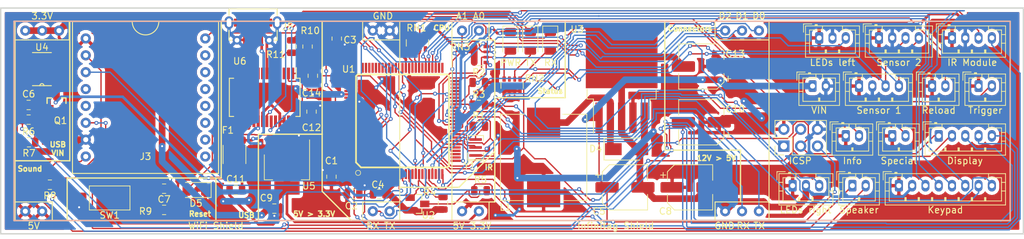
<source format=kicad_pcb>
(kicad_pcb (version 20171130) (host pcbnew "(5.0.2)-1")
  (layers (0 F.Cu signal) (31 B.Cu signal) (34 B.Paste user) (35 F.Paste user) (36 B.SilkS user) (37 F.SilkS user) (38 B.Mask user) (39 F.Mask user) (44 Edge.Cuts user))
  (net 0 "")
  (net 1 GND)
  (net 2 +5V)
  (net 3 "Net-(C3-Pad1)")
  (net 4 VIN_on)
  (net 5 "Net-(C6-Pad1)")
  (net 6 RESET)
  (net 7 +3V3)
  (net 8 IR_LED_GND)
  (net 9 VBUS)
  (net 10 "Net-(D1-Pad2)")
  (net 11 LED_RX)
  (net 12 LED_TX)
  (net 13 "Net-(D2-Pad2)")
  (net 14 "Net-(D3-Pad2)")
  (net 15 "Net-(D4-Pad1)")
  (net 16 "Net-(F1-Pad2)")
  (net 17 DF_SPK-)
  (net 18 DF_SPK+)
  (net 19 "Net-(J3-Pad2)")
  (net 20 DF_TX)
  (net 21 DF_BUSY)
  (net 22 ATM_RX1)
  (net 23 ATM_TX1)
  (net 24 "Net-(J5-Pad3)")
  (net 25 "Net-(J5-Pad2)")
  (net 26 MISO)
  (net 27 SCK)
  (net 28 MOSI)
  (net 29 ledbar_right)
  (net 30 SDA)
  (net 31 SCL)
  (net 32 display_reset)
  (net 33 display_dc)
  (net 34 display_cs)
  (net 35 key_trigger)
  (net 36 key_info)
  (net 37 IR_SK_Data)
  (net 38 key_reload)
  (net 39 key_special)
  (net 40 ledbar_left)
  (net 41 Shield_RX)
  (net 42 Shield_TX)
  (net 43 Shield_D0)
  (net 44 Shield_D1)
  (net 45 Shield_D2)
  (net 46 Shield_A0)
  (net 47 Shield_A1)
  (net 48 key_up)
  (net 49 key_down)
  (net 50 key_left)
  (net 51 key_right)
  (net 52 key_back)
  (net 53 key_enter)
  (net 54 "Net-(Q1-Pad1)")
  (net 55 "Net-(R1-Pad1)")
  (net 56 "Net-(R1-Pad2)")
  (net 57 IR_LED_SEND)
  (net 58 "Net-(R5-Pad2)")
  (net 59 DF_RX)
  (net 60 "Net-(R10-Pad2)")
  (net 61 RX0)
  (net 62 "Net-(R11-Pad1)")
  (net 63 TX0)
  (net 64 "Net-(C14-Pad1)")
  (net 65 "Net-(RN1-Pad2)")
  (net 66 "Net-(RN1-Pad3)")
  (net 67 "Net-(RN1-Pad1)")
  (module Resistor_SMD:R_0805_2012Metric (layer F.Cu) (at 98.6 47.4 270)
    (fp_text reference R4 (at -1.6 2) (layer F.SilkS))
    (fp_text value 10K)
    (pad 1 smd roundrect (at -0.9375 0 270) (size 0.975 1.4) (layers F.Cu F.Paste F.Mask) (net 57 IR_LED_SEND))
    (pad 2 smd roundrect (at 0.9375 0 270) (size 0.975 1.4) (layers F.Cu F.Paste F.Mask) (net 1 GND))
  )
  (module Infinitag:Infinitag_Shield_lang (layer F.Cu) (at 167 50 90)
    (fp_text reference "Infinitag Shield" (at -0.8 -42.4 180) (layer F.SilkS))
    (fp_text value Infinitag_Shield_lang)
    (fp_text user A1 (at 30.8 -65.532 180) (layer F.SilkS))
    (fp_text user A0 (at 30.8 -62.992 180) (layer F.SilkS))
    (fp_text user D2 (at 30.8 -25.908 180) (layer F.SilkS))
    (fp_text user D1 (at 30.8 -23.368 180) (layer F.SilkS))
    (fp_text user D0 (at 30.8 -20.828 180) (layer F.SilkS))
    (fp_text user RX (at -0.8 -23.2 180) (layer F.SilkS))
    (fp_text user TX (at -0.8 -20.8 180) (layer F.SilkS))
    (fp_text user GND (at -0.8 -26 180) (layer F.SilkS))
    (fp_text user 3.3V (at -0.8 -62.738 180) (layer F.SilkS))
    (fp_text user 5V (at -0.8 -66.04) (layer F.SilkS))
    (pad 10 thru_hole circle (at 28.6 -65.532 90) (size 1.524 1.524) (drill 0.762) (layers *.Cu *.Mask) (net 47 Shield_A1))
    (pad 9 thru_hole circle (at 28.6 -62.992 90) (size 1.524 1.524) (drill 0.762) (layers *.Cu *.Mask) (net 46 Shield_A0))
    (pad 8 thru_hole circle (at 28.6 -25.908 90) (size 1.524 1.524) (drill 0.762) (layers *.Cu *.Mask) (net 45 Shield_D2))
    (pad 7 thru_hole circle (at 28.6 -23.368 90) (size 1.524 1.524) (drill 0.762) (layers *.Cu *.Mask) (net 44 Shield_D1))
    (pad 6 thru_hole circle (at 28.6 -20.828 90) (size 1.524 1.524) (drill 0.762) (layers *.Cu *.Mask) (net 43 Shield_D0))
    (pad 5 thru_hole circle (at 1.4 -20.828 90) (size 1.524 1.524) (drill 0.762) (layers *.Cu *.Mask) (net 42 Shield_TX))
    (pad 4 thru_hole circle (at 1.4 -23.368 90) (size 1.524 1.524) (drill 0.762) (layers *.Cu *.Mask) (net 41 Shield_RX))
    (pad 3 thru_hole circle (at 1.4 -25.908 90) (size 1.524 1.524) (drill 0.762) (layers *.Cu *.Mask) (net 1 GND))
    (pad 2 thru_hole circle (at 1.4 -62.992 90) (size 1.524 1.524) (drill 0.762) (layers *.Cu *.Mask) (net 7 +3V3))
    (pad 1 thru_hole circle (at 1.4 -65.532 90) (size 1.524 1.524) (drill 0.762) (layers *.Cu *.Mask) (net 2 +5V))
  )
  (module Infinitag:Infinitag_ESP_Shield_Lang (layer F.Cu) (at 134.25 50 90)
    (fp_text reference "WiFi Shield" (at -0.8 -69.85) (layer F.SilkS))
    (fp_text value "WiFi Connector")
    (fp_text user TX (at -0.8 -43.688 180) (layer F.SilkS))
    (fp_text user RX (at -0.8 -46.228 180) (layer F.SilkS))
    (fp_text user GND (at 30.8 -44.704) (layer F.SilkS))
    (fp_text user 3.3V (at 30.8 -96.012 180) (layer F.SilkS))
    (fp_text user 5V (at -0.8 -97.282 180) (layer F.SilkS))
    (pad 2 thru_hole circle (at 28.6 -96.012 90) (size 1.524 1.524) (drill 0.762) (layers *.Cu *.Mask) (net 7 +3V3))
    (pad 2 thru_hole circle (at 28.6 -93.472 90) (size 1.524 1.524) (drill 0.762) (layers *.Cu *.Mask) (net 7 +3V3))
    (pad 1 thru_hole circle (at 1.4 -96.012 90) (size 1.524 1.524) (drill 0.762) (layers *.Cu *.Mask) (net 2 +5V))
    (pad 2 thru_hole circle (at 28.6 -98.552 90) (size 1.524 1.524) (drill 0.762) (layers *.Cu *.Mask) (net 7 +3V3))
    (pad 3 thru_hole circle (at 28.6 -46.228 90) (size 1.524 1.524) (drill 0.762) (layers *.Cu *.Mask) (net 1 GND))
    (pad 5 thru_hole circle (at 1.4 -43.688 90) (size 1.524 1.524) (drill 0.762) (layers *.Cu *.Mask) (net 23 ATM_TX1))
    (pad 1 thru_hole circle (at 1.4 -98.552 90) (size 1.524 1.524) (drill 0.762) (layers *.Cu *.Mask) (net 2 +5V))
    (pad 3 thru_hole circle (at 28.6 -43.688 90) (size 1.524 1.524) (drill 0.762) (layers *.Cu *.Mask) (net 1 GND))
    (pad 4 thru_hole circle (at 1.4 -46.228 90) (size 1.524 1.524) (drill 0.762) (layers *.Cu *.Mask) (net 22 ATM_RX1))
  )
  (module Connector_JST:JST_PH_B3B-PH-K_1x03_P2.00mm_Vertical (layer F.Cu) (at 155.25 22.5)
    (fp_text reference "LEDs left" (at 2 3.7) (layer F.SilkS))
    (fp_text value JST_PH_LEDbar_left)
    (pad 3 thru_hole oval (at 4 0) (size 1.2 1.75) (drill 0.75) (layers *.Cu *.Mask) (net 40 ledbar_left))
    (pad 2 thru_hole oval (at 2 0) (size 1.2 1.75) (drill 0.75) (layers *.Cu *.Mask) (net 1 GND))
    (pad 1 thru_hole roundrect (at 0 0) (size 1.2 1.75) (drill 0.75) (layers *.Cu *.Mask) (roundrect_rratio 0.208333) (net 2 +5V))
  )
  (module Capacitor_SMD:C_0805_2012Metric (layer F.Cu) (at 81.8 43.4 90)
    (fp_text reference C1 (at 2.4 0 180) (layer F.SilkS))
    (fp_text value 100nF)
    (pad 1 smd roundrect (at -0.9375 0 90) (size 0.975 1.4) (layers F.Cu F.Paste F.Mask) (net 2 +5V))
    (pad 2 smd roundrect (at 0.9375 0 90) (size 0.975 1.4) (layers F.Cu F.Paste F.Mask) (net 1 GND))
  )
  (module Capacitor_SMD:C_0805_2012Metric (layer F.Cu) (at 85.0625 46)
    (fp_text reference C2 (at -0.2625 1.8) (layer F.SilkS))
    (fp_text value 100nF)
    (pad 2 smd roundrect (at 0.9375 0) (size 0.975 1.4) (layers F.Cu F.Paste F.Mask) (net 1 GND))
    (pad 1 smd roundrect (at -0.9375 0) (size 0.975 1.4) (layers F.Cu F.Paste F.Mask) (net 2 +5V))
  )
  (module Capacitor_SMD:C_0805_2012Metric (layer F.Cu) (at 82.6 22.6 270)
    (fp_text reference C3 (at 0.2 -2) (layer F.SilkS))
    (fp_text value 100nF)
    (pad 2 smd roundrect (at 0.9375 0 270) (size 0.975 1.4) (layers F.Cu F.Paste F.Mask) (net 1 GND))
    (pad 1 smd roundrect (at -0.9375 0 270) (size 0.975 1.4) (layers F.Cu F.Paste F.Mask) (net 3 "Net-(C3-Pad1)"))
  )
  (module Capacitor_SMD:C_0805_2012Metric (layer F.Cu) (at 89 46)
    (fp_text reference C4 (at -0.2 -1.4) (layer F.SilkS))
    (fp_text value 100nF)
    (pad 1 smd roundrect (at -0.9375 0) (size 0.975 1.4) (layers F.Cu F.Paste F.Mask) (net 2 +5V))
    (pad 2 smd roundrect (at 0.9375 0) (size 0.975 1.4) (layers F.Cu F.Paste F.Mask) (net 1 GND))
  )
  (module Capacitor_SMD:CP_Elec_6.3x5.8 (layer F.Cu) (at 126 45)
    (fp_text reference C5 (at -3.9 3.6) (layer F.SilkS))
    (fp_text value 220uF/16V)
    (pad 1 smd roundrect (at -2.7 0) (size 3.5 1.6) (layers F.Cu F.Paste F.Mask) (roundrect_rratio 0.15625) (net 4 VIN_on))
    (pad 2 smd roundrect (at 2.7 0) (size 3.5 1.6) (layers F.Cu F.Paste F.Mask) (roundrect_rratio 0.15625) (net 1 GND))
  )
  (module Capacitor_SMD:C_0805_2012Metric (layer F.Cu) (at 36.2 32.6 180)
    (fp_text reference C6 (at 0 1.65 180) (layer F.SilkS))
    (fp_text value 100nF)
    (pad 2 smd roundrect (at 0.9375 0 180) (size 0.975 1.4) (layers F.Cu F.Paste F.Mask) (net 1 GND))
    (pad 1 smd roundrect (at -0.9375 0 180) (size 0.975 1.4) (layers F.Cu F.Paste F.Mask) (net 5 "Net-(C6-Pad1)"))
  )
  (module Capacitor_SMD:C_0805_2012Metric (layer F.Cu) (at 56.6 45.2)
    (fp_text reference C7 (at 0 1.6) (layer F.SilkS))
    (fp_text value 22pF)
    (pad 1 smd roundrect (at -0.9375 0) (size 0.975 1.4) (layers F.Cu F.Paste F.Mask) (net 6 RESET))
    (pad 2 smd roundrect (at 0.9375 0) (size 0.975 1.4) (layers F.Cu F.Paste F.Mask) (net 1 GND))
  )
  (module Capacitor_SMD:CP_Elec_6.3x5.8 (layer F.Cu) (at 135.8 45)
    (fp_text reference C8 (at -3.7 3.6) (layer F.SilkS))
    (fp_text value 220uF/16V)
    (pad 2 smd roundrect (at 2.7 0) (size 3.5 1.6) (layers F.Cu F.Paste F.Mask) (roundrect_rratio 0.15625) (net 1 GND))
    (pad 1 smd roundrect (at -2.7 0) (size 3.5 1.6) (layers F.Cu F.Paste F.Mask) (roundrect_rratio 0.15625) (net 2 +5V))
  )
  (module Capacitor_SMD:C_0805_2012Metric (layer F.Cu) (at 73.2 48.2)
    (fp_text reference C9 (at -1.2 -1.6) (layer F.SilkS))
    (fp_text value 10uF)
    (pad 2 smd roundrect (at 0.9375 0) (size 0.975 1.4) (layers F.Cu F.Paste F.Mask) (net 1 GND))
    (pad 1 smd roundrect (at -0.9375 0) (size 0.975 1.4) (layers F.Cu F.Paste F.Mask) (net 7 +3V3))
  )
  (module Capacitor_SMD:CP_Elec_6.3x5.8 (layer F.Cu) (at 137.5 35.2 180)
    (fp_text reference C10 (at -5.1 2 180) (layer F.SilkS))
    (fp_text value 220uF/16V)
    (pad 1 smd roundrect (at -2.7 0 180) (size 3.5 1.6) (layers F.Cu F.Paste F.Mask) (roundrect_rratio 0.15625) (net 2 +5V))
    (pad 2 smd roundrect (at 2.7 0 180) (size 3.5 1.6) (layers F.Cu F.Paste F.Mask) (roundrect_rratio 0.15625) (net 8 IR_LED_GND))
  )
  (module Capacitor_SMD:C_0805_2012Metric (layer F.Cu) (at 67.4 45.4)
    (fp_text reference C11 (at 0 -1.65) (layer F.SilkS))
    (fp_text value 100nF)
    (pad 1 smd roundrect (at -0.9375 0) (size 0.975 1.4) (layers F.Cu F.Paste F.Mask) (net 1 GND))
    (pad 2 smd roundrect (at 0.9375 0) (size 0.975 1.4) (layers F.Cu F.Paste F.Mask) (net 9 VBUS))
  )
  (module Capacitor_SMD:C_0805_2012Metric (layer F.Cu) (at 78.8 33.6 90)
    (fp_text reference C12 (at -2.4 0 180) (layer F.SilkS))
    (fp_text value 100nF)
    (pad 2 smd roundrect (at 0.9375 0 90) (size 0.975 1.4) (layers F.Cu F.Paste F.Mask) (net 1 GND))
    (pad 1 smd roundrect (at -0.9375 0 90) (size 0.975 1.4) (layers F.Cu F.Paste F.Mask) (net 2 +5V))
  )
  (module Capacitor_SMD:CP_Elec_6.3x5.8 (layer F.Cu) (at 137.5 26.8 180)
    (fp_text reference C13 (at -5.1 1.9 180) (layer F.SilkS))
    (fp_text value 220uF/16V)
    (pad 2 smd roundrect (at 2.7 0 180) (size 3.5 1.6) (layers F.Cu F.Paste F.Mask) (roundrect_rratio 0.15625) (net 1 GND))
    (pad 1 smd roundrect (at -2.7 0 180) (size 3.5 1.6) (layers F.Cu F.Paste F.Mask) (roundrect_rratio 0.15625) (net 2 +5V))
  )
  (module Capacitor_SMD:C_0805_2012Metric (layer F.Cu) (at 79 28.2 270)
    (fp_text reference C14 (at 2.6 0.2) (layer F.SilkS))
    (fp_text value 100nF)
    (pad 1 smd roundrect (at -0.9375 0 270) (size 0.975 1.4) (layers F.Cu F.Paste F.Mask) (net 64 "Net-(C14-Pad1)"))
    (pad 2 smd roundrect (at 0.9375 0 270) (size 0.975 1.4) (layers F.Cu F.Paste F.Mask) (net 6 RESET))
  )
  (module LED_SMD:LED_1206_3216Metric (layer F.Cu) (at 114.75 23 270)
    (fp_text reference RX (at 3.2 -0.05) (layer F.SilkS))
    (fp_text value LED_RX_red)
    (pad 2 smd roundrect (at 1.4 0 270) (size 1.25 1.75) (layers F.Cu F.Paste F.Mask) (roundrect_rratio 0.2) (net 10 "Net-(D1-Pad2)"))
    (pad 1 smd roundrect (at -1.4 0 270) (size 1.25 1.75) (layers F.Cu F.Paste F.Mask) (roundrect_rratio 0.2) (net 11 LED_RX))
  )
  (module LED_SMD:LED_1206_3216Metric (layer F.Cu) (at 111.75 23 270)
    (fp_text reference TX (at 3.2 -0.05) (layer F.SilkS))
    (fp_text value LED_TX_red)
    (pad 1 smd roundrect (at -1.4 0 270) (size 1.25 1.75) (layers F.Cu F.Paste F.Mask) (roundrect_rratio 0.2) (net 12 LED_TX))
    (pad 2 smd roundrect (at 1.4 0 270) (size 1.25 1.75) (layers F.Cu F.Paste F.Mask) (roundrect_rratio 0.2) (net 13 "Net-(D2-Pad2)"))
  )
  (module LED_SMD:LED_1206_3216Metric (layer F.Cu) (at 108.75 23 270)
    (fp_text reference PWR (at 3.2 -0.05) (layer F.SilkS))
    (fp_text value LED_green)
    (pad 1 smd roundrect (at -1.4 0 270) (size 1.25 1.75) (layers F.Cu F.Paste F.Mask) (roundrect_rratio 0.2) (net 1 GND))
    (pad 2 smd roundrect (at 1.4 0 270) (size 1.25 1.75) (layers F.Cu F.Paste F.Mask) (roundrect_rratio 0.2) (net 14 "Net-(D3-Pad2)"))
  )
  (module Diode_SMD:D_SMA (layer F.Cu) (at 126.25 39.25)
    (fp_text reference D4 (at -4.65 -0.05) (layer F.SilkS))
    (fp_text value S534)
    (pad 1 smd rect (at -2 0) (size 2.5 1.8) (layers F.Cu F.Paste F.Mask) (net 15 "Net-(D4-Pad1)"))
    (pad 2 smd rect (at 2 0) (size 2.5 1.8) (layers F.Cu F.Paste F.Mask) (net 1 GND))
  )
  (module Diode_SMD:D_1206_3216Metric (layer F.Cu) (at 61.4 45.4 180)
    (fp_text reference D5 (at 0 -2 180) (layer F.SilkS))
    (fp_text value CD1206-S01575)
    (pad 1 smd roundrect (at -1.4 0 180) (size 1.25 1.75) (layers F.Cu F.Paste F.Mask) (roundrect_rratio 0.2) (net 2 +5V))
    (pad 2 smd roundrect (at 1.4 0 180) (size 1.25 1.75) (layers F.Cu F.Paste F.Mask) (roundrect_rratio 0.2) (net 6 RESET))
  )
  (module Fuse:Fuse_1812_4532Metric (layer F.Cu) (at 67.2 40.05 90)
    (fp_text reference F1 (at 3.65 -1 180) (layer F.SilkS))
    (fp_text value "Poly 500mA")
    (pad 1 smd roundrect (at -2.1375 0 90) (size 1.125 3.4) (layers F.Cu F.Paste F.Mask) (roundrect_rratio 0.222222) (net 9 VBUS))
    (pad 2 smd roundrect (at 2.1375 0 90) (size 1.125 3.4) (layers F.Cu F.Paste F.Mask) (roundrect_rratio 0.222222) (net 16 "Net-(F1-Pad2)"))
  )
  (module Connector_JST:JST_PH_B2B-PH-K_1x02_P2.00mm_Vertical (layer F.Cu) (at 154.25 29.75)
    (fp_text reference VIN (at 1 3.65) (layer F.SilkS))
    (fp_text value VIN)
    (pad 1 thru_hole roundrect (at 0 0) (size 1.2 1.75) (drill 0.75) (layers *.Cu *.Mask) (roundrect_rratio 0.208333) (net 4 VIN_on))
    (pad 2 thru_hole oval (at 2 0) (size 1.2 1.75) (drill 0.75) (layers *.Cu *.Mask) (net 1 GND))
  )
  (module Connector_JST:JST_PH_B2B-PH-K_1x02_P2.00mm_Vertical (layer F.Cu) (at 160.25 44.75)
    (fp_text reference Speaker (at 1 3.65) (layer F.SilkS))
    (fp_text value JST_PH_Speaker)
    (pad 2 thru_hole oval (at 2 0) (size 1.2 1.75) (drill 0.75) (layers *.Cu *.Mask) (net 17 DF_SPK-))
    (pad 1 thru_hole roundrect (at 0 0) (size 1.2 1.75) (drill 0.75) (layers *.Cu *.Mask) (roundrect_rratio 0.208333) (net 18 DF_SPK+))
  )
  (module Infinitag:DFPlayer (layer F.Cu) (at 53.8 30.2)
    (fp_text reference J3 (at 0 10.16) (layer F.SilkS))
    (fp_text value DFPlayer)
    (pad 1 thru_hole circle (at -9 -7.62) (size 1.524 1.524) (drill 0.762) (layers *.Cu *.Mask) (net 2 +5V))
    (pad 2 thru_hole circle (at -9 -5.08) (size 1.524 1.524) (drill 0.762) (layers *.Cu *.Mask) (net 19 "Net-(J3-Pad2)"))
    (pad 3 thru_hole circle (at -9 -2.54) (size 1.524 1.524) (drill 0.762) (layers *.Cu *.Mask) (net 20 DF_TX))
    (pad 4 thru_hole circle (at -9 0) (size 1.524 1.524) (drill 0.762) (layers *.Cu *.Mask))
    (pad 5 thru_hole circle (at -9 2.54) (size 1.524 1.524) (drill 0.762) (layers *.Cu *.Mask))
    (pad 6 thru_hole circle (at -9 5.08) (size 1.524 1.524) (drill 0.762) (layers *.Cu *.Mask) (net 18 DF_SPK+))
    (pad 7 thru_hole circle (at -9 7.62) (size 1.524 1.524) (drill 0.762) (layers *.Cu *.Mask) (net 1 GND))
    (pad 8 thru_hole circle (at -9 10.16) (size 1.524 1.524) (drill 0.762) (layers *.Cu *.Mask) (net 17 DF_SPK-))
    (pad 9 thru_hole circle (at 9 10.16) (size 1.524 1.524) (drill 0.762) (layers *.Cu *.Mask))
    (pad 10 thru_hole circle (at 9 7.62) (size 1.524 1.524) (drill 0.762) (layers *.Cu *.Mask))
    (pad 11 thru_hole circle (at 9 5.08) (size 1.524 1.524) (drill 0.762) (layers *.Cu *.Mask))
    (pad 12 thru_hole circle (at 9 2.54) (size 1.524 1.524) (drill 0.762) (layers *.Cu *.Mask))
    (pad 13 thru_hole circle (at 9 0) (size 1.524 1.524) (drill 0.762) (layers *.Cu *.Mask))
    (pad 14 thru_hole circle (at 9 -2.54) (size 1.524 1.524) (drill 0.762) (layers *.Cu *.Mask))
    (pad 15 thru_hole circle (at 9 -5.08) (size 1.524 1.524) (drill 0.762) (layers *.Cu *.Mask))
    (pad 16 thru_hole circle (at 9 -7.62) (size 1.524 1.524) (drill 0.762) (layers *.Cu *.Mask) (net 21 DF_BUSY))
  )
  (module "Infinitag:Micro USB Jack" (layer F.Cu) (at 70 20.2 90)
    (fp_text reference J5 (at -0.6 5.2 180) (layer F.SilkS))
    (fp_text value USB_OTG)
    (pad 5 smd rect (at -2.6 -1.3 90) (size 1.5 0.4) (layers F.Cu F.Paste F.Mask) (net 1 GND))
    (pad 4 smd rect (at -2.6 -0.65 90) (size 1.5 0.4) (layers F.Cu F.Paste F.Mask))
    (pad 3 smd rect (at -2.6 0 90) (size 1.5 0.4) (layers F.Cu F.Paste F.Mask) (net 24 "Net-(J5-Pad3)"))
    (pad 2 smd rect (at -2.6 0.65 90) (size 1.5 0.4) (layers F.Cu F.Paste F.Mask) (net 25 "Net-(J5-Pad2)"))
    (pad 1 smd rect (at -2.6 1.3 90) (size 1.5 0.4) (layers F.Cu F.Paste F.Mask) (net 16 "Net-(F1-Pad2)"))
    (pad 6 thru_hole oval (at 0 3.625 90) (size 1.9 1.3) (drill oval 1.3 0.7) (layers *.Cu *.Mask) (net 1 GND))
    (pad 6 thru_hole oval (at 0 -3.625 90) (size 1.9 1.3) (drill oval 1.3 0.7) (layers *.Cu *.Mask) (net 1 GND))
    (pad 6 thru_hole circle (at -2.65 -2.425 90) (size 1.3 1.3) (drill 0.7) (layers *.Cu *.Mask) (net 1 GND))
    (pad 6 thru_hole circle (at -2.65 2.425 90) (size 1.3 1.3) (drill 0.7) (layers *.Cu *.Mask) (net 1 GND))
    (pad 6 smd rect (at 0 -2.425 90) (size 1.2 0.9) (layers F.Cu F.Paste F.Mask) (net 1 GND))
    (pad 6 smd rect (at 0 2.425 90) (size 1.2 0.9) (layers F.Cu F.Paste F.Mask) (net 1 GND))
  )
  (module Connector_PinHeader_2.54mm:PinHeader_2x03_P2.54mm_Vertical (layer F.Cu) (at 149.92 38.79 90)
    (fp_text reference ICSP (at -2.21 2.48 180) (layer F.SilkS))
    (fp_text value ICSP)
    (pad 1 thru_hole rect (at 0 0 90) (size 1.7 1.7) (drill 1) (layers *.Cu *.Mask) (net 26 MISO))
    (pad 2 thru_hole oval (at 2.54 0 90) (size 1.7 1.7) (drill 1) (layers *.Cu *.Mask) (net 2 +5V))
    (pad 3 thru_hole oval (at 0 2.54 90) (size 1.7 1.7) (drill 1) (layers *.Cu *.Mask) (net 27 SCK))
    (pad 4 thru_hole oval (at 2.54 2.54 90) (size 1.7 1.7) (drill 1) (layers *.Cu *.Mask) (net 28 MOSI))
    (pad 5 thru_hole oval (at 0 5.08 90) (size 1.7 1.7) (drill 1) (layers *.Cu *.Mask) (net 6 RESET))
    (pad 6 thru_hole oval (at 2.54 5.08 90) (size 1.7 1.7) (drill 1) (layers *.Cu *.Mask) (net 1 GND))
  )
  (module Connector_JST:JST_PH_B4B-PH-K_1x04_P2.00mm_Vertical (layer F.Cu) (at 161.25 29.75)
    (fp_text reference "Sensor 1" (at 3 3.65) (layer F.SilkS))
    (fp_text value JSP_PH_Sensor)
    (pad 1 thru_hole roundrect (at 0 0) (size 1.2 1.75) (drill 0.75) (layers *.Cu *.Mask) (roundrect_rratio 0.208333) (net 2 +5V))
    (pad 2 thru_hole oval (at 2 0) (size 1.2 1.75) (drill 0.75) (layers *.Cu *.Mask) (net 1 GND))
    (pad 3 thru_hole oval (at 4 0) (size 1.2 1.75) (drill 0.75) (layers *.Cu *.Mask) (net 30 SDA))
    (pad 4 thru_hole oval (at 6 0) (size 1.2 1.75) (drill 0.75) (layers *.Cu *.Mask) (net 31 SCL))
  )
  (module Connector_JST:JST_PH_B5B-PH-K_1x05_P2.00mm_Vertical (layer F.Cu) (at 173.25 37.25)
    (fp_text reference Display (at 3.95 3.75) (layer F.SilkS))
    (fp_text value JST_PH_Display)
    (pad 1 thru_hole roundrect (at 0 0) (size 1.2 1.75) (drill 0.75) (layers *.Cu *.Mask) (roundrect_rratio 0.208333) (net 27 SCK))
    (pad 2 thru_hole oval (at 2 0) (size 1.2 1.75) (drill 0.75) (layers *.Cu *.Mask) (net 28 MOSI))
    (pad 3 thru_hole oval (at 4 0) (size 1.2 1.75) (drill 0.75) (layers *.Cu *.Mask) (net 32 display_reset))
    (pad 4 thru_hole oval (at 6 0) (size 1.2 1.75) (drill 0.75) (layers *.Cu *.Mask) (net 33 display_dc))
    (pad 5 thru_hole oval (at 8 0) (size 1.2 1.75) (drill 0.75) (layers *.Cu *.Mask) (net 34 display_cs))
  )
  (module Connector_JST:JST_PH_B2B-PH-K_1x02_P2.00mm_Vertical (layer F.Cu) (at 179.25 29.75)
    (fp_text reference Trigger (at 1 3.65) (layer F.SilkS))
    (fp_text value JST_PH_Trigger)
    (pad 1 thru_hole roundrect (at 0 0) (size 1.2 1.75) (drill 0.75) (layers *.Cu *.Mask) (roundrect_rratio 0.208333) (net 2 +5V))
    (pad 2 thru_hole oval (at 2 0) (size 1.2 1.75) (drill 0.75) (layers *.Cu *.Mask) (net 35 key_trigger))
  )
  (module Connector_JST:JST_PH_B2B-PH-K_1x02_P2.00mm_Vertical (layer F.Cu) (at 159.25 37.25)
    (fp_text reference Info (at 1 3.75) (layer F.SilkS))
    (fp_text value JST_PH_Info)
    (pad 1 thru_hole roundrect (at 0 0) (size 1.2 1.75) (drill 0.75) (layers *.Cu *.Mask) (roundrect_rratio 0.208333) (net 2 +5V))
    (pad 2 thru_hole oval (at 2 0) (size 1.2 1.75) (drill 0.75) (layers *.Cu *.Mask) (net 36 key_info))
  )
  (module Connector_JST:JST_PH_B3B-PH-K_1x03_P2.00mm_Vertical (layer F.Cu) (at 151.25 44.75)
    (fp_text reference "LEDs right" (at 1.95 3.65) (layer F.SilkS))
    (fp_text value JST_PH_LEDbar_right)
    (pad 1 thru_hole roundrect (at 0 0) (size 1.2 1.75) (drill 0.75) (layers *.Cu *.Mask) (roundrect_rratio 0.208333) (net 2 +5V))
    (pad 2 thru_hole oval (at 2 0) (size 1.2 1.75) (drill 0.75) (layers *.Cu *.Mask) (net 1 GND))
    (pad 3 thru_hole oval (at 4 0) (size 1.2 1.75) (drill 0.75) (layers *.Cu *.Mask) (net 29 ledbar_right))
  )
  (module Connector_JST:JST_PH_B4B-PH-K_1x04_P2.00mm_Vertical (layer F.Cu) (at 175.25 22.5)
    (fp_text reference "IR Module" (at 3.05 3.7) (layer F.SilkS))
    (fp_text value JST_PH_IrLED)
    (pad 1 thru_hole roundrect (at 0 0) (size 1.2 1.75) (drill 0.75) (layers *.Cu *.Mask) (roundrect_rratio 0.208333) (net 2 +5V))
    (pad 2 thru_hole oval (at 2 0) (size 1.2 1.75) (drill 0.75) (layers *.Cu *.Mask) (net 1 GND))
    (pad 3 thru_hole oval (at 4 0) (size 1.2 1.75) (drill 0.75) (layers *.Cu *.Mask) (net 37 IR_SK_Data))
    (pad 4 thru_hole oval (at 6 0) (size 1.2 1.75) (drill 0.75) (layers *.Cu *.Mask) (net 8 IR_LED_GND))
  )
  (module Connector_JST:JST_PH_B2B-PH-K_1x02_P2.00mm_Vertical (layer F.Cu) (at 172.25 29.75)
    (fp_text reference Reload (at 1 3.65) (layer F.SilkS))
    (fp_text value JST_PH_Reload)
    (pad 2 thru_hole oval (at 2 0) (size 1.2 1.75) (drill 0.75) (layers *.Cu *.Mask) (net 38 key_reload))
    (pad 1 thru_hole roundrect (at 0 0) (size 1.2 1.75) (drill 0.75) (layers *.Cu *.Mask) (roundrect_rratio 0.208333) (net 2 +5V))
  )
  (module Connector_JST:JST_PH_B2B-PH-K_1x02_P2.00mm_Vertical (layer F.Cu) (at 166.25 37.25)
    (fp_text reference Special (at 1 3.75) (layer F.SilkS))
    (fp_text value JST_PH_Special)
    (pad 2 thru_hole oval (at 2 0) (size 1.2 1.75) (drill 0.75) (layers *.Cu *.Mask) (net 39 key_special))
    (pad 1 thru_hole roundrect (at 0 0) (size 1.2 1.75) (drill 0.75) (layers *.Cu *.Mask) (roundrect_rratio 0.208333) (net 2 +5V))
  )
  (module Connector_JST:JST_PH_B4B-PH-K_1x04_P2.00mm_Vertical (layer F.Cu) (at 164.25 22.5)
    (fp_text reference "Sensor 2" (at 3 3.7) (layer F.SilkS))
    (fp_text value JSP_PH_Sensor)
    (pad 4 thru_hole oval (at 6 0) (size 1.2 1.75) (drill 0.75) (layers *.Cu *.Mask) (net 31 SCL))
    (pad 3 thru_hole oval (at 4 0) (size 1.2 1.75) (drill 0.75) (layers *.Cu *.Mask) (net 30 SDA))
    (pad 2 thru_hole oval (at 2 0) (size 1.2 1.75) (drill 0.75) (layers *.Cu *.Mask) (net 1 GND))
    (pad 1 thru_hole roundrect (at 0 0) (size 1.2 1.75) (drill 0.75) (layers *.Cu *.Mask) (roundrect_rratio 0.208333) (net 2 +5V))
  )
  (module Connector_JST:JST_PH_B8B-PH-K_1x08_P2.00mm_Vertical (layer F.Cu) (at 167.25 44.75)
    (fp_text reference Keypad (at 7 3.65) (layer F.SilkS))
    (fp_text value JST_PH_Keypad)
    (pad 1 thru_hole roundrect (at 0 0) (size 1.2 1.75) (drill 0.75) (layers *.Cu *.Mask) (roundrect_rratio 0.208333) (net 2 +5V))
    (pad 2 thru_hole oval (at 2 0) (size 1.2 1.75) (drill 0.75) (layers *.Cu *.Mask) (net 1 GND))
    (pad 3 thru_hole oval (at 4 0) (size 1.2 1.75) (drill 0.75) (layers *.Cu *.Mask) (net 48 key_up))
    (pad 4 thru_hole oval (at 6 0) (size 1.2 1.75) (drill 0.75) (layers *.Cu *.Mask) (net 49 key_down))
    (pad 5 thru_hole oval (at 8 0) (size 1.2 1.75) (drill 0.75) (layers *.Cu *.Mask) (net 50 key_left))
    (pad 6 thru_hole oval (at 10 0) (size 1.2 1.75) (drill 0.75) (layers *.Cu *.Mask) (net 51 key_right))
    (pad 7 thru_hole oval (at 12 0) (size 1.2 1.75) (drill 0.75) (layers *.Cu *.Mask) (net 52 key_back))
    (pad 8 thru_hole oval (at 14 0) (size 1.2 1.75) (drill 0.75) (layers *.Cu *.Mask) (net 53 key_enter))
  )
  (module Inductor_SMD:L_Wuerth_HCI-1350 (layer F.Cu) (at 113.75 40.5 270)
    (fp_text reference L1 (at 7.5 5.75) (layer F.SilkS))
    (fp_text value 330uH)
    (pad 1 smd rect (at -5.25 0 270) (size 4.5 5) (layers F.Cu F.Paste F.Mask) (net 15 "Net-(D4-Pad1)"))
    (pad 2 smd rect (at 5.25 0 270) (size 4.5 5) (layers F.Cu F.Paste F.Mask) (net 2 +5V))
  )
  (module FDN304P:SSOT-3 (layer F.Cu) (at 40.4 32.2)
    (fp_text reference Q1 (at 0.6 2.75) (layer F.SilkS))
    (fp_text value FDN304P)
    (pad 3 smd rect (at 0 -1.1) (size 1 1.4) (layers F.Cu F.Paste F.Mask) (net 9 VBUS))
    (pad 2 smd rect (at 0.95 1.1) (size 1 1.4) (layers F.Cu F.Paste F.Mask) (net 2 +5V))
    (pad 1 smd rect (at -0.95 1.1) (size 1 1.4) (layers F.Cu F.Paste F.Mask) (net 54 "Net-(Q1-Pad1)"))
  )
  (module Resistor_SMD:R_0805_2012Metric (layer F.Cu) (at 104 35.8)
    (fp_text reference R1 (at 0 -1.6) (layer F.SilkS))
    (fp_text value 1M)
    (pad 2 smd roundrect (at 0.9375 0) (size 0.975 1.4) (layers F.Cu F.Paste F.Mask) (net 56 "Net-(R1-Pad2)"))
    (pad 1 smd roundrect (at -0.9375 0) (size 0.975 1.4) (layers F.Cu F.Paste F.Mask) (net 55 "Net-(R1-Pad1)"))
  )
  (module Resistor_SMD:R_0805_2012Metric (layer F.Cu) (at 104 29.2 180)
    (fp_text reference R2 (at 0 1.55 180) (layer F.SilkS))
    (fp_text value 10K)
    (pad 2 smd roundrect (at 0.9375 0 180) (size 0.975 1.4) (layers F.Cu F.Paste F.Mask) (net 30 SDA))
    (pad 1 smd roundrect (at -0.9375 0 180) (size 0.975 1.4) (layers F.Cu F.Paste F.Mask) (net 2 +5V))
  )
  (module Resistor_SMD:R_0805_2012Metric (layer F.Cu) (at 104 32.6)
    (fp_text reference R3 (at 0 -1.6) (layer F.SilkS))
    (fp_text value 10K)
    (pad 1 smd roundrect (at -0.9375 0) (size 0.975 1.4) (layers F.Cu F.Paste F.Mask) (net 31 SCL))
    (pad 2 smd roundrect (at 0.9375 0) (size 0.975 1.4) (layers F.Cu F.Paste F.Mask) (net 2 +5V))
  )
  (module Resistor_SMD:R_0805_2012Metric (layer F.Cu) (at 104.25 45.5)
    (fp_text reference R5 (at 0 -1.65) (layer F.SilkS))
    (fp_text value "50 Ohm")
    (pad 2 smd roundrect (at 0.9375 0) (size 0.975 1.4) (layers F.Cu F.Paste F.Mask) (net 58 "Net-(R5-Pad2)"))
    (pad 1 smd roundrect (at -0.9375 0) (size 0.975 1.4) (layers F.Cu F.Paste F.Mask) (net 8 IR_LED_GND))
  )
  (module Resistor_SMD:R_0805_2012Metric (layer F.Cu) (at 36.2 34.8)
    (fp_text reference R6 (at 0 1.8) (layer F.SilkS))
    (fp_text value 10K)
    (pad 1 smd roundrect (at -0.9375 0) (size 0.975 1.4) (layers F.Cu F.Paste F.Mask) (net 4 VIN_on))
    (pad 2 smd roundrect (at 0.9375 0) (size 0.975 1.4) (layers F.Cu F.Paste F.Mask) (net 5 "Net-(C6-Pad1)"))
  )
  (module Resistor_SMD:R_0805_2012Metric (layer F.Cu) (at 36.25 38.2 180)
    (fp_text reference R7 (at 0 -1.65 180) (layer F.SilkS))
    (fp_text value 10K)
    (pad 2 smd roundrect (at 0.9375 0 180) (size 0.975 1.4) (layers F.Cu F.Paste F.Mask) (net 1 GND))
    (pad 1 smd roundrect (at -0.9375 0 180) (size 0.975 1.4) (layers F.Cu F.Paste F.Mask) (net 5 "Net-(C6-Pad1)"))
  )
  (module Resistor_SMD:R_0805_2012Metric (layer F.Cu) (at 39.4 44.6 180)
    (fp_text reference R8 (at 0 -1.65 180) (layer F.SilkS))
    (fp_text value 1K)
    (pad 2 smd roundrect (at 0.9375 0 180) (size 0.975 1.4) (layers F.Cu F.Paste F.Mask) (net 19 "Net-(J3-Pad2)"))
    (pad 1 smd roundrect (at -0.9375 0 180) (size 0.975 1.4) (layers F.Cu F.Paste F.Mask) (net 59 DF_RX))
  )
  (module Resistor_SMD:R_0805_2012Metric (layer F.Cu) (at 56.6 48.4 180)
    (fp_text reference R9 (at 2.8 -0.2 180) (layer F.SilkS))
    (fp_text value 10K)
    (pad 1 smd roundrect (at -0.9375 0 180) (size 0.975 1.4) (layers F.Cu F.Paste F.Mask) (net 2 +5V))
    (pad 2 smd roundrect (at 0.9375 0 180) (size 0.975 1.4) (layers F.Cu F.Paste F.Mask) (net 6 RESET))
  )
  (module Resistor_SMD:R_0805_2012Metric (layer F.Cu) (at 78.2 23.8 270)
    (fp_text reference R10 (at -2.4 -0.4) (layer F.SilkS))
    (fp_text value 1K)
    (pad 1 smd roundrect (at -0.9375 0 270) (size 0.975 1.4) (layers F.Cu F.Paste F.Mask) (net 61 RX0))
    (pad 2 smd roundrect (at 0.9375 0 270) (size 0.975 1.4) (layers F.Cu F.Paste F.Mask) (net 60 "Net-(R10-Pad2)"))
  )
  (module Resistor_SMD:R_0805_2012Metric (layer F.Cu) (at 75.8 23.8 90)
    (fp_text reference R11 (at -1.2 -2.4 180) (layer F.SilkS))
    (fp_text value 1K)
    (pad 1 smd roundrect (at -0.9375 0 90) (size 0.975 1.4) (layers F.Cu F.Paste F.Mask) (net 62 "Net-(R11-Pad1)"))
    (pad 2 smd roundrect (at 0.9375 0 90) (size 0.975 1.4) (layers F.Cu F.Paste F.Mask) (net 63 TX0))
  )
  (module Resistor_SMD:R_Array_Convex_4x0603 (layer F.Cu) (at 94.75 23.25 90)
    (fp_text reference RN1 (at 2.25 -0.15 180) (layer F.SilkS))
    (fp_text value "Array 470")
    (pad 5 smd rect (at 0.9 1.2 90) (size 0.8 0.5) (layers F.Cu F.Paste F.Mask))
    (pad 6 smd rect (at 0.9 0.4 90) (size 0.8 0.4) (layers F.Cu F.Paste F.Mask) (net 37 IR_SK_Data))
    (pad 8 smd rect (at 0.9 -1.2 90) (size 0.8 0.5) (layers F.Cu F.Paste F.Mask) (net 29 ledbar_right))
    (pad 7 smd rect (at 0.9 -0.4 90) (size 0.8 0.4) (layers F.Cu F.Paste F.Mask) (net 40 ledbar_left))
    (pad 4 smd rect (at -0.9 1.2 90) (size 0.8 0.5) (layers F.Cu F.Paste F.Mask))
    (pad 2 smd rect (at -0.9 -0.4 90) (size 0.8 0.4) (layers F.Cu F.Paste F.Mask) (net 65 "Net-(RN1-Pad2)"))
    (pad 3 smd rect (at -0.9 0.4 90) (size 0.8 0.4) (layers F.Cu F.Paste F.Mask) (net 66 "Net-(RN1-Pad3)"))
    (pad 1 smd rect (at -0.9 -1.2 90) (size 0.8 0.5) (layers F.Cu F.Paste F.Mask) (net 67 "Net-(RN1-Pad1)"))
  )
  (module Resistor_SMD:R_Array_Convex_4x0603 (layer F.Cu) (at 109 29.6 270)
    (fp_text reference RN2 (at -1 -3.4) (layer F.SilkS))
    (fp_text value "Array 10K")
    (pad 1 smd rect (at -0.9 -1.2 270) (size 0.8 0.5) (layers F.Cu F.Paste F.Mask) (net 10 "Net-(D1-Pad2)"))
    (pad 3 smd rect (at -0.9 0.4 270) (size 0.8 0.4) (layers F.Cu F.Paste F.Mask))
    (pad 2 smd rect (at -0.9 -0.4 270) (size 0.8 0.4) (layers F.Cu F.Paste F.Mask) (net 13 "Net-(D2-Pad2)"))
    (pad 4 smd rect (at -0.9 1.2 270) (size 0.8 0.5) (layers F.Cu F.Paste F.Mask) (net 14 "Net-(D3-Pad2)"))
    (pad 7 smd rect (at 0.9 -0.4 270) (size 0.8 0.4) (layers F.Cu F.Paste F.Mask) (net 2 +5V))
    (pad 8 smd rect (at 0.9 -1.2 270) (size 0.8 0.5) (layers F.Cu F.Paste F.Mask) (net 2 +5V))
    (pad 6 smd rect (at 0.9 0.4 270) (size 0.8 0.4) (layers F.Cu F.Paste F.Mask) (net 2 +5V))
    (pad 5 smd rect (at 0.9 1.2 270) (size 0.8 0.5) (layers F.Cu F.Paste F.Mask) (net 2 +5V))
  )
  (module Resistor_SMD:R_Array_Convex_4x0603 (layer F.Cu) (at 104.2 25 180)
    (fp_text reference RN3 (at 3 1.15 180) (layer F.SilkS))
    (fp_text value "Array 10K")
    (pad 1 smd rect (at -0.9 -1.2 180) (size 0.8 0.5) (layers F.Cu F.Paste F.Mask) (net 35 key_trigger))
    (pad 3 smd rect (at -0.9 0.4 180) (size 0.8 0.4) (layers F.Cu F.Paste F.Mask) (net 36 key_info))
    (pad 2 smd rect (at -0.9 -0.4 180) (size 0.8 0.4) (layers F.Cu F.Paste F.Mask) (net 38 key_reload))
    (pad 4 smd rect (at -0.9 1.2 180) (size 0.8 0.5) (layers F.Cu F.Paste F.Mask) (net 39 key_special))
    (pad 7 smd rect (at 0.9 -0.4 180) (size 0.8 0.4) (layers F.Cu F.Paste F.Mask) (net 1 GND))
    (pad 8 smd rect (at 0.9 -1.2 180) (size 0.8 0.5) (layers F.Cu F.Paste F.Mask) (net 1 GND))
    (pad 6 smd rect (at 0.9 0.4 180) (size 0.8 0.4) (layers F.Cu F.Paste F.Mask) (net 1 GND))
    (pad 5 smd rect (at 0.9 1.2 180) (size 0.8 0.5) (layers F.Cu F.Paste F.Mask) (net 1 GND))
  )
  (module Button_Switch_SMD:SW_SPST_FSMSM (layer F.Cu) (at 48.4 46.6 180)
    (fp_text reference SW1 (at 0 -2.6 180) (layer F.SilkS))
    (fp_text value SW_Reset)
    (pad 1 smd rect (at -4.59 0 180) (size 2.18 1.6) (layers F.Cu F.Paste F.Mask) (net 6 RESET))
    (pad 2 smd rect (at 4.59 0 180) (size 2.18 1.6) (layers F.Cu F.Paste F.Mask) (net 1 GND))
  )
  (module MCU-ATMEGA2560-16AU_TQFP100_:TQFP100-0.5-14X14MM (layer F.Cu) (at 92.5 35 90)
    (fp_text reference U1 (at 7.8 -8.1 180) (layer F.SilkS))
    (fp_text value "MCU-ATMEGA2560-16AU(TQFP100)")
    (fp_text user TQFP~100 (at -2.8152 2.48469 90) (layer Edge.Cuts) (effects (font (thickness 0.05))))
    (fp_text user R (at 3.39121 1.07051 90) (layer Edge.Cuts) (effects (font (thickness 0.05))))
    (pad 1 smd rect (at -8 -6 90) (size 1.5 0.35) (layers F.Cu F.Paste F.Mask) (net 32 display_reset))
    (pad 2 smd rect (at -8 -5.5 90) (size 1.5 0.35) (layers F.Cu F.Paste F.Mask) (net 61 RX0))
    (pad 3 smd rect (at -8 -5 90) (size 1.5 0.35) (layers F.Cu F.Paste F.Mask) (net 63 TX0))
    (pad 4 smd rect (at -8 -4.5 90) (size 1.5 0.35) (layers F.Cu F.Paste F.Mask))
    (pad 5 smd rect (at -8 -4 90) (size 1.5 0.35) (layers F.Cu F.Paste F.Mask) (net 33 display_dc))
    (pad 6 smd rect (at -8 -3.5 90) (size 1.5 0.35) (layers F.Cu F.Paste F.Mask))
    (pad 7 smd rect (at -8 -3 90) (size 1.5 0.35) (layers F.Cu F.Paste F.Mask))
    (pad 8 smd rect (at -8 -2.5 90) (size 1.5 0.35) (layers F.Cu F.Paste F.Mask))
    (pad 9 smd rect (at -8 -2 90) (size 1.5 0.35) (layers F.Cu F.Paste F.Mask))
    (pad 10 smd rect (at -8 -1.5 90) (size 1.5 0.35) (layers F.Cu F.Paste F.Mask) (net 2 +5V))
    (pad 11 smd rect (at -8 -1 90) (size 1.5 0.35) (layers F.Cu F.Paste F.Mask) (net 1 GND))
    (pad 12 smd rect (at -8 -0.5 90) (size 1.5 0.35) (layers F.Cu F.Paste F.Mask) (net 20 DF_TX))
    (pad 13 smd rect (at -8 0 90) (size 1.5 0.35) (layers F.Cu F.Paste F.Mask) (net 59 DF_RX))
    (pad 14 smd rect (at -8 0.5 90) (size 1.5 0.35) (layers F.Cu F.Paste F.Mask))
    (pad 15 smd rect (at -8 1 90) (size 1.5 0.35) (layers F.Cu F.Paste F.Mask) (net 34 display_cs))
    (pad 16 smd rect (at -8 1.5 90) (size 1.5 0.35) (layers F.Cu F.Paste F.Mask))
    (pad 17 smd rect (at -8 2 90) (size 1.5 0.35) (layers F.Cu F.Paste F.Mask) (net 21 DF_BUSY))
    (pad 18 smd rect (at -8 2.5 90) (size 1.5 0.35) (layers F.Cu F.Paste F.Mask) (net 57 IR_LED_SEND))
    (pad 19 smd rect (at -8 3 90) (size 1.5 0.35) (layers F.Cu F.Paste F.Mask))
    (pad 20 smd rect (at -8 3.5 90) (size 1.5 0.35) (layers F.Cu F.Paste F.Mask) (net 27 SCK))
    (pad 21 smd rect (at -8 4 90) (size 1.5 0.35) (layers F.Cu F.Paste F.Mask) (net 28 MOSI))
    (pad 22 smd rect (at -8 4.5 90) (size 1.5 0.35) (layers F.Cu F.Paste F.Mask) (net 26 MISO))
    (pad 23 smd rect (at -8 5 90) (size 1.5 0.35) (layers F.Cu F.Paste F.Mask))
    (pad 24 smd rect (at -8 5.5 90) (size 1.5 0.35) (layers F.Cu F.Paste F.Mask) (net 43 Shield_D0))
    (pad 25 smd rect (at -8 6 90) (size 1.5 0.35) (layers F.Cu F.Paste F.Mask) (net 44 Shield_D1))
    (pad 26 smd rect (at -6 8 90) (size 0.35 1.5) (layers F.Cu F.Paste F.Mask) (net 45 Shield_D2))
    (pad 27 smd rect (at -5.5 8 90) (size 0.35 1.5) (layers F.Cu F.Paste F.Mask))
    (pad 28 smd rect (at -5 8 90) (size 0.35 1.5) (layers F.Cu F.Paste F.Mask))
    (pad 29 smd rect (at -4.5 8 90) (size 0.35 1.5) (layers F.Cu F.Paste F.Mask))
    (pad 30 smd rect (at -4 8 90) (size 0.35 1.5) (layers F.Cu F.Paste F.Mask) (net 6 RESET))
    (pad 31 smd rect (at -3.5 8 90) (size 0.35 1.5) (layers F.Cu F.Paste F.Mask) (net 2 +5V))
    (pad 32 smd rect (at -3 8 90) (size 0.35 1.5) (layers F.Cu F.Paste F.Mask) (net 1 GND))
    (pad 33 smd rect (at -2.5 8 90) (size 0.35 1.5) (layers F.Cu F.Paste F.Mask) (net 55 "Net-(R1-Pad1)"))
    (pad 34 smd rect (at -2 8 90) (size 0.35 1.5) (layers F.Cu F.Paste F.Mask) (net 56 "Net-(R1-Pad2)"))
    (pad 35 smd rect (at -1.5 8 90) (size 0.35 1.5) (layers F.Cu F.Paste F.Mask) (net 52 key_back))
    (pad 36 smd rect (at -1 8 90) (size 0.35 1.5) (layers F.Cu F.Paste F.Mask) (net 53 key_enter))
    (pad 37 smd rect (at -0.5 8 90) (size 0.35 1.5) (layers F.Cu F.Paste F.Mask) (net 35 key_trigger))
    (pad 38 smd rect (at 0 8 90) (size 0.35 1.5) (layers F.Cu F.Paste F.Mask) (net 38 key_reload))
    (pad 39 smd rect (at 0.5 8 90) (size 0.35 1.5) (layers F.Cu F.Paste F.Mask) (net 36 key_info))
    (pad 40 smd rect (at 1 8 90) (size 0.35 1.5) (layers F.Cu F.Paste F.Mask) (net 39 key_special))
    (pad 41 smd rect (at 1.5 8 90) (size 0.35 1.5) (layers F.Cu F.Paste F.Mask))
    (pad 42 smd rect (at 2 8 90) (size 0.35 1.5) (layers F.Cu F.Paste F.Mask))
    (pad 43 smd rect (at 2.5 8 90) (size 0.35 1.5) (layers F.Cu F.Paste F.Mask) (net 31 SCL))
    (pad 44 smd rect (at 3 8 90) (size 0.35 1.5) (layers F.Cu F.Paste F.Mask) (net 30 SDA))
    (pad 45 smd rect (at 3.5 8 90) (size 0.35 1.5) (layers F.Cu F.Paste F.Mask) (net 22 ATM_RX1))
    (pad 46 smd rect (at 4 8 90) (size 0.35 1.5) (layers F.Cu F.Paste F.Mask) (net 23 ATM_TX1))
    (pad 47 smd rect (at 4.5 8 90) (size 0.35 1.5) (layers F.Cu F.Paste F.Mask))
    (pad 48 smd rect (at 5 8 90) (size 0.35 1.5) (layers F.Cu F.Paste F.Mask))
    (pad 49 smd rect (at 5.5 8 90) (size 0.35 1.5) (layers F.Cu F.Paste F.Mask))
    (pad 50 smd rect (at 6 8 90) (size 0.35 1.5) (layers F.Cu F.Paste F.Mask))
    (pad 51 smd rect (at 8 6 90) (size 1.5 0.35) (layers F.Cu F.Paste F.Mask))
    (pad 52 smd rect (at 8 5.5 90) (size 1.5 0.35) (layers F.Cu F.Paste F.Mask))
    (pad 53 smd rect (at 8 5 90) (size 1.5 0.35) (layers F.Cu F.Paste F.Mask) (net 48 key_up))
    (pad 54 smd rect (at 8 4.5 90) (size 1.5 0.35) (layers F.Cu F.Paste F.Mask) (net 49 key_down))
    (pad 55 smd rect (at 8 4 90) (size 1.5 0.35) (layers F.Cu F.Paste F.Mask) (net 50 key_left))
    (pad 56 smd rect (at 8 3.5 90) (size 1.5 0.35) (layers F.Cu F.Paste F.Mask) (net 51 key_right))
    (pad 57 smd rect (at 8 3 90) (size 1.5 0.35) (layers F.Cu F.Paste F.Mask))
    (pad 58 smd rect (at 8 2.5 90) (size 1.5 0.35) (layers F.Cu F.Paste F.Mask) (net 66 "Net-(RN1-Pad3)"))
    (pad 59 smd rect (at 8 2 90) (size 1.5 0.35) (layers F.Cu F.Paste F.Mask) (net 65 "Net-(RN1-Pad2)"))
    (pad 60 smd rect (at 8 1.5 90) (size 1.5 0.35) (layers F.Cu F.Paste F.Mask) (net 67 "Net-(RN1-Pad1)"))
    (pad 61 smd rect (at 8 1 90) (size 1.5 0.35) (layers F.Cu F.Paste F.Mask) (net 2 +5V))
    (pad 62 smd rect (at 8 0.5 90) (size 1.5 0.35) (layers F.Cu F.Paste F.Mask) (net 1 GND))
    (pad 63 smd rect (at 8 0 90) (size 1.5 0.35) (layers F.Cu F.Paste F.Mask) (net 41 Shield_RX))
    (pad 64 smd rect (at 8 -0.5 90) (size 1.5 0.35) (layers F.Cu F.Paste F.Mask) (net 42 Shield_TX))
    (pad 65 smd rect (at 8 -1 90) (size 1.5 0.35) (layers F.Cu F.Paste F.Mask))
    (pad 66 smd rect (at 8 -1.5 90) (size 1.5 0.35) (layers F.Cu F.Paste F.Mask))
    (pad 67 smd rect (at 8 -2 90) (size 1.5 0.35) (layers F.Cu F.Paste F.Mask))
    (pad 68 smd rect (at 8 -2.5 90) (size 1.5 0.35) (layers F.Cu F.Paste F.Mask))
    (pad 69 smd rect (at 8 -3 90) (size 1.5 0.35) (layers F.Cu F.Paste F.Mask))
    (pad 70 smd rect (at 8 -3.5 90) (size 1.5 0.35) (layers F.Cu F.Paste F.Mask))
    (pad 71 smd rect (at 8 -4 90) (size 1.5 0.35) (layers F.Cu F.Paste F.Mask))
    (pad 72 smd rect (at 8 -4.5 90) (size 1.5 0.35) (layers F.Cu F.Paste F.Mask))
    (pad 73 smd rect (at 8 -5 90) (size 1.5 0.35) (layers F.Cu F.Paste F.Mask))
    (pad 74 smd rect (at 8 -5.5 90) (size 1.5 0.35) (layers F.Cu F.Paste F.Mask))
    (pad 75 smd rect (at 8 -6 90) (size 1.5 0.35) (layers F.Cu F.Paste F.Mask))
    (pad 76 smd rect (at 6 -8 90) (size 0.35 1.5) (layers F.Cu F.Paste F.Mask))
    (pad 77 smd rect (at 5.5 -8 90) (size 0.35 1.5) (layers F.Cu F.Paste F.Mask))
    (pad 78 smd rect (at 5 -8 90) (size 0.35 1.5) (layers F.Cu F.Paste F.Mask))
    (pad 79 smd rect (at 4.5 -8 90) (size 0.35 1.5) (layers F.Cu F.Paste F.Mask))
    (pad 80 smd rect (at 4 -8 90) (size 0.35 1.5) (layers F.Cu F.Paste F.Mask) (net 2 +5V))
    (pad 81 smd rect (at 3.5 -8 90) (size 0.35 1.5) (layers F.Cu F.Paste F.Mask) (net 1 GND))
    (pad 82 smd rect (at 3 -8 90) (size 0.35 1.5) (layers F.Cu F.Paste F.Mask))
    (pad 83 smd rect (at 2.5 -8 90) (size 0.35 1.5) (layers F.Cu F.Paste F.Mask))
    (pad 84 smd rect (at 2 -8 90) (size 0.35 1.5) (layers F.Cu F.Paste F.Mask))
    (pad 85 smd rect (at 1.5 -8 90) (size 0.35 1.5) (layers F.Cu F.Paste F.Mask))
    (pad 86 smd rect (at 1 -8 90) (size 0.35 1.5) (layers F.Cu F.Paste F.Mask))
    (pad 87 smd rect (at 0.5 -8 90) (size 0.35 1.5) (layers F.Cu F.Paste F.Mask))
    (pad 88 smd rect (at 0 -8 90) (size 0.35 1.5) (layers F.Cu F.Paste F.Mask))
    (pad 89 smd rect (at -0.5 -8 90) (size 0.35 1.5) (layers F.Cu F.Paste F.Mask))
    (pad 90 smd rect (at -1 -8 90) (size 0.35 1.5) (layers F.Cu F.Paste F.Mask) (net 46 Shield_A0))
    (pad 91 smd rect (at -1.5 -8 90) (size 0.35 1.5) (layers F.Cu F.Paste F.Mask) (net 47 Shield_A1))
    (pad 92 smd rect (at -2 -8 90) (size 0.35 1.5) (layers F.Cu F.Paste F.Mask))
    (pad 93 smd rect (at -2.5 -8 90) (size 0.35 1.5) (layers F.Cu F.Paste F.Mask))
    (pad 94 smd rect (at -3 -8 90) (size 0.35 1.5) (layers F.Cu F.Paste F.Mask))
    (pad 95 smd rect (at -3.5 -8 90) (size 0.35 1.5) (layers F.Cu F.Paste F.Mask))
    (pad 96 smd rect (at -4 -8 90) (size 0.35 1.5) (layers F.Cu F.Paste F.Mask))
    (pad 97 smd rect (at -4.5 -8 90) (size 0.35 1.5) (layers F.Cu F.Paste F.Mask))
    (pad 98 smd rect (at -5 -8 90) (size 0.35 1.5) (layers F.Cu F.Paste F.Mask) (net 3 "Net-(C3-Pad1)"))
    (pad 99 smd rect (at -5.5 -8 90) (size 0.35 1.5) (layers F.Cu F.Paste F.Mask) (net 1 GND))
    (pad 100 smd rect (at -6 -8 90) (size 0.35 1.5) (layers F.Cu F.Paste F.Mask) (net 2 +5V))
  )
  (module IRLML2502TRPBF:SOT23 (layer F.Cu) (at 94.75 47.5 270)
    (fp_text reference U2 (at 1.7 -1.65) (layer F.SilkS))
    (fp_text value IRLML2502)
    (pad 3 smd rect (at 0 -1.1 270) (size 1 1.4) (layers F.Cu F.Paste F.Mask) (net 58 "Net-(R5-Pad2)"))
    (pad 2 smd rect (at 0.95 1.1 270) (size 1 1.4) (layers F.Cu F.Paste F.Mask) (net 1 GND))
    (pad 1 smd rect (at -0.95 1.1 270) (size 1 1.4) (layers F.Cu F.Paste F.Mask) (net 57 IR_LED_SEND))
  )
  (module Package_TO_SOT_SMD:TO-263-5_TabPin3 (layer F.Cu) (at 125.5 28.75 90)
    (fp_text reference U3 (at 7.55 -6.7 180) (layer F.SilkS))
    (fp_text value LM2596S-5)
    (pad 1 smd rect (at -5.775 -3.4 90) (size 4.6 1.1) (layers F.Cu F.Paste F.Mask) (net 4 VIN_on))
    (pad 2 smd rect (at -5.775 -1.7 90) (size 4.6 1.1) (layers F.Cu F.Paste F.Mask) (net 15 "Net-(D4-Pad1)"))
    (pad 3 smd rect (at -5.775 0 90) (size 4.6 1.1) (layers F.Cu F.Paste F.Mask) (net 1 GND))
    (pad 4 smd rect (at -5.775 1.7 90) (size 4.6 1.1) (layers F.Cu F.Paste F.Mask) (net 2 +5V))
    (pad 5 smd rect (at -5.775 3.4 90) (size 4.6 1.1) (layers F.Cu F.Paste F.Mask) (net 1 GND))
    (pad 3 smd rect (at 3.375 0 90) (size 9.4 10.8) (layers F.Cu F.Mask) (net 1 GND))
  )
  (module LMV358AM8X:SOIC127P620X172-8N (layer F.Cu) (at 38.2 27.2 180)
    (fp_text reference U4 (at 0 3.3 180) (layer F.SilkS))
    (fp_text value LMV358)
    (pad 1 smd rect (at -2.4638 -1.905 180) (size 1.9812 0.508) (layers F.Cu F.Paste F.Mask) (net 54 "Net-(Q1-Pad1)"))
    (pad 2 smd rect (at -2.4638 -0.635 180) (size 1.9812 0.508) (layers F.Cu F.Paste F.Mask) (net 7 +3V3))
    (pad 3 smd rect (at -2.4638 0.635 180) (size 1.9812 0.508) (layers F.Cu F.Paste F.Mask) (net 5 "Net-(C6-Pad1)"))
    (pad 4 smd rect (at -2.4638 1.905 180) (size 1.9812 0.508) (layers F.Cu F.Paste F.Mask))
    (pad 5 smd rect (at 2.4638 1.905 180) (size 1.9812 0.508) (layers F.Cu F.Paste F.Mask))
    (pad 6 smd rect (at 2.4638 0.635 180) (size 1.9812 0.508) (layers F.Cu F.Paste F.Mask))
    (pad 7 smd rect (at 2.4638 -0.635 180) (size 1.9812 0.508) (layers F.Cu F.Paste F.Mask))
    (pad 8 smd rect (at 2.4638 -1.905 180) (size 1.9812 0.508) (layers F.Cu F.Paste F.Mask))
  )
  (module Package_TO_SOT_SMD:SOT-223-3_TabPin2 (layer F.Cu) (at 75.1 41.95 270)
    (fp_text reference U5 (at 2.85 -3.3) (layer F.SilkS))
    (fp_text value AMS1117-3.3)
    (pad 2 smd rect (at 3.15 0 270) (size 2 3.8) (layers F.Cu F.Paste F.Mask) (net 7 +3V3))
    (pad 2 smd rect (at -3.15 0 270) (size 2 1.5) (layers F.Cu F.Paste F.Mask) (net 7 +3V3))
    (pad 3 smd rect (at -3.15 2.3 270) (size 2 1.5) (layers F.Cu F.Paste F.Mask) (net 2 +5V))
    (pad 1 smd rect (at -3.15 -2.3 270) (size 2 1.5) (layers F.Cu F.Paste F.Mask) (net 1 GND))
  )
  (module Package_SO:SSOP-28_5.3x10.2mm_P0.65mm (layer F.Cu) (at 71.75 31.45 270)
    (fp_text reference U6 (at -5.45 3.75) (layer F.SilkS))
    (fp_text value FT232RL)
    (pad 1 smd rect (at -3.6 -4.225 270) (size 1.75 0.45) (layers F.Cu F.Paste F.Mask) (net 60 "Net-(R10-Pad2)"))
    (pad 2 smd rect (at -3.6 -3.575 270) (size 1.75 0.45) (layers F.Cu F.Paste F.Mask) (net 64 "Net-(C14-Pad1)"))
    (pad 3 smd rect (at -3.6 -2.925 270) (size 1.75 0.45) (layers F.Cu F.Paste F.Mask))
    (pad 4 smd rect (at -3.6 -2.275 270) (size 1.75 0.45) (layers F.Cu F.Paste F.Mask) (net 2 +5V))
    (pad 5 smd rect (at -3.6 -1.625 270) (size 1.75 0.45) (layers F.Cu F.Paste F.Mask) (net 62 "Net-(R11-Pad1)"))
    (pad 6 smd rect (at -3.6 -0.975 270) (size 1.75 0.45) (layers F.Cu F.Paste F.Mask))
    (pad 7 smd rect (at -3.6 -0.325 270) (size 1.75 0.45) (layers F.Cu F.Paste F.Mask) (net 1 GND))
    (pad 8 smd rect (at -3.6 0.325 270) (size 1.75 0.45) (layers F.Cu F.Paste F.Mask))
    (pad 9 smd rect (at -3.6 0.975 270) (size 1.75 0.45) (layers F.Cu F.Paste F.Mask))
    (pad 10 smd rect (at -3.6 1.625 270) (size 1.75 0.45) (layers F.Cu F.Paste F.Mask))
    (pad 11 smd rect (at -3.6 2.275 270) (size 1.75 0.45) (layers F.Cu F.Paste F.Mask))
    (pad 12 smd rect (at -3.6 2.925 270) (size 1.75 0.45) (layers F.Cu F.Paste F.Mask))
    (pad 13 smd rect (at -3.6 3.575 270) (size 1.75 0.45) (layers F.Cu F.Paste F.Mask))
    (pad 14 smd rect (at -3.6 4.225 270) (size 1.75 0.45) (layers F.Cu F.Paste F.Mask))
    (pad 15 smd rect (at 3.6 4.225 270) (size 1.75 0.45) (layers F.Cu F.Paste F.Mask) (net 24 "Net-(J5-Pad3)"))
    (pad 16 smd rect (at 3.6 3.575 270) (size 1.75 0.45) (layers F.Cu F.Paste F.Mask) (net 25 "Net-(J5-Pad2)"))
    (pad 17 smd rect (at 3.6 2.925 270) (size 1.75 0.45) (layers F.Cu F.Paste F.Mask))
    (pad 18 smd rect (at 3.6 2.275 270) (size 1.75 0.45) (layers F.Cu F.Paste F.Mask) (net 1 GND))
    (pad 19 smd rect (at 3.6 1.625 270) (size 1.75 0.45) (layers F.Cu F.Paste F.Mask) (net 2 +5V))
    (pad 20 smd rect (at 3.6 0.975 270) (size 1.75 0.45) (layers F.Cu F.Paste F.Mask) (net 2 +5V))
    (pad 21 smd rect (at 3.6 0.325 270) (size 1.75 0.45) (layers F.Cu F.Paste F.Mask) (net 1 GND))
    (pad 22 smd rect (at 3.6 -0.325 270) (size 1.75 0.45) (layers F.Cu F.Paste F.Mask) (net 12 LED_TX))
    (pad 23 smd rect (at 3.6 -0.975 270) (size 1.75 0.45) (layers F.Cu F.Paste F.Mask) (net 11 LED_RX))
    (pad 24 smd rect (at 3.6 -1.625 270) (size 1.75 0.45) (layers F.Cu F.Paste F.Mask))
    (pad 25 smd rect (at 3.6 -2.275 270) (size 1.75 0.45) (layers F.Cu F.Paste F.Mask) (net 1 GND))
    (pad 26 smd rect (at 3.6 -2.925 270) (size 1.75 0.45) (layers F.Cu F.Paste F.Mask) (net 1 GND))
    (pad 27 smd rect (at 3.6 -3.575 270) (size 1.75 0.45) (layers F.Cu F.Paste F.Mask))
    (pad 28 smd rect (at 3.6 -4.225 270) (size 1.75 0.45) (layers F.Cu F.Paste F.Mask))
  )
  (module Crystal:Resonator_SMD_muRata_CSTxExxV-3Pin_3.0x1.1mm (layer F.Cu) (at 103.5 39 90)
    (fp_text reference Y1 (at -2.75 -0.9 180) (layer F.SilkS))
    (fp_text value CSTCE16M0V53-R0)
    (pad 1 smd rect (at -1.2 0 90) (size 0.4 1.9) (layers F.Cu F.Paste F.Mask) (net 55 "Net-(R1-Pad1)"))
    (pad 2 smd rect (at 0 0 90) (size 0.4 1.9) (layers F.Cu F.Paste F.Mask) (net 1 GND))
    (pad 3 smd rect (at 1.2 0 90) (size 0.4 1.9) (layers F.Cu F.Paste F.Mask) (net 56 "Net-(R1-Pad2)"))
  )
  (gr_text Connectors (at 135.8 21.1) (layer F.SilkS) (effects (font (size 0.8 0.8) (thickness 0.2))))
  (gr_text CPU (at 98.4 21) (layer F.SilkS) (effects (font (size 0.8 0.8) (thickness 0.2))))
  (gr_line (start 106.4 22.8) (end 106.4 39.6) (layer F.SilkS) (width 0.2))
  (gr_line (start 105.6 47.2) (end 106.4 47.2) (layer F.SilkS) (width 0.2))
  (gr_line (start 105.4 22.8) (end 106.4 22.8) (layer F.SilkS) (width 0.2))
  (gr_line (start 65.2 43.6) (end 64.4 43.6) (layer F.SilkS) (width 0.2))
  (gr_line (start 65.2 20) (end 65.2 43.6) (layer F.SilkS) (width 0.2))
  (gr_line (start 80.4 37) (end 80.4 45.6) (layer F.SilkS) (width 0.2))
  (gr_line (start 80.4 45.6) (end 84.8 50) (layer F.SilkS) (width 0.2))
  (gr_line (start 70.8 37) (end 70.8 50) (layer F.SilkS) (width 0.2))
  (gr_line (start 70.8 37) (end 80.4 37) (layer F.SilkS) (width 0.2))
  (gr_line (start 64.4 43.6) (end 64.4 50) (layer F.SilkS) (width 0.2))
  (gr_line (start 42.4 20) (end 42.4 41) (layer F.SilkS) (width 0.2))
  (gr_line (start 42 43.6) (end 42 50) (layer F.SilkS) (width 0.2))
  (gr_line (start 64.4 43.6) (end 42 43.6) (layer F.SilkS) (width 0.2))
  (gr_line (start 42.4 41) (end 34.2 41) (layer F.SilkS) (width 0.2))
  (gr_text "12V > 5V" (at 139.75 40.6) (layer F.SilkS) (effects (font (size 0.8 0.8) (thickness 0.2))))
  (gr_line (start 143.4 39.4) (end 143.4 47.2) (layer F.SilkS) (width 0.2))
  (gr_line (start 132 39.4) (end 143.4 39.4) (layer F.SilkS) (width 0.2))
  (gr_line (start 132 20) (end 132 39.4) (layer F.SilkS) (width 0.2))
  (gr_text Status (at 114.75 30.5) (layer F.SilkS) (effects (font (size 0.8 0.8) (thickness 0.2))))
  (gr_line (start 117 31.5) (end 117 20) (layer F.SilkS) (width 0.2))
  (gr_line (start 106.5 31.5) (end 117 31.5) (layer F.SilkS) (width 0.2))
  (gr_text IR (at 105.5 42) (layer F.SilkS) (effects (font (size 0.8 0.8) (thickness 0.2))))
  (gr_line (start 106.4 39.6) (end 106.4 47.2) (layer F.SilkS) (width 0.2))
  (gr_line (start 101 45) (end 92.1 45) (layer F.SilkS) (width 0.2))
  (gr_line (start 106.4 39.6) (end 101 45) (layer F.SilkS) (width 0.2))
  (gr_text "5V > 3.3V" (at 79.2 49) (layer F.SilkS) (effects (font (size 0.8 0.8) (thickness 0.2))))
  (gr_text Reset (at 62 49) (layer F.SilkS) (effects (font (size 0.8 0.8) (thickness 0.2))))
  (gr_line (start 80.4 20) (end 80.4 37) (layer F.SilkS) (width 0.2))
  (gr_text USB (at 69 49.2) (layer F.SilkS) (effects (font (size 0.8 0.8) (thickness 0.2))))
  (gr_text "USB\nVIN" (at 40.6 39.2) (layer F.SilkS) (effects (font (size 0.8 0.8) (thickness 0.2))))
  (gr_text Sound (at 36.4 42.2) (layer F.SilkS) (effects (font (size 0.8 0.8) (thickness 0.2))))
  (gr_line (start 184 20) (end 34 20) (layer B.SilkS) (width 0.2))
  (gr_line (start 184 50) (end 184 20) (layer B.SilkS) (width 0.2))
  (gr_line (start 34 50) (end 184 50) (layer B.SilkS) (width 0.2))
  (gr_line (start 34 20) (end 34 50) (layer B.SilkS) (width 0.2))
  (gr_line (start 184 50) (end 34 50) (layer F.SilkS) (width 0.2))
  (gr_line (start 184 20) (end 184 50) (layer F.SilkS) (width 0.2))
  (gr_line (start 34 20) (end 184 20) (layer F.SilkS) (width 0.2))
  (gr_line (start 34 50) (end 34 20) (layer F.SilkS) (width 0.2))
  (gr_line (start 32 52) (end 32 18) (layer Edge.Cuts) (width 0.2))
  (gr_line (start 186 52) (end 32 52) (layer Edge.Cuts) (width 0.2))
  (gr_line (start 186 18) (end 186 52) (layer Edge.Cuts) (width 0.2))
  (gr_line (start 32 18) (end 186 18) (layer Edge.Cuts) (width 0.2))
  (segment (start 141.092 47.592) (end 138.5 45) (width 1) (layer F.Cu) (net 1))
  (segment (start 141.092 48.6) (end 141.092 47.592) (width 1) (layer F.Cu) (net 1))
  (segment (start 137.62929 45.87071) (end 138.5 45) (width 1) (layer F.Cu) (net 1))
  (segment (start 136.8 46.7) (end 137.62929 45.87071) (width 1) (layer F.Cu) (net 1))
  (segment (start 130.4 46.7) (end 136.8 46.7) (width 1) (layer F.Cu) (net 1))
  (segment (start 128.7 45) (end 130.4 46.7) (width 1) (layer F.Cu) (net 1))
  (segment (start 103.3 23.8) (end 103.3 24.6) (width 1) (layer F.Cu) (net 1))
  (segment (start 103.3 24.6) (end 103.3 25.4) (width 1) (layer F.Cu) (net 1))
  (segment (start 103.3 25.4) (end 103.3 26.2) (width 1) (layer F.Cu) (net 1))
  (segment (start 90.525 46) (end 89.9375 46) (width 1) (layer F.Cu) (net 1))
  (segment (start 92.975 48.45) (end 90.525 46) (width 1) (layer F.Cu) (net 1))
  (segment (start 93.65 48.45) (end 92.975 48.45) (width 1) (layer F.Cu) (net 1))
  (segment (start 91.5 44.4375) (end 91.5 44.145002) (width 0.4) (layer F.Cu) (net 1))
  (segment (start 89.9375 46) (end 91.5 44.4375) (width 0.4) (layer F.Cu) (net 1))
  (segment (start 91.5 43) (end 91.5 44.145002) (width 0.2) (layer F.Cu) (net 1))
  (segment (start 91.5 44.145002) (end 91.5 43.95) (width 0.2) (layer F.Cu) (net 1))
  (segment (start 35.3125 39) (end 35.3125 38.2) (width 1) (layer F.Cu) (net 1))
  (segment (start 35.91251 39.60001) (end 35.3125 39) (width 1) (layer F.Cu) (net 1))
  (segment (start 41.94236 39.60001) (end 35.91251 39.60001) (width 1) (layer F.Cu) (net 1))
  (segment (start 43.72237 37.82) (end 41.94236 39.60001) (width 1) (layer F.Cu) (net 1))
  (segment (start 44.8 37.82) (end 43.72237 37.82) (width 1) (layer F.Cu) (net 1))
  (segment (start 34.756263 37.643763) (end 35.3125 38.2) (width 1) (layer F.Cu) (net 1))
  (segment (start 34.07499 36.96249) (end 34.756263 37.643763) (width 1) (layer F.Cu) (net 1))
  (segment (start 34.07499 33.78751) (end 34.07499 36.96249) (width 1) (layer F.Cu) (net 1))
  (segment (start 35.2625 32.6) (end 34.07499 33.78751) (width 1) (layer F.Cu) (net 1))
  (segment (start 128.9 38.6) (end 128.25 39.25) (width 1) (layer F.Cu) (net 1))
  (segment (start 128.9 34.525) (end 128.9 38.6) (width 1) (layer F.Cu) (net 1))
  (segment (start 127.9 39.25) (end 128.25 39.25) (width 1) (layer F.Cu) (net 1))
  (segment (start 125.5 36.85) (end 127.9 39.25) (width 1) (layer F.Cu) (net 1))
  (segment (start 125.5 34.525) (end 125.5 36.85) (width 1) (layer F.Cu) (net 1))
  (segment (start 128.25 44.55) (end 128.7 45) (width 1) (layer F.Cu) (net 1))
  (segment (start 128.25 39.25) (end 128.25 44.55) (width 1) (layer F.Cu) (net 1))
  (segment (start 125.5 34.525) (end 125.5 25.375) (width 1) (layer F.Cu) (net 1))
  (via (at 57.5 43.8) (size 0.6) (drill 0.3) (layers F.Cu B.Cu) (net 1))
  (segment (start 57.5375 45.2) (end 57.5375 43.8375) (width 0.4) (layer F.Cu) (net 1))
  (segment (start 57.5375 43.8375) (end 57.5 43.8) (width 0.4) (layer F.Cu) (net 1))
  (segment (start 66.4625 45.4) (end 66.4625 44.9375) (width 0.4) (layer F.Cu) (net 1))
  (segment (start 74.1375 48.2) (end 74.1375 47.5625) (width 0.4) (layer F.Cu) (net 1))
  (via (at 43.8 48) (size 0.6) (drill 0.3) (layers F.Cu B.Cu) (net 1))
  (segment (start 43.81 46.6) (end 43.81 47.99) (width 0.4) (layer F.Cu) (net 1))
  (segment (start 43.81 47.99) (end 43.8 48) (width 0.4) (layer F.Cu) (net 1))
  (segment (start 74.025 35.05) (end 74.675 35.05) (width 0.4) (layer F.Cu) (net 1))
  (segment (start 72.075 23.2) (end 72.425 22.85) (width 0.4) (layer F.Cu) (net 1))
  (segment (start 72.075 27.85) (end 72.075 23.2) (width 0.4) (layer F.Cu) (net 1))
  (via (at 73.9 36.4) (size 0.6) (drill 0.3) (layers F.Cu B.Cu) (net 1))
  (segment (start 74.025 35.05) (end 74.025 36.275) (width 0.4) (layer F.Cu) (net 1))
  (segment (start 74.025 36.275) (end 73.9 36.4) (width 0.4) (layer F.Cu) (net 1))
  (segment (start 71.425 33.775) (end 71.425 35.05) (width 0.4) (layer F.Cu) (net 1))
  (segment (start 72.7 32.5) (end 71.425 33.775) (width 0.4) (layer F.Cu) (net 1))
  (segment (start 72.7 32.554998) (end 72.7 32.5) (width 0.4) (layer F.Cu) (net 1))
  (segment (start 74.025 35.05) (end 74.025 33.879998) (width 0.4) (layer F.Cu) (net 1))
  (segment (start 74.025 33.879998) (end 72.7 32.554998) (width 0.4) (layer F.Cu) (net 1))
  (segment (start 94.449999 48.45) (end 93.65 48.45) (width 1) (layer F.Cu) (net 1))
  (segment (start 94.449999 48.560001) (end 94.449999 48.45) (width 1) (layer F.Cu) (net 1))
  (segment (start 94.589999 48.700001) (end 94.449999 48.560001) (width 1) (layer F.Cu) (net 1))
  (segment (start 97.110001 48.700001) (end 94.589999 48.700001) (width 1) (layer F.Cu) (net 1))
  (segment (start 98.6 48.3375) (end 97.472502 48.3375) (width 1) (layer F.Cu) (net 1))
  (segment (start 97.472502 48.3375) (end 97.110001 48.700001) (width 1) (layer F.Cu) (net 1))
  (segment (start 67.059999 36.225001) (end 66.1 35.265002) (width 0.2) (layer F.Cu) (net 1))
  (segment (start 69.374999 36.225001) (end 67.059999 36.225001) (width 0.2) (layer F.Cu) (net 1))
  (segment (start 69.475 35.05) (end 69.475 36.125) (width 0.2) (layer F.Cu) (net 1))
  (segment (start 69.475 36.125) (end 69.374999 36.225001) (width 0.2) (layer F.Cu) (net 1))
  (segment (start 66.1 24.325) (end 67.575 22.85) (width 0.2) (layer F.Cu) (net 1))
  (segment (start 66.1 35.265002) (end 66.1 24.325) (width 0.2) (layer F.Cu) (net 1))
  (segment (start 74.1375 49.435306) (end 73 50.572806) (width 0.4) (layer F.Cu) (net 1))
  (segment (start 74.1375 48.2) (end 74.1375 49.435306) (width 0.4) (layer F.Cu) (net 1))
  (segment (start 66.4625 46.2) (end 66.4625 45.4) (width 0.4) (layer F.Cu) (net 1))
  (segment (start 70.835306 50.572806) (end 66.4625 46.2) (width 0.4) (layer F.Cu) (net 1))
  (segment (start 73 50.572806) (end 70.835306 50.572806) (width 0.4) (layer F.Cu) (net 1))
  (segment (start 91.323999 22.161999) (end 91.323999 24.023999) (width 0.4) (layer F.Cu) (net 1))
  (segment (start 90.562 21.4) (end 91.323999 22.161999) (width 0.4) (layer F.Cu) (net 1))
  (segment (start 91.323999 24.023999) (end 93 25.7) (width 0.4) (layer F.Cu) (net 1))
  (segment (start 93 25.7) (end 93 25.854998) (width 0.4) (layer F.Cu) (net 1))
  (segment (start 93 25.7) (end 93 27) (width 0.2) (layer F.Cu) (net 1))
  (via (at 83.8 23.5) (size 0.6) (drill 0.3) (layers F.Cu B.Cu) (net 1))
  (segment (start 82.6 23.5375) (end 83.7625 23.5375) (width 0.4) (layer F.Cu) (net 1))
  (segment (start 83.7625 23.5375) (end 83.8 23.5) (width 0.4) (layer F.Cu) (net 1))
  (segment (start 177.25 21.225) (end 177.5 20.975) (width 0.4) (layer F.Cu) (net 1))
  (segment (start 177.25 22.5) (end 177.25 21.225) (width 0.4) (layer F.Cu) (net 1))
  (segment (start 177.5 20.4) (end 176.00002 18.90002) (width 0.4) (layer F.Cu) (net 1))
  (segment (start 177.5 20.975) (end 177.5 20.4) (width 0.4) (layer F.Cu) (net 1))
  (via (at 170.473168 20.326832) (size 0.6) (drill 0.3) (layers F.Cu B.Cu) (net 1))
  (segment (start 176.00002 18.90002) (end 171.89998 18.90002) (width 0.4) (layer F.Cu) (net 1))
  (segment (start 171.89998 18.90002) (end 170.473168 20.326832) (width 0.4) (layer F.Cu) (net 1))
  (segment (start 170.473168 20.326832) (end 170.2 20.6) (width 0.4) (layer B.Cu) (net 1))
  (segment (start 154.25001 46.02501) (end 156.27499 46.02501) (width 0.4) (layer B.Cu) (net 1))
  (segment (start 153.25 44.75) (end 153.25 45.025) (width 0.4) (layer B.Cu) (net 1))
  (segment (start 153.25 45.025) (end 154.25001 46.02501) (width 0.4) (layer B.Cu) (net 1))
  (segment (start 156.27499 46.02501) (end 156.8 45.5) (width 0.4) (layer B.Cu) (net 1))
  (segment (start 156.8 45.5) (end 156.8 42.6) (width 0.4) (layer B.Cu) (net 1))
  (segment (start 154.150001 37.099999) (end 155 36.25) (width 0.4) (layer B.Cu) (net 1))
  (segment (start 153.710001 37.539999) (end 154.150001 37.099999) (width 0.4) (layer B.Cu) (net 1))
  (segment (start 153.710001 39.510001) (end 153.710001 37.539999) (width 0.4) (layer B.Cu) (net 1))
  (segment (start 156.8 42.6) (end 153.710001 39.510001) (width 0.4) (layer B.Cu) (net 1))
  (segment (start 169.25 45.025) (end 169.25 44.75) (width 0.4) (layer B.Cu) (net 1))
  (segment (start 167.875 46.4) (end 169.25 45.025) (width 0.4) (layer B.Cu) (net 1))
  (segment (start 157.274987 46.4) (end 167.875 46.4) (width 0.4) (layer B.Cu) (net 1))
  (segment (start 156.899997 46.02501) (end 157.274987 46.4) (width 0.4) (layer B.Cu) (net 1))
  (segment (start 156.27499 46.02501) (end 156.899997 46.02501) (width 0.4) (layer B.Cu) (net 1))
  (via (at 107.2 21.8) (size 0.6) (drill 0.3) (layers F.Cu B.Cu) (net 1))
  (segment (start 108.75 21.6) (end 107.4 21.6) (width 0.4) (layer F.Cu) (net 1))
  (segment (start 107.4 21.6) (end 107.2 21.8) (width 0.4) (layer F.Cu) (net 1))
  (via (at 119.629919 20.977185) (size 0.6) (drill 0.3) (layers F.Cu B.Cu) (net 1))
  (segment (start 112.629965 20.977185) (end 119.629919 20.977185) (width 0.4) (layer B.Cu) (net 1))
  (segment (start 107.2 21.8) (end 111.80715 21.8) (width 0.4) (layer B.Cu) (net 1))
  (segment (start 111.80715 21.8) (end 112.629965 20.977185) (width 0.4) (layer B.Cu) (net 1))
  (segment (start 124.451998 25.375) (end 125.5 25.375) (width 0.4) (layer F.Cu) (net 1))
  (segment (start 120.054183 20.977185) (end 124.451998 25.375) (width 0.4) (layer F.Cu) (net 1))
  (segment (start 119.629919 20.977185) (end 120.054183 20.977185) (width 0.4) (layer F.Cu) (net 1))
  (segment (start 133.375 25.375) (end 134.8 26.8) (width 1) (layer F.Cu) (net 1))
  (segment (start 125.5 25.375) (end 133.375 25.375) (width 1) (layer F.Cu) (net 1))
  (via (at 80.5 42.4) (size 0.6) (drill 0.3) (layers F.Cu B.Cu) (net 1))
  (segment (start 81.8 42.4625) (end 80.5625 42.4625) (width 1) (layer F.Cu) (net 1))
  (segment (start 80.5625 42.4625) (end 80.5 42.4) (width 1) (layer F.Cu) (net 1))
  (via (at 73.2 49.3) (size 0.6) (drill 0.3) (layers F.Cu B.Cu) (net 1))
  (segment (start 74.1375 48.2) (end 74.1375 48.3625) (width 0.4) (layer F.Cu) (net 1))
  (segment (start 74.1375 48.3625) (end 73.2 49.3) (width 0.4) (layer F.Cu) (net 1))
  (segment (start 84.5 40.5) (end 83.8 40.5) (width 0.2) (layer F.Cu) (net 1))
  (segment (start 83.8 40.5) (end 83.5 40.5) (width 0.2) (layer F.Cu) (net 1))
  (segment (start 82.356237 41.643763) (end 83.5 40.5) (width 0.4) (layer F.Cu) (net 1))
  (segment (start 82.356237 41.906263) (end 82.356237 41.643763) (width 0.4) (layer F.Cu) (net 1))
  (segment (start 81.8 42.4625) (end 82.356237 41.906263) (width 0.4) (layer F.Cu) (net 1))
  (via (at 86.8 44.7) (size 0.6) (drill 0.3) (layers F.Cu B.Cu) (net 1))
  (segment (start 86 46) (end 86 45.5) (width 0.4) (layer F.Cu) (net 1))
  (segment (start 86 45.5) (end 86.8 44.7) (width 0.4) (layer F.Cu) (net 1))
  (via (at 80.1 32.7) (size 0.6) (drill 0.3) (layers F.Cu B.Cu) (net 1))
  (segment (start 78.8 32.6625) (end 80.0625 32.6625) (width 0.4) (layer F.Cu) (net 1))
  (segment (start 80.0625 32.6625) (end 80.1 32.7) (width 0.4) (layer F.Cu) (net 1))
  (via (at 86 32.1) (size 0.6) (drill 0.3) (layers F.Cu B.Cu) (net 1))
  (segment (start 84.5 31.5) (end 85.4 31.5) (width 0.2) (layer F.Cu) (net 1))
  (segment (start 85.4 31.5) (end 86 32.1) (width 0.2) (layer F.Cu) (net 1))
  (via (at 76.9 37.2) (size 0.6) (drill 0.3) (layers F.Cu B.Cu) (net 1))
  (segment (start 77.4 38.8) (end 77.4 37.7) (width 1) (layer F.Cu) (net 1))
  (segment (start 77.4 37.7) (end 76.9 37.2) (width 1) (layer F.Cu) (net 1))
  (via (at 102.058573 24.758573) (size 0.6) (drill 0.3) (layers F.Cu B.Cu) (net 1))
  (segment (start 103.3 24.6) (end 102.217146 24.6) (width 0.4) (layer F.Cu) (net 1))
  (segment (start 102.217146 24.6) (end 102.058573 24.758573) (width 0.4) (layer F.Cu) (net 1))
  (via (at 100.4 23.9) (size 0.6) (drill 0.3) (layers F.Cu B.Cu) (net 1))
  (segment (start 102.058573 24.758573) (end 101.258573 24.758573) (width 0.4) (layer B.Cu) (net 1))
  (segment (start 101.258573 24.758573) (end 100.4 23.9) (width 0.4) (layer B.Cu) (net 1))
  (via (at 97.3 21.2) (size 0.6) (drill 0.3) (layers F.Cu B.Cu) (net 1))
  (segment (start 100.4 23.9) (end 97.7 21.2) (width 0.4) (layer F.Cu) (net 1))
  (segment (start 97.7 21.2) (end 97.3 21.2) (width 0.4) (layer F.Cu) (net 1))
  (via (at 106 21) (size 0.6) (drill 0.3) (layers F.Cu B.Cu) (net 1))
  (segment (start 107.2 21.8) (end 106.8 21.8) (width 0.4) (layer F.Cu) (net 1))
  (segment (start 106.8 21.8) (end 106 21) (width 0.4) (layer F.Cu) (net 1))
  (segment (start 105.700001 21.299999) (end 105.700001 21.592879) (width 0.4) (layer B.Cu) (net 1))
  (segment (start 106 21) (end 105.700001 21.299999) (width 0.4) (layer B.Cu) (net 1))
  (segment (start 105.700001 21.592879) (end 104.658377 22.634503) (width 0.4) (layer B.Cu) (net 1))
  (segment (start 104.182643 22.634503) (end 102.058573 24.758573) (width 0.4) (layer B.Cu) (net 1))
  (segment (start 104.658377 22.634503) (end 104.182643 22.634503) (width 0.4) (layer B.Cu) (net 1))
  (segment (start 146.873761 47.137999) (end 147.7 47.964238) (width 1) (layer F.Cu) (net 1))
  (segment (start 141.092 48.6) (end 142.554001 47.137999) (width 1) (layer F.Cu) (net 1))
  (segment (start 142.554001 47.137999) (end 146.873761 47.137999) (width 1) (layer F.Cu) (net 1))
  (segment (start 153.25 46.625) (end 153.25 44.75) (width 1) (layer F.Cu) (net 1))
  (segment (start 151.910762 47.964238) (end 153.25 46.625) (width 1) (layer F.Cu) (net 1))
  (segment (start 147.7 47.964238) (end 151.910762 47.964238) (width 1) (layer F.Cu) (net 1))
  (via (at 89 45.1) (size 0.6) (drill 0.3) (layers F.Cu B.Cu) (net 1))
  (segment (start 89.9375 46) (end 89.0375 45.1) (width 0.4) (layer F.Cu) (net 1))
  (segment (start 89.0375 45.1) (end 89 45.1) (width 0.4) (layer F.Cu) (net 1))
  (segment (start 100.524999 37.975001) (end 100.5 38) (width 0.2) (layer F.Cu) (net 1))
  (segment (start 101.849989 38.031385) (end 101.793605 37.975001) (width 0.2) (layer F.Cu) (net 1))
  (segment (start 101.849989 38.40569) (end 101.849989 38.031385) (width 0.2) (layer F.Cu) (net 1))
  (segment (start 102.14431 38.700011) (end 101.849989 38.40569) (width 0.2) (layer F.Cu) (net 1))
  (segment (start 103.5 38.9) (end 103.300011 38.700011) (width 0.2) (layer F.Cu) (net 1))
  (segment (start 103.5 39) (end 103.5 38.9) (width 0.2) (layer F.Cu) (net 1))
  (segment (start 101.793605 37.975001) (end 100.524999 37.975001) (width 0.2) (layer F.Cu) (net 1))
  (segment (start 103.300011 38.700011) (end 102.14431 38.700011) (width 0.2) (layer F.Cu) (net 1))
  (via (at 99.268266 37.868266) (size 0.6) (drill 0.3) (layers F.Cu B.Cu) (net 1))
  (segment (start 100.5 38) (end 99.4 38) (width 0.2) (layer F.Cu) (net 1))
  (segment (start 99.4 38) (end 99.268266 37.868266) (width 0.2) (layer F.Cu) (net 1))
  (segment (start 102.058573 24.758573) (end 101.3 25.517146) (width 0.4) (layer B.Cu) (net 1))
  (segment (start 101.3 25.517146) (end 101.3 28.7) (width 0.4) (layer B.Cu) (net 1))
  (segment (start 101.2 28.8) (end 101.2 32.9) (width 0.4) (layer B.Cu) (net 1))
  (segment (start 101.3 28.7) (end 101.2 28.8) (width 0.4) (layer B.Cu) (net 1))
  (segment (start 99.568265 37.568267) (end 99.268266 37.868266) (width 0.4) (layer B.Cu) (net 1))
  (segment (start 100.60001 36.536522) (end 99.568265 37.568267) (width 0.4) (layer B.Cu) (net 1))
  (segment (start 100.60001 33.49999) (end 100.60001 36.536522) (width 0.4) (layer B.Cu) (net 1))
  (segment (start 101.2 32.9) (end 100.60001 33.49999) (width 0.4) (layer B.Cu) (net 1))
  (segment (start 67.575 20.2) (end 66.375 20.2) (width 0.4) (layer F.Cu) (net 1))
  (segment (start 72.425 20.2) (end 73.625 20.2) (width 0.4) (layer F.Cu) (net 1))
  (segment (start 67.625 22.8) (end 67.575 22.85) (width 0.4) (layer F.Cu) (net 1))
  (segment (start 68.7 22.8) (end 67.625 22.8) (width 0.4) (layer F.Cu) (net 1))
  (segment (start 84.5 41) (end 84.5 41.375) (width 0.2) (layer F.Cu) (net 2))
  (segment (start 70.775 33.775) (end 70.775 35.05) (width 0.4) (layer F.Cu) (net 2))
  (segment (start 70.775 32.375) (end 70.775 33.775) (width 0.4) (layer F.Cu) (net 2))
  (segment (start 74.025 29.125) (end 70.775 32.375) (width 0.4) (layer F.Cu) (net 2))
  (segment (start 74.025 27.85) (end 74.025 29.125) (width 0.4) (layer F.Cu) (net 2))
  (segment (start 70.775 35.05) (end 70.125 35.05) (width 0.4) (layer F.Cu) (net 2))
  (via (at 71.1 38.4) (size 0.6) (drill 0.3) (layers F.Cu B.Cu) (net 2))
  (segment (start 69.614008 38.4) (end 69.299991 38.085983) (width 0.4) (layer B.Cu) (net 2))
  (via (at 70.74191 36.125416) (size 0.6) (drill 0.3) (layers F.Cu B.Cu) (net 2))
  (segment (start 70.74191 35.701152) (end 70.74191 36.125416) (width 0.4) (layer F.Cu) (net 2))
  (segment (start 69.299991 38.085983) (end 69.299991 37.143071) (width 0.4) (layer B.Cu) (net 2))
  (segment (start 71.1 38.4) (end 69.614008 38.4) (width 0.4) (layer B.Cu) (net 2))
  (segment (start 69.299991 37.143071) (end 70.317646 36.125416) (width 0.4) (layer B.Cu) (net 2))
  (segment (start 70.74191 35.08309) (end 70.74191 35.701152) (width 0.4) (layer F.Cu) (net 2))
  (segment (start 70.317646 36.125416) (end 70.74191 36.125416) (width 0.4) (layer B.Cu) (net 2))
  (segment (start 70.775 35.05) (end 70.74191 35.08309) (width 0.4) (layer F.Cu) (net 2))
  (via (at 83.3 31) (size 0.6) (drill 0.3) (layers F.Cu B.Cu) (net 2))
  (segment (start 84.5 31) (end 83.3 31) (width 0.2) (layer F.Cu) (net 2))
  (via (at 76.4 30.1) (size 0.6) (drill 0.3) (layers F.Cu B.Cu) (net 2))
  (segment (start 83.3 31) (end 79 31) (width 0.2) (layer B.Cu) (net 2))
  (segment (start 77.3 31) (end 76.4 30.1) (width 0.2) (layer B.Cu) (net 2))
  (via (at 88.525728 29.974272) (size 0.6) (drill 0.3) (layers F.Cu B.Cu) (net 2))
  (via (at 89.4 28.7) (size 0.6) (drill 0.3) (layers F.Cu B.Cu) (net 2))
  (segment (start 89.4 28.7) (end 89.4 29.124264) (width 0.4) (layer F.Cu) (net 2))
  (segment (start 93.5 28.155) (end 93.5 28.145002) (width 0.4) (layer F.Cu) (net 2))
  (segment (start 93.6 28.255) (end 93.5 28.155) (width 0.4) (layer F.Cu) (net 2))
  (segment (start 93.6 31.324264) (end 93.6 28.255) (width 0.4) (layer F.Cu) (net 2))
  (segment (start 92.6 32.324264) (end 93.6 31.324264) (width 0.4) (layer F.Cu) (net 2))
  (segment (start 92.6 32.324264) (end 98.375736 38.1) (width 0.4) (layer F.Cu) (net 2))
  (segment (start 93.5 27.95) (end 93.5 28.145002) (width 0.2) (layer F.Cu) (net 2))
  (segment (start 93.5 28.145002) (end 93.5 27) (width 0.2) (layer F.Cu) (net 2))
  (segment (start 89.4 29.124264) (end 92.6 32.324264) (width 0.4) (layer F.Cu) (net 2))
  (segment (start 88.525728 29.974272) (end 87.5 31) (width 0.4) (layer F.Cu) (net 2))
  (segment (start 87.5 31) (end 85.645002 31) (width 0.4) (layer F.Cu) (net 2))
  (segment (start 84.5 31) (end 85.645002 31) (width 0.2) (layer F.Cu) (net 2))
  (segment (start 89.4 29.1) (end 88.525728 29.974272) (width 0.4) (layer B.Cu) (net 2))
  (segment (start 89.4 28.7) (end 89.4 29.1) (width 0.4) (layer B.Cu) (net 2))
  (via (at 106.5 49.2) (size 0.6) (drill 0.3) (layers F.Cu B.Cu) (net 2))
  (segment (start 104.737999 47.437999) (end 106.5 49.2) (width 0.4) (layer F.Cu) (net 2))
  (segment (start 101.468 48.6) (end 102.630001 47.437999) (width 0.4) (layer F.Cu) (net 2))
  (segment (start 102.630001 47.437999) (end 104.737999 47.437999) (width 0.4) (layer F.Cu) (net 2))
  (via (at 110.1 48.3) (size 0.6) (drill 0.3) (layers F.Cu B.Cu) (net 2))
  (segment (start 106.5 49.2) (end 109.2 49.2) (width 0.4) (layer B.Cu) (net 2))
  (segment (start 109.2 49.2) (end 110.1 48.3) (width 0.4) (layer B.Cu) (net 2))
  (via (at 143.9 32) (size 0.6) (drill 0.3) (layers F.Cu B.Cu) (net 2))
  (segment (start 140.2 26.8) (end 143.9 30.5) (width 1) (layer F.Cu) (net 2))
  (segment (start 143.9 30.5) (end 143.9 32) (width 1) (layer F.Cu) (net 2))
  (via (at 146.6 34.6) (size 0.6) (drill 0.3) (layers F.Cu B.Cu) (net 2))
  (segment (start 143.9 32) (end 144 32) (width 1) (layer B.Cu) (net 2))
  (segment (start 144 32) (end 146.6 34.6) (width 1) (layer B.Cu) (net 2))
  (segment (start 140.8 34.6) (end 140.2 35.2) (width 1) (layer F.Cu) (net 2))
  (segment (start 146.6 34.6) (end 140.8 34.6) (width 1) (layer F.Cu) (net 2))
  (via (at 109.8 43.6) (size 0.6) (drill 0.3) (layers F.Cu B.Cu) (net 2))
  (via (at 130.3 36.6) (size 0.6) (drill 0.3) (layers F.Cu B.Cu) (net 2))
  (segment (start 123.3 43.6) (end 109.8 43.6) (width 1) (layer B.Cu) (net 2))
  (segment (start 130.3 36.6) (end 123.3 43.6) (width 1) (layer B.Cu) (net 2))
  (via (at 69.4 46.9) (size 0.6) (drill 0.3) (layers F.Cu B.Cu) (net 2))
  (via (at 65.5 47.1) (size 0.6) (drill 0.3) (layers F.Cu B.Cu) (net 2))
  (segment (start 69.2 47.1) (end 69.4 46.9) (width 1) (layer B.Cu) (net 2))
  (segment (start 65.5 47.1) (end 69.2 47.1) (width 1) (layer B.Cu) (net 2))
  (via (at 87.38751 46.2) (size 0.6) (drill 0.3) (layers F.Cu B.Cu) (net 2))
  (segment (start 88.0625 46) (end 87.58751 46) (width 0.4) (layer F.Cu) (net 2))
  (segment (start 87.58751 46) (end 87.38751 46.2) (width 0.4) (layer F.Cu) (net 2))
  (via (at 84.1 44.9) (size 0.6) (drill 0.3) (layers F.Cu B.Cu) (net 2))
  (segment (start 87.38751 46.2) (end 85.4 46.2) (width 0.4) (layer B.Cu) (net 2))
  (segment (start 85.4 46.2) (end 84.1 44.9) (width 0.4) (layer B.Cu) (net 2))
  (segment (start 84.1 45.975) (end 84.125 46) (width 0.4) (layer F.Cu) (net 2))
  (segment (start 84.1 44.9) (end 84.1 45.975) (width 0.4) (layer F.Cu) (net 2))
  (segment (start 77.50001 31) (end 76.60001 30.1) (width 1) (layer B.Cu) (net 2))
  (segment (start 83.3 31) (end 77.50001 31) (width 1) (layer B.Cu) (net 2))
  (segment (start 79 31) (end 77.3 31) (width 0.2) (layer B.Cu) (net 2))
  (via (at 79 31) (size 0.6) (drill 0.3) (layers F.Cu B.Cu) (net 2))
  (via (at 109.7 39.2) (size 0.6) (drill 0.3) (layers F.Cu B.Cu) (net 2))
  (segment (start 109.8 43.6) (end 109.8 39.3) (width 1) (layer B.Cu) (net 2))
  (segment (start 109.8 39.3) (end 109.7 39.2) (width 1) (layer B.Cu) (net 2))
  (segment (start 88.0625 45.001496) (end 88.913995 44.150001) (width 0.4) (layer F.Cu) (net 2))
  (segment (start 88.0625 46) (end 88.0625 45.001496) (width 0.4) (layer F.Cu) (net 2))
  (segment (start 109.7 38.775736) (end 109.7 39.2) (width 0.4) (layer F.Cu) (net 2))
  (segment (start 109.7 35.109405) (end 109.7 38.775736) (width 0.4) (layer F.Cu) (net 2))
  (segment (start 108.597715 34.00712) (end 109.7 35.109405) (width 0.4) (layer F.Cu) (net 2))
  (segment (start 108.4 34.00712) (end 108.597715 34.00712) (width 0.4) (layer F.Cu) (net 2))
  (segment (start 106.99288 32.6) (end 108.4 34.00712) (width 0.4) (layer F.Cu) (net 2))
  (segment (start 104.9375 32.6) (end 106.99288 32.6) (width 0.4) (layer F.Cu) (net 2))
  (segment (start 101.378601 38.5) (end 102.378601 39.5) (width 0.2) (layer F.Cu) (net 2))
  (segment (start 100.5 38.5) (end 101.378601 38.5) (width 0.2) (layer F.Cu) (net 2))
  (segment (start 102.378601 39.5) (end 104.2 39.5) (width 0.2) (layer F.Cu) (net 2))
  (via (at 105.175735 39.175735) (size 0.6) (drill 0.3) (layers F.Cu B.Cu) (net 2))
  (segment (start 104.2 39.5) (end 104.85147 39.5) (width 0.2) (layer F.Cu) (net 2))
  (segment (start 104.85147 39.5) (end 105.175735 39.175735) (width 0.2) (layer F.Cu) (net 2))
  (via (at 106.9 37.2) (size 0.6) (drill 0.3) (layers F.Cu B.Cu) (net 2))
  (segment (start 105.175735 39.175735) (end 106.9 37.45147) (width 0.2) (layer B.Cu) (net 2))
  (segment (start 106.9 37.45147) (end 106.9 37.2) (width 0.2) (layer B.Cu) (net 2))
  (segment (start 98.6 38.324264) (end 98.375736 38.1) (width 0.2) (layer F.Cu) (net 2))
  (segment (start 100.5 38.5) (end 98.6 38.5) (width 0.2) (layer F.Cu) (net 2))
  (segment (start 98.6 38.5) (end 98.6 38.324264) (width 0.2) (layer F.Cu) (net 2))
  (segment (start 109.4 30.5) (end 110.2 30.5) (width 0.4) (layer F.Cu) (net 2))
  (segment (start 90.815001 44.150001) (end 88.913995 44.150001) (width 0.2) (layer F.Cu) (net 2))
  (segment (start 91 43.965002) (end 90.815001 44.150001) (width 0.2) (layer F.Cu) (net 2))
  (segment (start 91 43) (end 91 43.965002) (width 0.2) (layer F.Cu) (net 2))
  (via (at 81 27.5) (size 0.6) (drill 0.3) (layers F.Cu B.Cu) (net 3))
  (segment (start 82.6 21.6625) (end 81 23.2625) (width 0.2) (layer F.Cu) (net 3))
  (segment (start 81 23.2625) (end 81 27.5) (width 0.2) (layer F.Cu) (net 3))
  (via (at 81 29.6) (size 0.6) (drill 0.3) (layers F.Cu B.Cu) (net 3))
  (segment (start 81 27.5) (end 81 29.6) (width 0.2) (layer B.Cu) (net 3))
  (segment (start 83.55 40) (end 84.5 40) (width 0.2) (layer F.Cu) (net 3))
  (segment (start 82.4 31) (end 82.4 32.1) (width 0.2) (layer F.Cu) (net 3))
  (segment (start 81 29.6) (end 82.4 31) (width 0.2) (layer F.Cu) (net 3))
  (segment (start 82.4 32.1) (end 83.449999 33.149999) (width 0.2) (layer F.Cu) (net 3))
  (segment (start 83.449999 33.149999) (end 83.449999 39.915001) (width 0.2) (layer F.Cu) (net 3))
  (segment (start 83.449999 39.915001) (end 83.534998 40) (width 0.2) (layer F.Cu) (net 3))
  (segment (start 83.534998 40) (end 83.55 40) (width 0.2) (layer F.Cu) (net 3))
  (segment (start 122.1 43.8) (end 122.1 34.525) (width 0.2) (layer F.Cu) (net 4))
  (segment (start 123.3 45) (end 122.1 43.8) (width 0.2) (layer F.Cu) (net 4))
  (via (at 35.2 36.2) (size 0.6) (drill 0.3) (layers F.Cu B.Cu) (net 4))
  (segment (start 35.2625 36.1375) (end 35.2 36.2) (width 0.2) (layer F.Cu) (net 4))
  (segment (start 35.2625 34.8) (end 35.2625 36.1375) (width 0.2) (layer F.Cu) (net 4))
  (via (at 120 34.8) (size 0.6) (drill 0.3) (layers F.Cu B.Cu) (net 4))
  (segment (start 122.1 34.525) (end 120.275 34.525) (width 1) (layer F.Cu) (net 4))
  (segment (start 120.275 34.525) (end 120 34.8) (width 1) (layer F.Cu) (net 4))
  (via (at 137.7 28.8) (size 0.6) (drill 0.3) (layers F.Cu B.Cu) (net 4))
  (segment (start 120 34.8) (end 126 28.8) (width 1) (layer B.Cu) (net 4))
  (segment (start 126 28.8) (end 137.7 28.8) (width 1) (layer B.Cu) (net 4))
  (via (at 140.4 28.9) (size 0.6) (drill 0.3) (layers F.Cu B.Cu) (net 4))
  (segment (start 137.7 28.8) (end 140.3 28.8) (width 1) (layer F.Cu) (net 4))
  (segment (start 140.3 28.8) (end 140.4 28.9) (width 1) (layer F.Cu) (net 4))
  (segment (start 141.25 29.75) (end 154.25 29.75) (width 1) (layer B.Cu) (net 4))
  (segment (start 140.4 28.9) (end 141.25 29.75) (width 1) (layer B.Cu) (net 4))
  (segment (start 123.3 45) (end 123.3 50.6) (width 0.2) (layer F.Cu) (net 4))
  (segment (start 50.1 51.1) (end 74.199963 51.1) (width 0.2) (layer B.Cu) (net 4))
  (segment (start 75.224301 50.7) (end 75.124264 50.599963) (width 0.2) (layer F.Cu) (net 4))
  (segment (start 74.400001 50.899962) (end 74.7 50.599963) (width 0.2) (layer B.Cu) (net 4))
  (segment (start 123.2 50.7) (end 75.224301 50.7) (width 0.2) (layer F.Cu) (net 4))
  (segment (start 123.3 50.6) (end 123.2 50.7) (width 0.2) (layer F.Cu) (net 4))
  (segment (start 35.07499 36.07499) (end 50.1 51.1) (width 0.2) (layer B.Cu) (net 4))
  (via (at 74.7 50.599963) (size 0.6) (drill 0.3) (layers F.Cu B.Cu) (net 4))
  (segment (start 74.199963 51.1) (end 74.400001 50.899962) (width 0.2) (layer B.Cu) (net 4))
  (segment (start 75.124264 50.599963) (end 74.7 50.599963) (width 0.2) (layer F.Cu) (net 4))
  (segment (start 37.1375 32.6) (end 37.1375 34.8) (width 0.2) (layer F.Cu) (net 5))
  (segment (start 37.1375 38.15) (end 37.1875 38.2) (width 0.2) (layer F.Cu) (net 5))
  (segment (start 37.1375 34.8) (end 37.1375 38.15) (width 0.2) (layer F.Cu) (net 5))
  (segment (start 37.1375 31.8) (end 37.1375 32.6) (width 0.2) (layer F.Cu) (net 5))
  (segment (start 37.1375 29.3547) (end 37.1375 31.8) (width 0.2) (layer F.Cu) (net 5))
  (segment (start 39.9272 26.565) (end 37.1375 29.3547) (width 0.2) (layer F.Cu) (net 5))
  (segment (start 40.6638 26.565) (end 39.9272 26.565) (width 0.2) (layer F.Cu) (net 5))
  (segment (start 55.6625 46) (end 55.6625 48.4) (width 0.2) (layer F.Cu) (net 6))
  (segment (start 55.6625 45.2) (end 55.6625 46) (width 0.2) (layer F.Cu) (net 6))
  (segment (start 52.99 47.6) (end 52.99 46.6) (width 0.2) (layer F.Cu) (net 6))
  (segment (start 53.79 48.4) (end 52.99 47.6) (width 0.2) (layer F.Cu) (net 6))
  (segment (start 55.6625 48.4) (end 53.79 48.4) (width 0.2) (layer F.Cu) (net 6))
  (segment (start 59.30429 46.09571) (end 60 45.4) (width 0.2) (layer F.Cu) (net 6))
  (segment (start 59.19999 46.20001) (end 59.30429 46.09571) (width 0.2) (layer F.Cu) (net 6))
  (segment (start 56.66251 46.20001) (end 59.19999 46.20001) (width 0.2) (layer F.Cu) (net 6))
  (segment (start 55.6625 45.2) (end 56.66251 46.20001) (width 0.2) (layer F.Cu) (net 6))
  (via (at 124.2 50.2) (size 0.6) (drill 0.3) (layers F.Cu B.Cu) (net 6))
  (segment (start 122.788002 50.2) (end 121.6 49.011998) (width 0.2) (layer B.Cu) (net 6))
  (segment (start 124.2 50.2) (end 122.788002 50.2) (width 0.2) (layer B.Cu) (net 6))
  (via (at 121.7245 48.9) (size 0.6) (drill 0.3) (layers F.Cu B.Cu) (net 6))
  (segment (start 121.6 48.9) (end 121.7245 48.9) (width 0.2) (layer B.Cu) (net 6))
  (segment (start 121.6 49.011998) (end 121.7245 48.9) (width 0.2) (layer B.Cu) (net 6))
  (segment (start 116.550001 43.259999) (end 113.990003 40.700001) (width 0.2) (layer F.Cu) (net 6))
  (segment (start 116.550001 43.725501) (end 116.550001 43.259999) (width 0.2) (layer F.Cu) (net 6))
  (segment (start 121.7245 48.9) (end 116.550001 43.725501) (width 0.2) (layer F.Cu) (net 6))
  (segment (start 70.261986 37.04999) (end 65.522176 37.04999) (width 0.2) (layer F.Cu) (net 6))
  (segment (start 64.089004 37.3) (end 63.862001 37.072997) (width 0.2) (layer F.Cu) (net 6))
  (segment (start 65.522176 37.04999) (end 65.272166 37.3) (width 0.2) (layer F.Cu) (net 6))
  (segment (start 79 29.1375) (end 77.4 29.1375) (width 0.2) (layer F.Cu) (net 6))
  (segment (start 77.4 35.265002) (end 75.565 37.100002) (width 0.2) (layer F.Cu) (net 6))
  (segment (start 63.862001 37.072997) (end 63.862001 41.537999) (width 0.2) (layer F.Cu) (net 6))
  (segment (start 77.4 29.1375) (end 77.4 35.265002) (width 0.2) (layer F.Cu) (net 6))
  (segment (start 65.272166 37.3) (end 64.089004 37.3) (width 0.2) (layer F.Cu) (net 6))
  (segment (start 75.565 37.100002) (end 70.311998 37.100002) (width 0.2) (layer F.Cu) (net 6))
  (segment (start 70.311998 37.100002) (end 70.261986 37.04999) (width 0.2) (layer F.Cu) (net 6))
  (segment (start 63.862001 41.537999) (end 60 45.4) (width 0.2) (layer F.Cu) (net 6))
  (segment (start 98.4 39) (end 100.5 39) (width 0.2) (layer F.Cu) (net 6))
  (segment (start 79.9375 28.2) (end 87.6 28.2) (width 0.2) (layer F.Cu) (net 6))
  (segment (start 87.6 28.2) (end 98.4 39) (width 0.2) (layer F.Cu) (net 6))
  (segment (start 79 29.1375) (end 79.9375 28.2) (width 0.2) (layer F.Cu) (net 6))
  (via (at 157.599998 45.7) (size 0.6) (drill 0.3) (layers F.Cu B.Cu) (net 6))
  (segment (start 153.099998 50.2) (end 157.299999 45.999999) (width 0.2) (layer F.Cu) (net 6))
  (segment (start 157.299999 45.999999) (end 157.599998 45.7) (width 0.2) (layer F.Cu) (net 6))
  (segment (start 157.599998 45.275736) (end 157.599998 45.7) (width 0.2) (layer B.Cu) (net 6))
  (segment (start 124.2 50.2) (end 153.099998 50.2) (width 0.2) (layer F.Cu) (net 6))
  (segment (start 155 38.79) (end 157.599998 41.389998) (width 0.2) (layer B.Cu) (net 6))
  (segment (start 157.599998 41.389998) (end 157.599998 45.275736) (width 0.2) (layer B.Cu) (net 6))
  (segment (start 117.534303 27.800001) (end 118.499999 28.765697) (width 0.2) (layer F.Cu) (net 6))
  (segment (start 112.211999 27.800001) (end 117.534303 27.800001) (width 0.2) (layer F.Cu) (net 6))
  (segment (start 110.750001 29.261999) (end 112.211999 27.800001) (width 0.2) (layer F.Cu) (net 6))
  (segment (start 110.750001 39.038001) (end 110.750001 29.261999) (width 0.2) (layer F.Cu) (net 6))
  (segment (start 109.088001 40.700001) (end 110.750001 39.038001) (width 0.2) (layer F.Cu) (net 6))
  (segment (start 98.4 40.365002) (end 99.834998 41.8) (width 0.2) (layer F.Cu) (net 6))
  (segment (start 98.4 39) (end 98.4 40.365002) (width 0.2) (layer F.Cu) (net 6))
  (segment (start 103.611997 40.700001) (end 104 40.700001) (width 0.2) (layer F.Cu) (net 6))
  (segment (start 102.511998 41.8) (end 103.611997 40.700001) (width 0.2) (layer F.Cu) (net 6))
  (segment (start 99.834998 41.8) (end 102.511998 41.8) (width 0.2) (layer F.Cu) (net 6))
  (segment (start 104 40.700001) (end 109.088001 40.700001) (width 0.2) (layer F.Cu) (net 6))
  (segment (start 112.412001 40.700001) (end 110.750001 39.038001) (width 0.2) (layer F.Cu) (net 6))
  (segment (start 113.990003 40.700001) (end 112.412001 40.700001) (width 0.2) (layer F.Cu) (net 6))
  (segment (start 35.698 21.4) (end 38.238 21.4) (width 1) (layer F.Cu) (net 7))
  (segment (start 38.238 21.4) (end 40.778 21.4) (width 1) (layer F.Cu) (net 7))
  (segment (start 41.4004 27.835) (end 40.6638 27.835) (width 0.4) (layer F.Cu) (net 7))
  (segment (start 42.0544 27.181) (end 41.4004 27.835) (width 0.4) (layer F.Cu) (net 7))
  (segment (start 42.054481 23.754112) (end 42.0544 27.181) (width 0.4) (layer F.Cu) (net 7))
  (segment (start 40.778 22.47763) (end 42.054481 23.754112) (width 0.4) (layer F.Cu) (net 7))
  (segment (start 40.778 21.4) (end 40.778 22.47763) (width 0.4) (layer F.Cu) (net 7))
  (segment (start 75.1 38.8) (end 75.1 45.1) (width 1) (layer F.Cu) (net 7))
  (segment (start 72.2625 47.9375) (end 72.2625 48.2) (width 1) (layer F.Cu) (net 7))
  (segment (start 75.1 45.1) (end 72.2625 47.9375) (width 1) (layer F.Cu) (net 7))
  (segment (start 41.539999 20.638001) (end 51.838001 20.638001) (width 1) (layer F.Cu) (net 7))
  (segment (start 40.778 21.4) (end 41.539999 20.638001) (width 1) (layer F.Cu) (net 7))
  (via (at 56.3 38.8) (size 0.6) (drill 0.3) (layers F.Cu B.Cu) (net 7))
  (segment (start 51.838001 20.638001) (end 56.3 25.1) (width 1) (layer F.Cu) (net 7))
  (segment (start 56.3 25.1) (end 56.3 38.8) (width 1) (layer F.Cu) (net 7))
  (via (at 71.3 49.2) (size 0.6) (drill 0.3) (layers F.Cu B.Cu) (net 7))
  (segment (start 71.3 49.1625) (end 71.3 49.2) (width 1) (layer F.Cu) (net 7))
  (segment (start 72.2625 48.2) (end 71.3 49.1625) (width 1) (layer F.Cu) (net 7))
  (segment (start 75.1 49) (end 75.1 45.1) (width 0.4) (layer F.Cu) (net 7))
  (segment (start 76.3 50.2) (end 75.1 49) (width 0.4) (layer F.Cu) (net 7))
  (segment (start 91 50.2) (end 76.3 50.2) (width 0.4) (layer F.Cu) (net 7))
  (segment (start 91.00001 50.19999) (end 91 50.2) (width 0.4) (layer F.Cu) (net 7))
  (segment (start 104.008 48.6) (end 102.40801 50.19999) (width 0.4) (layer F.Cu) (net 7))
  (segment (start 102.40801 50.19999) (end 91.00001 50.19999) (width 0.4) (layer F.Cu) (net 7))
  (segment (start 70.875736 49.2) (end 71.3 49.2) (width 1) (layer B.Cu) (net 7))
  (segment (start 64.4 49.2) (end 70.875736 49.2) (width 1) (layer B.Cu) (net 7))
  (segment (start 56.3 38.8) (end 56.3 41.1) (width 1) (layer B.Cu) (net 7))
  (segment (start 56.3 41.1) (end 64.4 49.2) (width 1) (layer B.Cu) (net 7))
  (via (at 134.7 36.7) (size 0.6) (drill 0.3) (layers F.Cu B.Cu) (net 8))
  (segment (start 134.7 35.3) (end 134.8 35.2) (width 0.2) (layer F.Cu) (net 8))
  (segment (start 134.7 36.7) (end 134.7 35.3) (width 0.2) (layer F.Cu) (net 8))
  (segment (start 185.5 27.825) (end 185.5 49.7657) (width 0.2) (layer B.Cu) (net 8))
  (segment (start 185.5 49.7657) (end 183.865699 51.400001) (width 0.2) (layer B.Cu) (net 8))
  (segment (start 183.865699 51.400001) (end 135.299999 51.400001) (width 0.2) (layer B.Cu) (net 8))
  (segment (start 135.299999 51.400001) (end 134.7 50.8) (width 0.2) (layer B.Cu) (net 8))
  (segment (start 134.7 37.124264) (end 134.7 36.7) (width 0.2) (layer B.Cu) (net 8))
  (segment (start 134.7 50.8) (end 134.7 37.124264) (width 0.2) (layer B.Cu) (net 8))
  (segment (start 181.25 23.575) (end 185.5 27.825) (width 0.2) (layer B.Cu) (net 8))
  (segment (start 181.25 22.5) (end 181.25 23.575) (width 0.2) (layer B.Cu) (net 8))
  (via (at 121.1 49.4) (size 0.6) (drill 0.3) (layers F.Cu B.Cu) (net 8))
  (segment (start 134.7 50.8) (end 122.5 50.8) (width 0.2) (layer B.Cu) (net 8))
  (segment (start 122.5 50.8) (end 121.1 49.4) (width 0.2) (layer B.Cu) (net 8))
  (segment (start 109.611998 49.4) (end 121.1 49.4) (width 0.2) (layer F.Cu) (net 8))
  (segment (start 103.3125 45.5) (end 103.3125 44.7) (width 0.2) (layer F.Cu) (net 8))
  (segment (start 103.3125 44.7) (end 103.51251 44.49999) (width 0.2) (layer F.Cu) (net 8))
  (segment (start 103.51251 44.49999) (end 105.656484 44.49999) (width 0.2) (layer F.Cu) (net 8))
  (segment (start 105.656484 44.49999) (end 106 44.843506) (width 0.2) (layer F.Cu) (net 8))
  (segment (start 106 44.843506) (end 106 45.788002) (width 0.2) (layer F.Cu) (net 8))
  (segment (start 106 45.788002) (end 109.611998 49.4) (width 0.2) (layer F.Cu) (net 8))
  (segment (start 68.3375 43.325) (end 67.2 42.1875) (width 0.4) (layer F.Cu) (net 9))
  (segment (start 68.3375 45.4) (end 68.3375 43.325) (width 0.4) (layer F.Cu) (net 9))
  (via (at 63.3 43.6) (size 0.6) (drill 0.3) (layers F.Cu B.Cu) (net 9))
  (via (at 40.270093 32.215888) (size 0.6) (drill 0.3) (layers F.Cu B.Cu) (net 9))
  (segment (start 40.270093 31.229907) (end 40.4 31.1) (width 0.4) (layer F.Cu) (net 9))
  (segment (start 40.270093 32.215888) (end 40.270093 31.229907) (width 0.4) (layer F.Cu) (net 9))
  (segment (start 62.6 43.6) (end 63.3 43.6) (width 0.4) (layer B.Cu) (net 9))
  (segment (start 50.362001 31.362001) (end 62.6 43.6) (width 0.4) (layer B.Cu) (net 9))
  (segment (start 40.270093 32.215888) (end 41.12398 31.362001) (width 0.4) (layer B.Cu) (net 9))
  (segment (start 41.12398 31.362001) (end 50.362001 31.362001) (width 0.4) (layer B.Cu) (net 9))
  (segment (start 65.7875 43.6) (end 67.2 42.1875) (width 0.4) (layer F.Cu) (net 9))
  (segment (start 63.3 43.6) (end 65.7875 43.6) (width 0.4) (layer F.Cu) (net 9))
  (segment (start 114.35 24.4) (end 114.75 24.4) (width 0.2) (layer F.Cu) (net 10))
  (segment (start 110.2 28.55) (end 114.35 24.4) (width 0.2) (layer F.Cu) (net 10))
  (segment (start 110.2 28.7) (end 110.2 28.55) (width 0.2) (layer F.Cu) (net 10))
  (via (at 72.6 36.4) (size 0.6) (drill 0.3) (layers F.Cu B.Cu) (net 11))
  (segment (start 72.725 35.05) (end 72.725 36.275) (width 0.2) (layer F.Cu) (net 11))
  (segment (start 72.725 36.275) (end 72.6 36.4) (width 0.2) (layer F.Cu) (net 11))
  (via (at 75.8 21.1) (size 0.6) (drill 0.3) (layers F.Cu B.Cu) (net 11))
  (segment (start 75.8 33.2) (end 72.6 36.4) (width 0.2) (layer B.Cu) (net 11))
  (segment (start 75.8 21.1) (end 75.8 33.2) (width 0.2) (layer B.Cu) (net 11))
  (segment (start 113.82499 22.52501) (end 114.75 21.6) (width 0.2) (layer F.Cu) (net 11))
  (segment (start 110.6 22.52501) (end 113.82499 22.52501) (width 0.2) (layer F.Cu) (net 11))
  (segment (start 75.8 21.1) (end 78 18.9) (width 0.2) (layer F.Cu) (net 11))
  (segment (start 78 18.9) (end 108.484302 18.9) (width 0.2) (layer F.Cu) (net 11))
  (segment (start 108.484302 18.9) (end 108.484302 18.984302) (width 0.2) (layer F.Cu) (net 11))
  (segment (start 108.484302 18.984302) (end 110.57499 21.07499) (width 0.2) (layer F.Cu) (net 11))
  (segment (start 110.57499 21.07499) (end 110.57499 22.5) (width 0.2) (layer F.Cu) (net 11))
  (segment (start 110.57499 22.5) (end 110.6 22.52501) (width 0.2) (layer F.Cu) (net 11))
  (via (at 72.544975 33.644975) (size 0.6) (drill 0.3) (layers F.Cu B.Cu) (net 12))
  (segment (start 72.075 35.05) (end 72.075 34.11495) (width 0.2) (layer F.Cu) (net 12))
  (segment (start 72.075 34.11495) (end 72.544975 33.644975) (width 0.2) (layer F.Cu) (net 12))
  (via (at 74.9 21.149999) (size 0.6) (drill 0.3) (layers F.Cu B.Cu) (net 12))
  (segment (start 74.9 31.28995) (end 72.544975 33.644975) (width 0.2) (layer B.Cu) (net 12))
  (segment (start 74.9 21.149999) (end 74.9 31.28995) (width 0.2) (layer B.Cu) (net 12))
  (segment (start 111.75 21.6) (end 108.649989 18.499989) (width 0.2) (layer F.Cu) (net 12))
  (segment (start 75.199999 20.85) (end 74.9 21.149999) (width 0.2) (layer F.Cu) (net 12))
  (segment (start 77.55001 18.499989) (end 75.199999 20.85) (width 0.2) (layer F.Cu) (net 12))
  (segment (start 108.649989 18.499989) (end 77.55001 18.499989) (width 0.2) (layer F.Cu) (net 12))
  (segment (start 109.4 28.1) (end 109.4 28.7) (width 0.2) (layer F.Cu) (net 13))
  (segment (start 109.4 27.475) (end 109.4 28.1) (width 0.2) (layer F.Cu) (net 13))
  (segment (start 111.75 25.125) (end 109.4 27.475) (width 0.2) (layer F.Cu) (net 13))
  (segment (start 111.75 24.4) (end 111.75 25.125) (width 0.2) (layer F.Cu) (net 13))
  (segment (start 107.8 25.35) (end 108.75 24.4) (width 0.2) (layer F.Cu) (net 14))
  (segment (start 107.8 28.7) (end 107.8 25.35) (width 0.2) (layer F.Cu) (net 14))
  (segment (start 123.8 38.8) (end 124.25 39.25) (width 1) (layer F.Cu) (net 15))
  (segment (start 123.8 34.525) (end 123.8 38.8) (width 1) (layer F.Cu) (net 15))
  (segment (start 117.25 35.25) (end 113.75 35.25) (width 1) (layer F.Cu) (net 15))
  (segment (start 120.975001 31.524999) (end 117.25 35.25) (width 1) (layer F.Cu) (net 15))
  (segment (start 123.210001 31.524999) (end 120.975001 31.524999) (width 1) (layer F.Cu) (net 15))
  (segment (start 123.8 32.114998) (end 123.210001 31.524999) (width 1) (layer F.Cu) (net 15))
  (segment (start 123.8 34.525) (end 123.8 32.114998) (width 1) (layer F.Cu) (net 15))
  (via (at 71.3 24.5) (size 0.6) (drill 0.3) (layers F.Cu B.Cu) (net 16))
  (segment (start 71.3 24.5) (end 71.3 22.8) (width 0.4) (layer F.Cu) (net 16))
  (segment (start 71.599999 24.799999) (end 71.599999 36.736003) (width 0.4) (layer B.Cu) (net 16))
  (segment (start 70.439704 37.675973) (end 70.01544 37.675973) (width 0.4) (layer B.Cu) (net 16))
  (via (at 70.01544 37.675973) (size 0.6) (drill 0.3) (layers F.Cu B.Cu) (net 16))
  (segment (start 67.2 37.9125) (end 69.778913 37.9125) (width 0.4) (layer F.Cu) (net 16))
  (segment (start 70.660029 37.675973) (end 70.439704 37.675973) (width 0.4) (layer B.Cu) (net 16))
  (segment (start 71.599999 36.736003) (end 70.660029 37.675973) (width 0.4) (layer B.Cu) (net 16))
  (segment (start 71.3 24.5) (end 71.599999 24.799999) (width 0.4) (layer B.Cu) (net 16))
  (segment (start 69.778913 37.9125) (end 70.01544 37.675973) (width 0.4) (layer F.Cu) (net 16))
  (segment (start 42.809752 51.59999) (end 155.67501 51.59999) (width 0.2) (layer F.Cu) (net 17))
  (segment (start 162.25 45.025) (end 162.25 44.75) (width 0.2) (layer F.Cu) (net 17))
  (segment (start 37.67499 46.465228) (end 42.809752 51.59999) (width 0.2) (layer F.Cu) (net 17))
  (segment (start 40.471507 41.121999) (end 37.67499 43.918516) (width 0.2) (layer F.Cu) (net 17))
  (segment (start 37.67499 43.918516) (end 37.67499 46.465228) (width 0.2) (layer F.Cu) (net 17))
  (segment (start 44.038001 41.121999) (end 40.471507 41.121999) (width 0.2) (layer F.Cu) (net 17))
  (segment (start 44.8 40.36) (end 44.038001 41.121999) (width 0.2) (layer F.Cu) (net 17))
  (segment (start 155.67501 51.59999) (end 162.25 45.025) (width 0.2) (layer F.Cu) (net 17))
  (via (at 46.4 35.3) (size 0.6) (drill 0.3) (layers F.Cu B.Cu) (net 18))
  (segment (start 44.8 35.28) (end 46.38 35.28) (width 0.2) (layer F.Cu) (net 18))
  (segment (start 46.38 35.28) (end 46.4 35.3) (width 0.2) (layer F.Cu) (net 18))
  (via (at 47.8 35.3) (size 0.6) (drill 0.3) (layers F.Cu B.Cu) (net 18))
  (segment (start 46.4 35.3) (end 47.8 35.3) (width 0.2) (layer B.Cu) (net 18))
  (segment (start 47.8 35.3) (end 47.8 39.49746) (width 0.2) (layer F.Cu) (net 18))
  (segment (start 47.8 39.49746) (end 45.79999 41.49747) (width 0.2) (layer F.Cu) (net 18))
  (segment (start 45.79999 41.49747) (end 45.79999 51.09999) (width 0.2) (layer F.Cu) (net 18))
  (segment (start 45.79999 51.09999) (end 45.899979 51.199979) (width 0.2) (layer F.Cu) (net 18))
  (segment (start 45.899979 51.199979) (end 153.800021 51.199979) (width 0.2) (layer F.Cu) (net 18))
  (segment (start 153.800021 51.199979) (end 159.57929 45.42071) (width 0.2) (layer F.Cu) (net 18))
  (segment (start 159.57929 45.42071) (end 160.25 44.75) (width 0.2) (layer F.Cu) (net 18))
  (segment (start 39.018737 44.043763) (end 38.4625 44.6) (width 0.2) (layer F.Cu) (net 19))
  (segment (start 39.46251 43.59999) (end 39.018737 44.043763) (width 0.2) (layer F.Cu) (net 19))
  (segment (start 43.131772 43.59999) (end 39.46251 43.59999) (width 0.2) (layer F.Cu) (net 19))
  (segment (start 47.1 39.631762) (end 43.131772 43.59999) (width 0.2) (layer F.Cu) (net 19))
  (segment (start 47.1 27.42) (end 47.1 39.631762) (width 0.2) (layer F.Cu) (net 19))
  (segment (start 44.8 25.12) (end 47.1 27.42) (width 0.2) (layer F.Cu) (net 19))
  (segment (start 92 43.95) (end 92 43) (width 0.2) (layer F.Cu) (net 20))
  (segment (start 92 44.174342) (end 92 43.95) (width 0.2) (layer F.Cu) (net 20))
  (segment (start 85.200001 47) (end 89.6 47) (width 0.2) (layer B.Cu) (net 20))
  (segment (start 91.1 45.5) (end 91.875738 45.5) (width 0.2) (layer B.Cu) (net 20))
  (segment (start 65.500001 44.700001) (end 82.900001 44.700001) (width 0.2) (layer B.Cu) (net 20))
  (segment (start 92 43) (end 92 45.199998) (width 0.2) (layer F.Cu) (net 20))
  (segment (start 92 45.199998) (end 92.000003 45.200001) (width 0.2) (layer F.Cu) (net 20))
  (segment (start 92.000003 45.200001) (end 92.300002 45.5) (width 0.2) (layer F.Cu) (net 20))
  (segment (start 44.8 27.66) (end 48.46 27.66) (width 0.2) (layer B.Cu) (net 20))
  (segment (start 91.875738 45.5) (end 92.300002 45.5) (width 0.2) (layer B.Cu) (net 20))
  (segment (start 89.6 47) (end 91.1 45.5) (width 0.2) (layer B.Cu) (net 20))
  (via (at 92.300002 45.5) (size 0.6) (drill 0.3) (layers F.Cu B.Cu) (net 20))
  (segment (start 82.900001 44.700001) (end 85.200001 47) (width 0.2) (layer B.Cu) (net 20))
  (segment (start 48.46 27.66) (end 65.500001 44.700001) (width 0.2) (layer B.Cu) (net 20))
  (via (at 88.94853 24.351471) (size 0.6) (drill 0.3) (layers F.Cu B.Cu) (net 21))
  (segment (start 84.672029 20.07497) (end 88.94853 24.351471) (width 0.2) (layer F.Cu) (net 21))
  (segment (start 78.021831 20.07497) (end 84.672029 20.07497) (width 0.2) (layer F.Cu) (net 21))
  (segment (start 76.346802 21.749999) (end 78.021831 20.07497) (width 0.2) (layer F.Cu) (net 21))
  (segment (start 62.8 22.58) (end 63.630001 21.749999) (width 0.2) (layer F.Cu) (net 21))
  (segment (start 63.630001 21.749999) (end 76.346802 21.749999) (width 0.2) (layer F.Cu) (net 21))
  (via (at 94.4 41) (size 0.6) (drill 0.3) (layers F.Cu B.Cu) (net 21))
  (segment (start 94.5 42.05) (end 94.5 43) (width 0.2) (layer F.Cu) (net 21))
  (segment (start 94.5 41.524264) (end 94.5 42.05) (width 0.2) (layer F.Cu) (net 21))
  (segment (start 94.4 41.424264) (end 94.5 41.524264) (width 0.2) (layer F.Cu) (net 21))
  (segment (start 94.4 41) (end 94.4 41.424264) (width 0.2) (layer F.Cu) (net 21))
  (segment (start 94.4 32.688004) (end 94.4 40.575736) (width 0.2) (layer B.Cu) (net 21))
  (segment (start 95.300002 31.788002) (end 94.4 32.688004) (width 0.2) (layer B.Cu) (net 21))
  (segment (start 94.4 40.575736) (end 94.4 41) (width 0.2) (layer B.Cu) (net 21))
  (segment (start 95.300002 30.702943) (end 95.300002 31.788002) (width 0.2) (layer B.Cu) (net 21))
  (segment (start 88.94853 24.351471) (end 95.300002 30.702943) (width 0.2) (layer B.Cu) (net 21))
  (via (at 99.2 31.800294) (size 0.6) (drill 0.3) (layers F.Cu B.Cu) (net 22))
  (via (at 95.619736 39.819736) (size 0.6) (drill 0.3) (layers F.Cu B.Cu) (net 22))
  (segment (start 99.2 31.800294) (end 95.619736 35.380558) (width 0.2) (layer B.Cu) (net 22))
  (segment (start 95.619736 35.380558) (end 95.619736 39.819736) (width 0.2) (layer B.Cu) (net 22))
  (via (at 95.418266 41.718266) (size 0.6) (drill 0.3) (layers F.Cu B.Cu) (net 22))
  (segment (start 95.619736 39.819736) (end 95.619736 41.516796) (width 0.2) (layer F.Cu) (net 22))
  (segment (start 95.619736 41.516796) (end 95.418266 41.718266) (width 0.2) (layer F.Cu) (net 22))
  (segment (start 88.022 48.6) (end 89.09963 48.6) (width 0.2) (layer F.Cu) (net 22))
  (segment (start 89.377954 48.878324) (end 89.377954 49.073515) (width 0.2) (layer F.Cu) (net 22))
  (segment (start 89.09963 48.6) (end 89.377954 48.878324) (width 0.2) (layer F.Cu) (net 22))
  (via (at 89.377954 49.073515) (size 0.6) (drill 0.3) (layers F.Cu B.Cu) (net 22))
  (segment (start 99.55 31.5) (end 99.249706 31.800294) (width 0.2) (layer F.Cu) (net 22))
  (segment (start 100.5 31.5) (end 99.55 31.5) (width 0.2) (layer F.Cu) (net 22))
  (segment (start 99.249706 31.800294) (end 99.2 31.800294) (width 0.2) (layer F.Cu) (net 22))
  (segment (start 89.463753 49.073515) (end 89.377954 49.073515) (width 0.2) (layer B.Cu) (net 22))
  (segment (start 91.071761 49.662001) (end 90.052239 49.662001) (width 0.2) (layer B.Cu) (net 22))
  (segment (start 95.418266 41.718266) (end 95.972652 42.272652) (width 0.2) (layer B.Cu) (net 22))
  (segment (start 96.057484 45.1129) (end 96.057484 45.688904) (width 0.2) (layer B.Cu) (net 22))
  (segment (start 93.246399 48.499989) (end 91.624001 48.499989) (width 0.2) (layer B.Cu) (net 22))
  (segment (start 90.052239 49.662001) (end 89.463753 49.073515) (width 0.2) (layer B.Cu) (net 22))
  (segment (start 91.624001 49.109761) (end 91.071761 49.662001) (width 0.2) (layer B.Cu) (net 22))
  (segment (start 96.057484 45.688904) (end 93.246399 48.499989) (width 0.2) (layer B.Cu) (net 22))
  (segment (start 95.972652 45.028068) (end 96.057484 45.1129) (width 0.2) (layer B.Cu) (net 22))
  (segment (start 91.624001 48.499989) (end 91.624001 49.109761) (width 0.2) (layer B.Cu) (net 22))
  (segment (start 95.972652 42.272652) (end 95.972652 45.028068) (width 0.2) (layer B.Cu) (net 22))
  (via (at 90.7 39.5) (size 0.6) (drill 0.3) (layers F.Cu B.Cu) (net 23))
  (via (at 93.6 36.3) (size 0.6) (drill 0.3) (layers F.Cu B.Cu) (net 23))
  (segment (start 90.7 39.5) (end 93.6 36.6) (width 0.2) (layer F.Cu) (net 23))
  (segment (start 93.6 36.6) (end 93.6 36.3) (width 0.2) (layer F.Cu) (net 23))
  (via (at 97.39999 30.9) (size 0.6) (drill 0.3) (layers F.Cu B.Cu) (net 23))
  (segment (start 97.39999 30.9) (end 99.269491 30.9) (width 0.2) (layer B.Cu) (net 23))
  (segment (start 99.269491 30.9) (end 99.369782 31.000291) (width 0.2) (layer B.Cu) (net 23))
  (via (at 94.7 31.5) (size 0.6) (drill 0.3) (layers F.Cu B.Cu) (net 23))
  (segment (start 94.400001 31.799999) (end 94.7 31.5) (width 0.2) (layer B.Cu) (net 23))
  (segment (start 93.6 36.3) (end 93.6 32.6) (width 0.2) (layer B.Cu) (net 23))
  (segment (start 93.6 32.6) (end 94.400001 31.799999) (width 0.2) (layer B.Cu) (net 23))
  (segment (start 97.39999 30.9) (end 95.3 30.9) (width 0.2) (layer F.Cu) (net 23))
  (segment (start 94.999999 31.200001) (end 94.7 31.5) (width 0.2) (layer F.Cu) (net 23))
  (segment (start 95.3 30.9) (end 94.999999 31.200001) (width 0.2) (layer F.Cu) (net 23))
  (segment (start 100.5 31) (end 99.200301 31) (width 0.2) (layer F.Cu) (net 23))
  (segment (start 99.200301 31) (end 99.20001 31.000291) (width 0.2) (layer F.Cu) (net 23))
  (via (at 99.20001 31.000291) (size 0.6) (drill 0.3) (layers F.Cu B.Cu) (net 23))
  (segment (start 93.700012 45.85369) (end 93.700012 42.500012) (width 0.2) (layer B.Cu) (net 23))
  (segment (start 90.562 48.6) (end 91.323999 47.838001) (width 0.2) (layer B.Cu) (net 23))
  (segment (start 91.715701 47.838001) (end 93.700012 45.85369) (width 0.2) (layer B.Cu) (net 23))
  (segment (start 90.999999 39.799999) (end 90.7 39.5) (width 0.2) (layer B.Cu) (net 23))
  (segment (start 91.323999 47.838001) (end 91.715701 47.838001) (width 0.2) (layer B.Cu) (net 23))
  (segment (start 93.700012 42.500012) (end 90.999999 39.799999) (width 0.2) (layer B.Cu) (net 23))
  (segment (start 68.05001 25.69999) (end 67.30001 25.69999) (width 0.2) (layer F.Cu) (net 24))
  (segment (start 70 22.8) (end 70 23.75) (width 0.2) (layer F.Cu) (net 24))
  (segment (start 70 23.75) (end 68.05001 25.69999) (width 0.2) (layer F.Cu) (net 24))
  (segment (start 67.525 33.975) (end 67.525 35.05) (width 0.2) (layer F.Cu) (net 24))
  (segment (start 66.599989 33.049989) (end 67.525 33.975) (width 0.2) (layer F.Cu) (net 24))
  (segment (start 66.599989 26.400011) (end 66.599989 33.049989) (width 0.2) (layer F.Cu) (net 24))
  (segment (start 67.30001 25.69999) (end 66.599989 26.400011) (width 0.2) (layer F.Cu) (net 24))
  (segment (start 68.175 33.975) (end 68.175 35.05) (width 0.2) (layer F.Cu) (net 25))
  (segment (start 66.999999 32.799999) (end 68.175 33.975) (width 0.2) (layer F.Cu) (net 25))
  (segment (start 66.999999 26.734999) (end 66.999999 32.799999) (width 0.2) (layer F.Cu) (net 25))
  (segment (start 67.634998 26.1) (end 66.999999 26.734999) (width 0.2) (layer F.Cu) (net 25))
  (segment (start 68.3 26.1) (end 67.634998 26.1) (width 0.2) (layer F.Cu) (net 25))
  (segment (start 70.65 23.75) (end 68.3 26.1) (width 0.2) (layer F.Cu) (net 25))
  (segment (start 70.65 22.8) (end 70.65 23.75) (width 0.2) (layer F.Cu) (net 25))
  (via (at 97 41.7) (size 0.6) (drill 0.3) (layers F.Cu B.Cu) (net 26))
  (segment (start 97 43) (end 97 41.7) (width 0.2) (layer F.Cu) (net 26))
  (segment (start 97.299999 41.400001) (end 97.299999 41.100001) (width 0.2) (layer B.Cu) (net 26))
  (segment (start 97 41.7) (end 97.299999 41.400001) (width 0.2) (layer B.Cu) (net 26))
  (segment (start 97.299999 41.100001) (end 102 36.4) (width 0.2) (layer B.Cu) (net 26))
  (via (at 106.5 31.4) (size 0.6) (drill 0.3) (layers F.Cu B.Cu) (net 26))
  (segment (start 102 36.4) (end 102 35.9) (width 0.2) (layer B.Cu) (net 26))
  (segment (start 102 35.9) (end 106.5 31.4) (width 0.2) (layer B.Cu) (net 26))
  (via (at 109.6 32.8) (size 0.6) (drill 0.3) (layers F.Cu B.Cu) (net 26))
  (segment (start 106.5 31.4) (end 107.9 32.8) (width 0.2) (layer F.Cu) (net 26))
  (segment (start 107.9 32.8) (end 109.6 32.8) (width 0.2) (layer F.Cu) (net 26))
  (via (at 142.7 32.2) (size 0.6) (drill 0.3) (layers F.Cu B.Cu) (net 26))
  (segment (start 149.29 38.79) (end 149.92 38.79) (width 0.2) (layer B.Cu) (net 26))
  (segment (start 142.7 32.2) (end 149.29 38.79) (width 0.2) (layer B.Cu) (net 26))
  (segment (start 142.7 32.2) (end 141.372844 32.2) (width 0.2) (layer F.Cu) (net 26))
  (segment (start 140.671211 31.498367) (end 140.371212 31.198368) (width 0.2) (layer F.Cu) (net 26))
  (via (at 140.371212 31.198368) (size 0.6) (drill 0.3) (layers F.Cu B.Cu) (net 26))
  (segment (start 141.372844 32.2) (end 140.671211 31.498367) (width 0.2) (layer F.Cu) (net 26))
  (segment (start 140.371212 31.198368) (end 140.272833 31.099989) (width 0.2) (layer B.Cu) (net 26))
  (segment (start 128.5 34.1) (end 126.100044 36.499956) (width 0.2) (layer B.Cu) (net 26))
  (segment (start 134.343376 30.899978) (end 128.5 30.899978) (width 0.2) (layer B.Cu) (net 26))
  (segment (start 113.299956 36.499956) (end 109.6 32.8) (width 0.2) (layer B.Cu) (net 26))
  (segment (start 126.100044 36.499956) (end 113.299956 36.499956) (width 0.2) (layer B.Cu) (net 26))
  (segment (start 128.5 30.899978) (end 128.5 34.1) (width 0.2) (layer B.Cu) (net 26))
  (segment (start 134.543387 31.099989) (end 134.343376 30.899978) (width 0.2) (layer B.Cu) (net 26))
  (segment (start 140.272833 31.099989) (end 134.543387 31.099989) (width 0.2) (layer B.Cu) (net 26))
  (segment (start 153.309999 39.639999) (end 152.46 38.79) (width 0.2) (layer F.Cu) (net 27))
  (segment (start 153.610001 39.940001) (end 153.309999 39.639999) (width 0.2) (layer F.Cu) (net 27))
  (segment (start 169.859999 39.940001) (end 153.610001 39.940001) (width 0.2) (layer F.Cu) (net 27))
  (segment (start 172.55 37.25) (end 169.859999 39.940001) (width 0.2) (layer F.Cu) (net 27))
  (segment (start 173.25 37.25) (end 172.55 37.25) (width 0.2) (layer F.Cu) (net 27))
  (via (at 97.149265 45.250735) (size 0.6) (drill 0.3) (layers F.Cu B.Cu) (net 27))
  (segment (start 96 43) (end 96 44.10147) (width 0.2) (layer F.Cu) (net 27))
  (segment (start 96 44.10147) (end 97.149265 45.250735) (width 0.2) (layer F.Cu) (net 27))
  (segment (start 97.573529 45.250735) (end 97.722794 45.4) (width 0.2) (layer B.Cu) (net 27))
  (segment (start 97.149265 45.250735) (end 97.573529 45.250735) (width 0.2) (layer B.Cu) (net 27))
  (via (at 119.1 45.276489) (size 0.6) (drill 0.3) (layers F.Cu B.Cu) (net 27))
  (segment (start 97.722794 45.4) (end 118.976489 45.4) (width 0.2) (layer B.Cu) (net 27))
  (segment (start 118.976489 45.4) (end 119.1 45.276489) (width 0.2) (layer B.Cu) (net 27))
  (via (at 133.9 38.3) (size 0.6) (drill 0.3) (layers F.Cu B.Cu) (net 27))
  (segment (start 153.309999 37.940001) (end 152.46 38.79) (width 0.2) (layer F.Cu) (net 27))
  (segment (start 153.610001 37.639999) (end 153.309999 37.940001) (width 0.2) (layer F.Cu) (net 27))
  (segment (start 153.012001 35.099999) (end 153.610001 35.697999) (width 0.2) (layer F.Cu) (net 27))
  (segment (start 151.907999 35.099999) (end 153.012001 35.099999) (width 0.2) (layer F.Cu) (net 27))
  (segment (start 151.309999 35.697999) (end 151.907999 35.099999) (width 0.2) (layer F.Cu) (net 27))
  (segment (start 153.610001 35.697999) (end 153.610001 37.639999) (width 0.2) (layer F.Cu) (net 27))
  (segment (start 151.309999 36.802001) (end 151.309999 35.697999) (width 0.2) (layer F.Cu) (net 27))
  (segment (start 150.472001 37.639999) (end 151.309999 36.802001) (width 0.2) (layer F.Cu) (net 27))
  (segment (start 134.560001 37.639999) (end 150.472001 37.639999) (width 0.2) (layer F.Cu) (net 27))
  (via (at 152.46 38.79) (size 0.6) (drill 0.3) (layers F.Cu B.Cu) (net 27))
  (segment (start 133.9 38.3) (end 134.560001 37.639999) (width 0.2) (layer F.Cu) (net 27))
  (segment (start 119.1 45.276489) (end 120.723479 46.899968) (width 0.2) (layer F.Cu) (net 27))
  (segment (start 120.723479 46.899968) (end 120.775736 46.899968) (width 0.2) (layer F.Cu) (net 27))
  (segment (start 121.624264 46.899968) (end 121.2 46.899968) (width 0.2) (layer B.Cu) (net 27))
  (via (at 121.2 46.899968) (size 0.6) (drill 0.3) (layers F.Cu B.Cu) (net 27))
  (segment (start 120.775736 46.899968) (end 121.2 46.899968) (width 0.2) (layer F.Cu) (net 27))
  (segment (start 133.9 38.3) (end 130.699968 38.3) (width 0.2) (layer B.Cu) (net 27))
  (segment (start 122.1 46.899968) (end 121.624264 46.899968) (width 0.2) (layer B.Cu) (net 27))
  (segment (start 130.699968 38.3) (end 122.1 46.899968) (width 0.2) (layer B.Cu) (net 27))
  (segment (start 151.610001 37.099999) (end 152.46 36.25) (width 0.2) (layer F.Cu) (net 28))
  (segment (start 151.309999 37.400001) (end 151.610001 37.099999) (width 0.2) (layer F.Cu) (net 28))
  (segment (start 151.309999 39.342001) (end 151.309999 37.400001) (width 0.2) (layer F.Cu) (net 28))
  (segment (start 152.308009 40.340011) (end 151.309999 39.342001) (width 0.2) (layer F.Cu) (net 28))
  (segment (start 171.912823 40.340011) (end 152.308009 40.340011) (width 0.2) (layer F.Cu) (net 28))
  (segment (start 175.002834 37.25) (end 171.912823 40.340011) (width 0.2) (layer F.Cu) (net 28))
  (segment (start 175.25 37.25) (end 175.002834 37.25) (width 0.2) (layer F.Cu) (net 28))
  (via (at 129.5 41) (size 0.6) (drill 0.3) (layers F.Cu B.Cu) (net 28))
  (segment (start 149.950002 41) (end 129.5 41) (width 0.2) (layer F.Cu) (net 28))
  (segment (start 151.309999 39.342001) (end 151.309999 39.640003) (width 0.2) (layer F.Cu) (net 28))
  (segment (start 151.309999 39.640003) (end 149.950002 41) (width 0.2) (layer F.Cu) (net 28))
  (via (at 107.9 46.8) (size 0.6) (drill 0.3) (layers F.Cu B.Cu) (net 28))
  (segment (start 129.5 41) (end 123.000022 47.499978) (width 0.2) (layer B.Cu) (net 28))
  (segment (start 108.599978 47.499978) (end 108.199999 47.099999) (width 0.2) (layer B.Cu) (net 28))
  (segment (start 123.000022 47.499978) (end 108.599978 47.499978) (width 0.2) (layer B.Cu) (net 28))
  (segment (start 108.199999 47.099999) (end 107.9 46.8) (width 0.2) (layer B.Cu) (net 28))
  (segment (start 96.5 43.95) (end 96.5 43) (width 0.2) (layer F.Cu) (net 28))
  (segment (start 97.203206 44.452554) (end 97.002554 44.452554) (width 0.2) (layer F.Cu) (net 28))
  (segment (start 107.9 45.6) (end 106.1 43.8) (width 0.2) (layer F.Cu) (net 28))
  (segment (start 107.9 46.8) (end 107.9 45.6) (width 0.2) (layer F.Cu) (net 28))
  (segment (start 106.1 43.8) (end 100.388002 43.8) (width 0.2) (layer F.Cu) (net 28))
  (segment (start 100.388002 43.8) (end 98.888001 45.300001) (width 0.2) (layer F.Cu) (net 28))
  (segment (start 98.888001 45.300001) (end 98.050653 45.300001) (width 0.2) (layer F.Cu) (net 28))
  (segment (start 97.002554 44.452554) (end 96.5 43.95) (width 0.2) (layer F.Cu) (net 28))
  (segment (start 98.050653 45.300001) (end 97.203206 44.452554) (width 0.2) (layer F.Cu) (net 28))
  (segment (start 140.971213 32.081215) (end 140.971213 30.671213) (width 0.2) (layer B.Cu) (net 29))
  (segment (start 131.69999 26.89999) (end 121.67183 26.89999) (width 0.2) (layer B.Cu) (net 29))
  (segment (start 93.55 22.35) (end 93.55 19.95) (width 0.2) (layer F.Cu) (net 29))
  (segment (start 93.55 19.95) (end 94.19999 19.30001) (width 0.2) (layer F.Cu) (net 29))
  (segment (start 108.234311 19.30001) (end 110.17498 21.240679) (width 0.2) (layer F.Cu) (net 29))
  (segment (start 110.17498 21.240679) (end 110.17498 22.665689) (width 0.2) (layer F.Cu) (net 29))
  (segment (start 110.434311 22.92502) (end 116.037018 22.92502) (width 0.2) (layer F.Cu) (net 29))
  (segment (start 117.399647 24.287649) (end 119.059489 24.287649) (width 0.2) (layer F.Cu) (net 29))
  (segment (start 119.299989 24.528149) (end 119.599988 24.828148) (width 0.2) (layer F.Cu) (net 29))
  (segment (start 135.499981 23.099999) (end 131.69999 26.89999) (width 0.2) (layer B.Cu) (net 29))
  (segment (start 119.899987 25.128147) (end 119.599988 24.828148) (width 0.2) (layer B.Cu) (net 29))
  (via (at 119.599988 24.828148) (size 0.6) (drill 0.3) (layers F.Cu B.Cu) (net 29))
  (segment (start 119.059489 24.287649) (end 119.299989 24.528149) (width 0.2) (layer F.Cu) (net 29))
  (segment (start 110.17498 22.665689) (end 110.434311 22.92502) (width 0.2) (layer F.Cu) (net 29))
  (segment (start 140.971213 30.671213) (end 137.6 27.3) (width 0.2) (layer B.Cu) (net 29))
  (segment (start 155.25 44.475) (end 154.34999 43.57499) (width 0.2) (layer B.Cu) (net 29))
  (segment (start 137.6 24.4) (end 136.3 23.1) (width 0.2) (layer B.Cu) (net 29))
  (segment (start 136.3 23.1) (end 135.499981 23.099999) (width 0.2) (layer B.Cu) (net 29))
  (segment (start 94.19999 19.30001) (end 108.234311 19.30001) (width 0.2) (layer F.Cu) (net 29))
  (segment (start 116.037018 22.92502) (end 117.399647 24.287649) (width 0.2) (layer F.Cu) (net 29))
  (segment (start 152.464988 43.57499) (end 140.971213 32.081215) (width 0.2) (layer B.Cu) (net 29))
  (segment (start 154.34999 43.57499) (end 152.464988 43.57499) (width 0.2) (layer B.Cu) (net 29))
  (segment (start 155.25 44.75) (end 155.25 44.475) (width 0.2) (layer B.Cu) (net 29))
  (segment (start 121.67183 26.89999) (end 119.899987 25.128147) (width 0.2) (layer B.Cu) (net 29))
  (segment (start 137.6 27.3) (end 137.6 24.4) (width 0.2) (layer B.Cu) (net 29))
  (segment (start 168.25 22.775) (end 168.25 22.5) (width 0.2) (layer F.Cu) (net 30))
  (segment (start 167.45 23.575) (end 168.25 22.775) (width 0.2) (layer F.Cu) (net 30))
  (segment (start 167.175 23.575) (end 167.45 23.575) (width 0.2) (layer F.Cu) (net 30))
  (segment (start 165.25 25.5) (end 167.175 23.575) (width 0.2) (layer F.Cu) (net 30))
  (segment (start 165.25 29.75) (end 165.25 25.5) (width 0.2) (layer F.Cu) (net 30))
  (segment (start 101.45 32) (end 100.5 32) (width 0.2) (layer F.Cu) (net 30))
  (segment (start 101.465002 32) (end 101.45 32) (width 0.2) (layer F.Cu) (net 30))
  (segment (start 102.506263 30.958739) (end 101.465002 32) (width 0.2) (layer F.Cu) (net 30))
  (segment (start 102.506263 29.756237) (end 102.506263 30.958739) (width 0.2) (layer F.Cu) (net 30))
  (segment (start 103.0625 29.2) (end 102.506263 29.756237) (width 0.2) (layer F.Cu) (net 30))
  (segment (start 165.25 29.475) (end 160.67501 24.90001) (width 0.2) (layer B.Cu) (net 30))
  (segment (start 165.25 29.75) (end 165.25 29.475) (width 0.2) (layer B.Cu) (net 30))
  (via (at 138.3 24.9) (size 0.6) (drill 0.3) (layers F.Cu B.Cu) (net 30))
  (segment (start 160.67501 24.90001) (end 138.30001 24.90001) (width 0.2) (layer B.Cu) (net 30))
  (segment (start 138.30001 24.90001) (end 138.3 24.9) (width 0.2) (layer B.Cu) (net 30))
  (via (at 135.8 24.8) (size 0.6) (drill 0.3) (layers F.Cu B.Cu) (net 30))
  (segment (start 138.3 24.9) (end 135.9 24.9) (width 0.2) (layer F.Cu) (net 30))
  (segment (start 135.9 24.9) (end 135.8 24.8) (width 0.2) (layer F.Cu) (net 30))
  (via (at 119.1 28.8) (size 0.6) (drill 0.3) (layers F.Cu B.Cu) (net 30))
  (via (at 112.5 27.2) (size 0.6) (drill 0.3) (layers F.Cu B.Cu) (net 30))
  (segment (start 119.1 28.8) (end 117.5 27.2) (width 0.2) (layer F.Cu) (net 30))
  (segment (start 117.5 27.2) (end 112.5 27.2) (width 0.2) (layer F.Cu) (net 30))
  (segment (start 112.5 27.2) (end 105.1 27.2) (width 0.2) (layer B.Cu) (net 30))
  (via (at 103.804308 29.262247) (size 0.6) (drill 0.3) (layers F.Cu B.Cu) (net 30))
  (segment (start 105.1 27.2) (end 105.1 27.966555) (width 0.2) (layer B.Cu) (net 30))
  (segment (start 105.1 27.966555) (end 103.804308 29.262247) (width 0.2) (layer B.Cu) (net 30))
  (segment (start 103.124747 29.262247) (end 103.0625 29.2) (width 0.2) (layer F.Cu) (net 30))
  (segment (start 103.804308 29.262247) (end 103.124747 29.262247) (width 0.2) (layer F.Cu) (net 30))
  (segment (start 120.2 27.7) (end 119.1 28.8) (width 0.2) (layer B.Cu) (net 30))
  (segment (start 132.9 27.7) (end 120.2 27.7) (width 0.2) (layer B.Cu) (net 30))
  (segment (start 135.8 24.8) (end 132.9 27.7) (width 0.2) (layer B.Cu) (net 30))
  (segment (start 170.25 22.775) (end 170.25 22.5) (width 0.2) (layer F.Cu) (net 31))
  (segment (start 169.45 23.575) (end 170.25 22.775) (width 0.2) (layer F.Cu) (net 31))
  (segment (start 169.175 23.575) (end 169.45 23.575) (width 0.2) (layer F.Cu) (net 31))
  (segment (start 167.25 25.5) (end 169.175 23.575) (width 0.2) (layer F.Cu) (net 31))
  (segment (start 167.25 29.75) (end 167.25 25.5) (width 0.2) (layer F.Cu) (net 31))
  (segment (start 101.45 32.5) (end 100.5 32.5) (width 0.2) (layer F.Cu) (net 31))
  (segment (start 102.375 32.5) (end 101.45 32.5) (width 0.2) (layer F.Cu) (net 31))
  (segment (start 102.475 32.6) (end 102.375 32.5) (width 0.2) (layer F.Cu) (net 31))
  (segment (start 103.0625 32.6) (end 102.475 32.6) (width 0.2) (layer F.Cu) (net 31))
  (segment (start 167.25 29.475) (end 162.275 24.5) (width 0.2) (layer B.Cu) (net 31))
  (segment (start 167.25 29.75) (end 167.25 29.475) (width 0.2) (layer B.Cu) (net 31))
  (via (at 138.5 24) (size 0.6) (drill 0.3) (layers F.Cu B.Cu) (net 31))
  (segment (start 162.275 24.5) (end 139 24.5) (width 0.2) (layer B.Cu) (net 31))
  (segment (start 139 24.5) (end 138.5 24) (width 0.2) (layer B.Cu) (net 31))
  (via (at 135.8 23.7) (size 0.6) (drill 0.3) (layers F.Cu B.Cu) (net 31))
  (segment (start 138.5 24) (end 138.2 23.7) (width 0.2) (layer F.Cu) (net 31))
  (segment (start 138.2 23.7) (end 135.8 23.7) (width 0.2) (layer F.Cu) (net 31))
  (via (at 115.9 30.1) (size 0.6) (drill 0.3) (layers F.Cu B.Cu) (net 31))
  (segment (start 115.475736 30.1) (end 114.375736 29) (width 0.2) (layer F.Cu) (net 31))
  (segment (start 115.9 30.1) (end 115.475736 30.1) (width 0.2) (layer F.Cu) (net 31))
  (via (at 112.3 28.6) (size 0.6) (drill 0.3) (layers F.Cu B.Cu) (net 31))
  (segment (start 114.375736 29) (end 112.7 29) (width 0.2) (layer F.Cu) (net 31))
  (segment (start 112.7 29) (end 112.3 28.6) (width 0.2) (layer F.Cu) (net 31))
  (via (at 102.856766 31.456766) (size 0.6) (drill 0.3) (layers F.Cu B.Cu) (net 31))
  (segment (start 112.3 28.6) (end 105.713532 28.6) (width 0.2) (layer B.Cu) (net 31))
  (segment (start 105.713532 28.6) (end 102.856766 31.456766) (width 0.2) (layer B.Cu) (net 31))
  (segment (start 102.856766 32.394266) (end 103.0625 32.6) (width 0.2) (layer F.Cu) (net 31))
  (segment (start 102.856766 31.456766) (end 102.856766 32.394266) (width 0.2) (layer F.Cu) (net 31))
  (segment (start 117.5 28.5) (end 115.9 30.1) (width 0.2) (layer B.Cu) (net 31))
  (segment (start 118 28.5) (end 117.5 28.5) (width 0.2) (layer B.Cu) (net 31))
  (segment (start 119.2 27.3) (end 118 28.5) (width 0.2) (layer B.Cu) (net 31))
  (segment (start 135.8 23.7) (end 132.2 27.3) (width 0.2) (layer B.Cu) (net 31))
  (segment (start 132.2 27.3) (end 119.2 27.3) (width 0.2) (layer B.Cu) (net 31))
  (segment (start 86.5 43) (end 86.5 43.600001) (width 0.2) (layer F.Cu) (net 32))
  (segment (start 177.25 37.525) (end 178.925 39.2) (width 0.2) (layer B.Cu) (net 32))
  (segment (start 177.25 37.25) (end 177.25 37.525) (width 0.2) (layer B.Cu) (net 32))
  (segment (start 178.925 39.2) (end 181.8 39.2) (width 0.2) (layer B.Cu) (net 32))
  (segment (start 181.8 39.2) (end 184.29999 41.69999) (width 0.2) (layer B.Cu) (net 32))
  (segment (start 184.29999 41.69999) (end 184.3 41.7) (width 0.2) (layer B.Cu) (net 32))
  (segment (start 184.3 41.7) (end 184.3 48.4) (width 0.2) (layer B.Cu) (net 32))
  (segment (start 184.3 48.4) (end 182.60001 50.09999) (width 0.2) (layer B.Cu) (net 32))
  (segment (start 182.60001 50.09999) (end 182.50002 50) (width 0.2) (layer B.Cu) (net 32))
  (segment (start 182.50002 50) (end 150.8 50) (width 0.2) (layer B.Cu) (net 32))
  (segment (start 150.8 50) (end 136.8 50) (width 0.2) (layer B.Cu) (net 32))
  (segment (start 136.8 50) (end 136.40001 49.60001) (width 0.2) (layer B.Cu) (net 32))
  (segment (start 136.40001 49.60001) (end 136.40001 41.40001) (width 0.2) (layer B.Cu) (net 32))
  (segment (start 136.40001 36.38061) (end 135.3194 35.3) (width 0.2) (layer B.Cu) (net 32))
  (segment (start 136.40001 41.40001) (end 136.40001 36.38061) (width 0.2) (layer B.Cu) (net 32))
  (segment (start 135.3194 35.3) (end 132.5 35.3) (width 0.2) (layer B.Cu) (net 32))
  (via (at 132.1 35.1) (size 0.6) (drill 0.3) (layers F.Cu B.Cu) (net 32))
  (segment (start 132.5 35.3) (end 132.3 35.3) (width 0.2) (layer B.Cu) (net 32))
  (segment (start 132.3 35.3) (end 132.1 35.1) (width 0.2) (layer B.Cu) (net 32))
  (segment (start 132.70001 38.612008) (end 132.900001 38.811999) (width 0.2) (layer F.Cu) (net 32))
  (segment (start 132.1 35.1) (end 132.70001 35.70001) (width 0.2) (layer F.Cu) (net 32))
  (segment (start 132.70001 35.70001) (end 132.70001 38.612008) (width 0.2) (layer F.Cu) (net 32))
  (via (at 133.035318 39.415136) (size 0.6) (drill 0.3) (layers F.Cu B.Cu) (net 32))
  (segment (start 132.900001 38.811999) (end 132.900001 39.279819) (width 0.2) (layer F.Cu) (net 32))
  (segment (start 132.900001 39.279819) (end 133.035318 39.415136) (width 0.2) (layer F.Cu) (net 32))
  (via (at 85.7 49.5) (size 0.6) (drill 0.3) (layers F.Cu B.Cu) (net 32))
  (segment (start 85.400001 49.200001) (end 85.7 49.5) (width 0.2) (layer F.Cu) (net 32))
  (segment (start 85.21249 49.01249) (end 85.400001 49.200001) (width 0.2) (layer F.Cu) (net 32))
  (segment (start 85.21249 45.23751) (end 85.21249 49.01249) (width 0.2) (layer F.Cu) (net 32))
  (segment (start 86.5 43.95) (end 85.21249 45.23751) (width 0.2) (layer F.Cu) (net 32))
  (segment (start 86.5 43) (end 86.5 43.95) (width 0.2) (layer F.Cu) (net 32))
  (segment (start 87.50001 51.30001) (end 85.7 49.5) (width 0.2) (layer B.Cu) (net 32))
  (segment (start 121.00002 48.3) (end 118.00001 51.30001) (width 0.2) (layer B.Cu) (net 32))
  (segment (start 118.00001 51.30001) (end 87.50001 51.30001) (width 0.2) (layer B.Cu) (net 32))
  (segment (start 124.150454 48.3) (end 121.00002 48.3) (width 0.2) (layer B.Cu) (net 32))
  (segment (start 133.035318 39.415136) (end 124.150454 48.3) (width 0.2) (layer B.Cu) (net 32))
  (segment (start 136 36.546299) (end 135.153701 35.7) (width 0.2) (layer B.Cu) (net 33))
  (segment (start 136 50.4) (end 136 36.546299) (width 0.2) (layer B.Cu) (net 33))
  (segment (start 165.4 50.5) (end 165.3 50.4) (width 0.2) (layer B.Cu) (net 33))
  (segment (start 183.6 50.5) (end 165.4 50.5) (width 0.2) (layer B.Cu) (net 33))
  (segment (start 179.25 37.25) (end 179.25 38.325) (width 0.2) (layer B.Cu) (net 33))
  (segment (start 179.25 38.325) (end 179.35001 38.42501) (width 0.2) (layer B.Cu) (net 33))
  (segment (start 179.35001 38.42501) (end 183.37499 38.42501) (width 0.2) (layer B.Cu) (net 33))
  (segment (start 183.37499 38.42501) (end 184.7 39.75002) (width 0.2) (layer B.Cu) (net 33))
  (segment (start 165.3 50.4) (end 136 50.4) (width 0.2) (layer B.Cu) (net 33))
  (segment (start 184.7 39.75002) (end 184.7 49.4) (width 0.2) (layer B.Cu) (net 33))
  (segment (start 135.153701 35.7) (end 132.4 35.7) (width 0.2) (layer B.Cu) (net 33))
  (segment (start 184.7 49.4) (end 183.6 50.5) (width 0.2) (layer B.Cu) (net 33))
  (via (at 131.375735 36.175735) (size 0.6) (drill 0.3) (layers F.Cu B.Cu) (net 33))
  (segment (start 132.4 35.7) (end 131.85147 35.7) (width 0.2) (layer B.Cu) (net 33))
  (segment (start 131.85147 35.7) (end 131.375735 36.175735) (width 0.2) (layer B.Cu) (net 33))
  (via (at 132.3 39.1) (size 0.6) (drill 0.3) (layers F.Cu B.Cu) (net 33))
  (segment (start 131.375735 36.175735) (end 132.3 37.1) (width 0.2) (layer F.Cu) (net 33))
  (segment (start 132.3 37.1) (end 132.3 39.1) (width 0.2) (layer F.Cu) (net 33))
  (via (at 86.6 49.3) (size 0.6) (drill 0.3) (layers F.Cu B.Cu) (net 33))
  (segment (start 132.3 39.1) (end 123.500011 47.899989) (width 0.2) (layer B.Cu) (net 33))
  (segment (start 120.834331 47.899989) (end 117.834321 50.899999) (width 0.2) (layer B.Cu) (net 33))
  (segment (start 88.199999 50.899999) (end 86.899999 49.599999) (width 0.2) (layer B.Cu) (net 33))
  (segment (start 117.834321 50.899999) (end 88.199999 50.899999) (width 0.2) (layer B.Cu) (net 33))
  (segment (start 123.500011 47.899989) (end 120.834331 47.899989) (width 0.2) (layer B.Cu) (net 33))
  (segment (start 86.899999 49.599999) (end 86.6 49.3) (width 0.2) (layer B.Cu) (net 33))
  (segment (start 86.78751 45.569364) (end 88.5 43.856874) (width 0.2) (layer F.Cu) (net 33))
  (segment (start 88.5 43.856874) (end 88.5 43) (width 0.2) (layer F.Cu) (net 33))
  (segment (start 86.78751 48.688226) (end 86.78751 45.569364) (width 0.2) (layer F.Cu) (net 33))
  (segment (start 86.6 49.3) (end 86.6 48.875736) (width 0.2) (layer F.Cu) (net 33))
  (segment (start 86.6 48.875736) (end 86.78751 48.688226) (width 0.2) (layer F.Cu) (net 33))
  (segment (start 182.05 37.25) (end 182.1 37.3) (width 0.2) (layer B.Cu) (net 34))
  (segment (start 181.25 37.25) (end 182.05 37.25) (width 0.2) (layer B.Cu) (net 34))
  (segment (start 94.300022 44.890973) (end 94.947553 44.890973) (width 0.2) (layer B.Cu) (net 34))
  (segment (start 96.503061 46.091871) (end 96.203062 46.39187) (width 0.2) (layer B.Cu) (net 34))
  (segment (start 182.05 37.25) (end 183.15 37.25) (width 0.2) (layer B.Cu) (net 34))
  (segment (start 93.5 44.090951) (end 94.000023 44.590974) (width 0.2) (layer F.Cu) (net 34))
  (segment (start 185.1 39.2) (end 185.1 49.6) (width 0.2) (layer B.Cu) (net 34))
  (segment (start 183.70001 50.99999) (end 135.465688 50.99999) (width 0.2) (layer B.Cu) (net 34))
  (segment (start 183.15 37.25) (end 185.1 39.2) (width 0.2) (layer B.Cu) (net 34))
  (segment (start 96.585851 46.009081) (end 96.503061 46.091871) (width 0.2) (layer B.Cu) (net 34))
  (segment (start 96.203062 46.146482) (end 96.203062 46.39187) (width 0.2) (layer F.Cu) (net 34))
  (segment (start 95.157483 45.100903) (end 95.457482 45.400902) (width 0.2) (layer B.Cu) (net 34))
  (segment (start 132.3 36.1) (end 122.390919 46.009081) (width 0.2) (layer B.Cu) (net 34))
  (segment (start 135.300001 50.834303) (end 135.300001 36.411999) (width 0.2) (layer B.Cu) (net 34))
  (segment (start 94.000023 44.590974) (end 94.300022 44.890973) (width 0.2) (layer F.Cu) (net 34))
  (segment (start 135.465688 50.99999) (end 135.300001 50.834303) (width 0.2) (layer B.Cu) (net 34))
  (via (at 94.300022 44.890973) (size 0.6) (drill 0.3) (layers F.Cu B.Cu) (net 34))
  (segment (start 122.390919 46.009081) (end 96.585851 46.009081) (width 0.2) (layer B.Cu) (net 34))
  (segment (start 94.947553 44.890973) (end 95.157483 45.100903) (width 0.2) (layer B.Cu) (net 34))
  (segment (start 135.300001 36.411999) (end 134.988002 36.1) (width 0.2) (layer B.Cu) (net 34))
  (segment (start 134.988002 36.1) (end 132.3 36.1) (width 0.2) (layer B.Cu) (net 34))
  (segment (start 185.1 49.6) (end 183.70001 50.99999) (width 0.2) (layer B.Cu) (net 34))
  (segment (start 93.5 43) (end 93.5 44.090951) (width 0.2) (layer F.Cu) (net 34))
  (via (at 95.457482 45.400902) (size 0.6) (drill 0.3) (layers F.Cu B.Cu) (net 34))
  (segment (start 95.457482 45.400902) (end 96.203062 46.146482) (width 0.2) (layer F.Cu) (net 34))
  (via (at 96.203062 46.39187) (size 0.6) (drill 0.3) (layers F.Cu B.Cu) (net 34))
  (segment (start 181.002834 29.75) (end 178.652834 32.1) (width 0.2) (layer F.Cu) (net 35))
  (segment (start 181.25 29.75) (end 181.002834 29.75) (width 0.2) (layer F.Cu) (net 35))
  (segment (start 178.652834 32.1) (end 150.6 32.1) (width 0.2) (layer F.Cu) (net 35))
  (segment (start 141.865678 25.29998) (end 136.165698 19.6) (width 0.2) (layer F.Cu) (net 35))
  (segment (start 150.6 32.1) (end 143.79998 25.29998) (width 0.2) (layer F.Cu) (net 35))
  (segment (start 143.79998 25.29998) (end 141.865678 25.29998) (width 0.2) (layer F.Cu) (net 35))
  (segment (start 136.165698 19.6) (end 117.4 19.6) (width 0.2) (layer F.Cu) (net 35))
  (via (at 112.7 20.20003) (size 0.6) (drill 0.3) (layers F.Cu B.Cu) (net 35))
  (segment (start 117.4 19.6) (end 113.30003 19.6) (width 0.2) (layer F.Cu) (net 35))
  (segment (start 113.30003 19.6) (end 112.7 20.20003) (width 0.2) (layer F.Cu) (net 35))
  (via (at 105.7 26.6) (size 0.6) (drill 0.3) (layers F.Cu B.Cu) (net 35))
  (segment (start 105.5 26.6) (end 105.1 26.2) (width 0.2) (layer F.Cu) (net 35))
  (segment (start 105.7 26.6) (end 105.5 26.6) (width 0.2) (layer F.Cu) (net 35))
  (segment (start 105.400001 26.300001) (end 105.7 26.6) (width 0.2) (layer B.Cu) (net 35))
  (segment (start 105.276818 26.176818) (end 105.400001 26.300001) (width 0.2) (layer B.Cu) (net 35))
  (segment (start 105.276818 22.723182) (end 105.276818 26.176818) (width 0.2) (layer B.Cu) (net 35))
  (segment (start 106.8 21.2) (end 105.276818 22.723182) (width 0.2) (layer B.Cu) (net 35))
  (segment (start 112.7 20.20003) (end 111.70003 21.2) (width 0.2) (layer B.Cu) (net 35))
  (segment (start 111.70003 21.2) (end 106.8 21.2) (width 0.2) (layer B.Cu) (net 35))
  (segment (start 105.1 26.2) (end 105.1 27.7) (width 0.2) (layer F.Cu) (net 35))
  (segment (start 98.911989 35.58) (end 99.487991 35.58) (width 0.2) (layer F.Cu) (net 35))
  (segment (start 98.599989 29.435009) (end 98.599989 35.268) (width 0.2) (layer F.Cu) (net 35))
  (segment (start 102.27499 28.518516) (end 102.27499 28.524999) (width 0.2) (layer F.Cu) (net 35))
  (segment (start 104.60001 28.19999) (end 104.468516 28.19999) (width 0.2) (layer F.Cu) (net 35))
  (segment (start 103.85001 28.524999) (end 103.85001 28.518516) (width 0.2) (layer F.Cu) (net 35))
  (segment (start 99.509999 28.524999) (end 98.599989 29.435009) (width 0.2) (layer F.Cu) (net 35))
  (segment (start 99.567991 35.5) (end 100.5 35.5) (width 0.2) (layer F.Cu) (net 35))
  (segment (start 99.487991 35.58) (end 99.567991 35.5) (width 0.2) (layer F.Cu) (net 35))
  (segment (start 104.14999 28.518516) (end 104.14999 28.524999) (width 0.2) (layer F.Cu) (net 35))
  (segment (start 105.1 27.7) (end 104.60001 28.19999) (width 0.2) (layer F.Cu) (net 35))
  (segment (start 103.531484 28.19999) (end 102.593516 28.19999) (width 0.2) (layer F.Cu) (net 35))
  (segment (start 98.599989 35.268) (end 98.911989 35.58) (width 0.2) (layer F.Cu) (net 35))
  (segment (start 103.85001 28.518516) (end 103.531484 28.19999) (width 0.2) (layer F.Cu) (net 35))
  (segment (start 102.593516 28.19999) (end 102.27499 28.518516) (width 0.2) (layer F.Cu) (net 35))
  (segment (start 102.27499 28.524999) (end 99.509999 28.524999) (width 0.2) (layer F.Cu) (net 35))
  (segment (start 104.468516 28.19999) (end 104.14999 28.518516) (width 0.2) (layer F.Cu) (net 35))
  (segment (start 104.14999 28.524999) (end 103.85001 28.524999) (width 0.2) (layer F.Cu) (net 35))
  (via (at 99.2 34.099997) (size 0.6) (drill 0.3) (layers F.Cu B.Cu) (net 36))
  (segment (start 99.600003 34.5) (end 99.2 34.099997) (width 0.2) (layer F.Cu) (net 36))
  (segment (start 100.5 34.5) (end 99.600003 34.5) (width 0.2) (layer F.Cu) (net 36))
  (via (at 137.7 30.4) (size 0.6) (drill 0.3) (layers F.Cu B.Cu) (net 36))
  (segment (start 157.375011 33.100011) (end 161.25 36.975) (width 0.2) (layer F.Cu) (net 36))
  (segment (start 161.25 36.975) (end 161.25 37.25) (width 0.2) (layer F.Cu) (net 36))
  (segment (start 140.400011 33.100011) (end 157.375011 33.100011) (width 0.2) (layer F.Cu) (net 36))
  (segment (start 137.7 30.4) (end 140.400011 33.100011) (width 0.2) (layer F.Cu) (net 36))
  (via (at 116.39137 22.401295) (size 0.6) (drill 0.3) (layers F.Cu B.Cu) (net 36))
  (segment (start 118.923226 23.628136) (end 119.34749 23.628136) (width 0.2) (layer F.Cu) (net 36))
  (segment (start 117.618211 23.628136) (end 118.923226 23.628136) (width 0.2) (layer F.Cu) (net 36))
  (segment (start 116.39137 22.401295) (end 117.618211 23.628136) (width 0.2) (layer F.Cu) (net 36))
  (via (at 119.34749 23.628136) (size 0.6) (drill 0.3) (layers F.Cu B.Cu) (net 36))
  (via (at 106.277455 24.67131) (size 0.6) (drill 0.3) (layers F.Cu B.Cu) (net 36))
  (segment (start 106.206145 24.6) (end 106.277455 24.67131) (width 0.2) (layer F.Cu) (net 36))
  (segment (start 105.1 24.6) (end 106.206145 24.6) (width 0.2) (layer F.Cu) (net 36))
  (segment (start 116.39137 22.401295) (end 106.864405 22.401295) (width 0.2) (layer B.Cu) (net 36))
  (segment (start 106.864405 22.401295) (end 105.676829 23.588871) (width 0.2) (layer B.Cu) (net 36))
  (segment (start 105.676829 23.588871) (end 105.676829 24.494948) (width 0.2) (layer B.Cu) (net 36))
  (segment (start 105.853191 24.67131) (end 106.277455 24.67131) (width 0.2) (layer B.Cu) (net 36))
  (segment (start 105.676829 24.494948) (end 105.853191 24.67131) (width 0.2) (layer B.Cu) (net 36))
  (segment (start 114.399945 36.099945) (end 112.5 34.2) (width 0.2) (layer B.Cu) (net 36))
  (segment (start 137.7 30.4) (end 128.1 30.4) (width 0.2) (layer B.Cu) (net 36))
  (segment (start 117.516447 27.283553) (end 117.516447 25.077414) (width 0.2) (layer B.Cu) (net 36))
  (segment (start 117.516447 25.077414) (end 118.965725 23.628136) (width 0.2) (layer B.Cu) (net 36))
  (segment (start 112.5 32.3) (end 117.516447 27.283553) (width 0.2) (layer B.Cu) (net 36))
  (segment (start 112.5 34.2) (end 112.5 32.3) (width 0.2) (layer B.Cu) (net 36))
  (segment (start 122.400055 36.099945) (end 114.399945 36.099945) (width 0.2) (layer B.Cu) (net 36))
  (segment (start 128.1 30.4) (end 122.400055 36.099945) (width 0.2) (layer B.Cu) (net 36))
  (segment (start 118.965725 23.628136) (end 119.34749 23.628136) (width 0.2) (layer B.Cu) (net 36))
  (segment (start 99.2 34.099997) (end 99.2 33.4343) (width 0.2) (layer B.Cu) (net 36))
  (segment (start 103.631374 22.99999) (end 102.968626 22.99999) (width 0.2) (layer F.Cu) (net 36))
  (segment (start 99.99999 32.63431) (end 99.99999 27.624244) (width 0.2) (layer B.Cu) (net 36))
  (segment (start 99.99999 26.775716) (end 99.99999 27.19998) (width 0.2) (layer F.Cu) (net 36))
  (segment (start 99.99999 27.624244) (end 99.99999 27.19998) (width 0.2) (layer B.Cu) (net 36))
  (segment (start 104.08259 23.451206) (end 103.631374 22.99999) (width 0.2) (layer F.Cu) (net 36))
  (segment (start 104.08259 23.622505) (end 104.08259 23.451206) (width 0.2) (layer F.Cu) (net 36))
  (segment (start 104.10001 23.639925) (end 104.08259 23.622505) (width 0.2) (layer F.Cu) (net 36))
  (segment (start 99.99999 25.968626) (end 99.99999 26.775716) (width 0.2) (layer F.Cu) (net 36))
  (segment (start 104.10001 24.20001) (end 104.10001 23.639925) (width 0.2) (layer F.Cu) (net 36))
  (segment (start 105.1 24.6) (end 104.5 24.6) (width 0.2) (layer F.Cu) (net 36))
  (segment (start 104.5 24.6) (end 104.10001 24.20001) (width 0.2) (layer F.Cu) (net 36))
  (via (at 99.99999 27.19998) (size 0.6) (drill 0.3) (layers F.Cu B.Cu) (net 36))
  (segment (start 99.2 33.4343) (end 99.99999 32.63431) (width 0.2) (layer B.Cu) (net 36))
  (segment (start 102.968626 22.99999) (end 99.99999 25.968626) (width 0.2) (layer F.Cu) (net 36))
  (segment (start 179.25 21.425) (end 176.22501 18.40001) (width 0.2) (layer F.Cu) (net 37))
  (segment (start 179.25 22.5) (end 179.25 21.425) (width 0.2) (layer F.Cu) (net 37))
  (segment (start 176.22501 18.40001) (end 145.1 18.40001) (width 0.2) (layer F.Cu) (net 37))
  (segment (start 145.1 18.40001) (end 110.40001 18.40001) (width 0.2) (layer F.Cu) (net 37))
  (via (at 110.2 18.7) (size 0.6) (drill 0.3) (layers F.Cu B.Cu) (net 37))
  (segment (start 110.40001 18.40001) (end 110.2 18.60002) (width 0.2) (layer F.Cu) (net 37))
  (segment (start 110.2 18.60002) (end 110.2 18.7) (width 0.2) (layer F.Cu) (net 37))
  (via (at 95.1 20.9) (size 0.6) (drill 0.3) (layers F.Cu B.Cu) (net 37))
  (segment (start 110.2 18.7) (end 97.3 18.7) (width 0.2) (layer B.Cu) (net 37))
  (segment (start 97.3 18.7) (end 95.1 20.9) (width 0.2) (layer B.Cu) (net 37))
  (segment (start 95.1 22.3) (end 95.15 22.35) (width 0.2) (layer F.Cu) (net 37))
  (segment (start 95.1 20.9) (end 95.1 22.3) (width 0.2) (layer F.Cu) (net 37))
  (segment (start 99.3 35) (end 100.5 35) (width 0.2) (layer F.Cu) (net 38))
  (via (at 139.2 20.39999) (size 0.6) (drill 0.3) (layers F.Cu B.Cu) (net 38))
  (segment (start 139.2 20.5) (end 139.2 20.39999) (width 0.2) (layer B.Cu) (net 38))
  (segment (start 139.2 20.39999) (end 140.09999 19.5) (width 0.2) (layer F.Cu) (net 38))
  (segment (start 174.25 28.675) (end 174.25 29.75) (width 0.2) (layer F.Cu) (net 38))
  (segment (start 174.25 24.952194) (end 174.25 28.675) (width 0.2) (layer F.Cu) (net 38))
  (segment (start 168.797806 19.5) (end 174.25 24.952194) (width 0.2) (layer F.Cu) (net 38))
  (segment (start 140.09999 19.5) (end 168.797806 19.5) (width 0.2) (layer F.Cu) (net 38))
  (segment (start 122.1 21.6) (end 118.212 21.6) (width 0.2) (layer B.Cu) (net 38))
  (segment (start 114.860121 25.47094) (end 106.726409 25.47094) (width 0.2) (layer B.Cu) (net 38))
  (via (at 106.302145 25.47094) (size 0.6) (drill 0.3) (layers F.Cu B.Cu) (net 38))
  (segment (start 133.6 20.39999) (end 130.49999 23.5) (width 0.2) (layer B.Cu) (net 38))
  (segment (start 106.726409 25.47094) (end 106.302145 25.47094) (width 0.2) (layer B.Cu) (net 38))
  (segment (start 124 23.5) (end 122.1 21.6) (width 0.2) (layer B.Cu) (net 38))
  (segment (start 105.1 25.4) (end 106.231205 25.4) (width 0.2) (layer F.Cu) (net 38))
  (segment (start 106.231205 25.4) (end 106.302145 25.47094) (width 0.2) (layer F.Cu) (net 38))
  (segment (start 117.800002 22.531059) (end 114.860121 25.47094) (width 0.2) (layer B.Cu) (net 38))
  (segment (start 117.800002 22.011998) (end 117.800002 22.531059) (width 0.2) (layer B.Cu) (net 38))
  (segment (start 118.212 21.6) (end 117.800002 22.011998) (width 0.2) (layer B.Cu) (net 38))
  (segment (start 139.2 20.39999) (end 133.6 20.39999) (width 0.2) (layer B.Cu) (net 38))
  (segment (start 130.49999 23.5) (end 124 23.5) (width 0.2) (layer B.Cu) (net 38))
  (segment (start 98.424243 35) (end 97.999979 35) (width 0.2) (layer B.Cu) (net 38))
  (segment (start 99.669319 27.79998) (end 97.99999 29.469309) (width 0.2) (layer F.Cu) (net 38))
  (segment (start 105.1 25.4) (end 104.5 25.4) (width 0.2) (layer F.Cu) (net 38))
  (segment (start 97.99999 34.575725) (end 97.999979 34.575736) (width 0.2) (layer F.Cu) (net 38))
  (segment (start 103.697173 27.79998) (end 99.669319 27.79998) (width 0.2) (layer F.Cu) (net 38))
  (segment (start 97.999979 34.575736) (end 97.999979 35) (width 0.2) (layer F.Cu) (net 38))
  (segment (start 99.219991 35) (end 99.19999 34.979999) (width 0.2) (layer F.Cu) (net 38))
  (via (at 97.999979 35) (size 0.6) (drill 0.3) (layers F.Cu B.Cu) (net 38))
  (segment (start 99.2 34.9) (end 99.1 35) (width 0.2) (layer B.Cu) (net 38))
  (segment (start 97.99999 29.469309) (end 97.99999 34.575725) (width 0.2) (layer F.Cu) (net 38))
  (segment (start 100.5 35) (end 99.219991 35) (width 0.2) (layer F.Cu) (net 38))
  (via (at 99.19999 34.979999) (size 0.6) (drill 0.3) (layers F.Cu B.Cu) (net 38))
  (segment (start 104.399999 25.500001) (end 104.399999 27.097154) (width 0.2) (layer F.Cu) (net 38))
  (segment (start 104.399999 27.097154) (end 103.697173 27.79998) (width 0.2) (layer F.Cu) (net 38))
  (segment (start 104.5 25.4) (end 104.399999 25.500001) (width 0.2) (layer F.Cu) (net 38))
  (segment (start 98.01998 34.979999) (end 97.999979 35) (width 0.2) (layer B.Cu) (net 38))
  (segment (start 99.1 35) (end 98.424243 35) (width 0.2) (layer B.Cu) (net 38))
  (segment (start 99.19999 34.979999) (end 98.01998 34.979999) (width 0.2) (layer B.Cu) (net 38))
  (segment (start 100.5 34) (end 101.45 34) (width 0.2) (layer F.Cu) (net 39))
  (segment (start 101.90001 33.524264) (end 101.90001 33.1) (width 0.2) (layer F.Cu) (net 39))
  (segment (start 101.45 34) (end 101.90001 33.54999) (width 0.2) (layer F.Cu) (net 39))
  (segment (start 101.90001 33.54999) (end 101.90001 33.524264) (width 0.2) (layer F.Cu) (net 39))
  (via (at 101.90001 33.1) (size 0.6) (drill 0.3) (layers F.Cu B.Cu) (net 39))
  (via (at 117.191259 22.291259) (size 0.6) (drill 0.3) (layers F.Cu B.Cu) (net 39))
  (segment (start 136.345573 20.345573) (end 119.136945 20.345573) (width 0.2) (layer F.Cu) (net 39))
  (segment (start 163.975 32.7) (end 148.927834 32.7) (width 0.2) (layer F.Cu) (net 39))
  (segment (start 168.25 36.975) (end 163.975 32.7) (width 0.2) (layer F.Cu) (net 39))
  (segment (start 148.927834 32.7) (end 141.927824 25.69999) (width 0.2) (layer F.Cu) (net 39))
  (segment (start 117.491258 21.99126) (end 117.191259 22.291259) (width 0.2) (layer F.Cu) (net 39))
  (segment (start 141.69999 25.69999) (end 136.345573 20.345573) (width 0.2) (layer F.Cu) (net 39))
  (segment (start 141.927824 25.69999) (end 141.69999 25.69999) (width 0.2) (layer F.Cu) (net 39))
  (segment (start 168.25 37.25) (end 168.25 36.975) (width 0.2) (layer F.Cu) (net 39))
  (segment (start 119.136945 20.345573) (end 117.491258 21.99126) (width 0.2) (layer F.Cu) (net 39))
  (segment (start 117.191259 22.496745) (end 115.816705 23.871299) (width 0.2) (layer B.Cu) (net 39))
  (segment (start 106.205532 23.8) (end 106.276831 23.871299) (width 0.2) (layer F.Cu) (net 39))
  (via (at 106.276831 23.871299) (size 0.6) (drill 0.3) (layers F.Cu B.Cu) (net 39))
  (segment (start 105.1 23.8) (end 106.205532 23.8) (width 0.2) (layer F.Cu) (net 39))
  (segment (start 117.191259 22.291259) (end 117.191259 22.496745) (width 0.2) (layer B.Cu) (net 39))
  (segment (start 106.701095 23.871299) (end 106.276831 23.871299) (width 0.2) (layer B.Cu) (net 39))
  (segment (start 115.816705 23.871299) (end 106.701095 23.871299) (width 0.2) (layer B.Cu) (net 39))
  (segment (start 101.90001 33.1) (end 101.90001 26.111302) (width 0.2) (layer B.Cu) (net 39))
  (segment (start 105.084504 23.334504) (end 104.676808 23.334504) (width 0.2) (layer F.Cu) (net 39))
  (segment (start 104.376809 23.634503) (end 104.676808 23.334504) (width 0.2) (layer B.Cu) (net 39))
  (segment (start 105.1 23.8) (end 105.1 23.35) (width 0.2) (layer F.Cu) (net 39))
  (segment (start 105.1 23.35) (end 105.084504 23.334504) (width 0.2) (layer F.Cu) (net 39))
  (via (at 104.676808 23.334504) (size 0.6) (drill 0.3) (layers F.Cu B.Cu) (net 39))
  (segment (start 101.90001 26.111302) (end 104.376809 23.634503) (width 0.2) (layer B.Cu) (net 39))
  (segment (start 120.405375 24.228138) (end 119.059488 24.228138) (width 0.2) (layer B.Cu) (net 40))
  (segment (start 135.4 22.299989) (end 131.993428 25.706561) (width 0.2) (layer B.Cu) (net 40))
  (segment (start 131.993428 25.706561) (end 131.993428 26.040854) (width 0.2) (layer B.Cu) (net 40))
  (segment (start 131.993428 26.040854) (end 122.218091 26.040854) (width 0.2) (layer B.Cu) (net 40))
  (segment (start 122.218091 26.040854) (end 120.405375 24.228138) (width 0.2) (layer B.Cu) (net 40))
  (segment (start 158.34999 23.67501) (end 150.57501 23.67501) (width 0.2) (layer B.Cu) (net 40))
  (segment (start 159.25 22.775) (end 158.34999 23.67501) (width 0.2) (layer B.Cu) (net 40))
  (segment (start 141.76745 22.862012) (end 140.41655 22.862012) (width 0.2) (layer B.Cu) (net 40))
  (segment (start 159.25 22.5) (end 159.25 22.775) (width 0.2) (layer B.Cu) (net 40))
  (segment (start 118.836792 24.450834) (end 118.836792 25.068044) (width 0.2) (layer B.Cu) (net 40))
  (segment (start 142.129462 22.5) (end 141.76745 22.862012) (width 0.2) (layer B.Cu) (net 40))
  (segment (start 119.059488 24.228138) (end 118.836792 24.450834) (width 0.2) (layer B.Cu) (net 40))
  (segment (start 139.854527 22.299989) (end 135.4 22.299989) (width 0.2) (layer B.Cu) (net 40))
  (segment (start 140.41655 22.862012) (end 139.854527 22.299989) (width 0.2) (layer B.Cu) (net 40))
  (segment (start 149.4 22.5) (end 142.129462 22.5) (width 0.2) (layer B.Cu) (net 40))
  (segment (start 150.57501 23.67501) (end 149.4 22.5) (width 0.2) (layer B.Cu) (net 40))
  (via (at 118.836792 25.068044) (size 0.6) (drill 0.3) (layers F.Cu B.Cu) (net 40))
  (segment (start 104.517761 20.337999) (end 105.070001 20.890239) (width 0.2) (layer F.Cu) (net 40))
  (segment (start 103.537999 20.337999) (end 104.517761 20.337999) (width 0.2) (layer F.Cu) (net 40))
  (segment (start 94.365679 19.700021) (end 102.900021 19.700021) (width 0.2) (layer F.Cu) (net 40))
  (segment (start 94.35 19.7157) (end 94.365679 19.700021) (width 0.2) (layer F.Cu) (net 40))
  (segment (start 102.900021 19.700021) (end 103.537999 20.337999) (width 0.2) (layer F.Cu) (net 40))
  (segment (start 94.35 22.35) (end 94.35 19.7157) (width 0.2) (layer F.Cu) (net 40))
  (segment (start 118.412528 25.068044) (end 118.836792 25.068044) (width 0.2) (layer F.Cu) (net 40))
  (segment (start 115.871328 23.32503) (end 117.614342 25.068044) (width 0.2) (layer F.Cu) (net 40))
  (segment (start 117.614342 25.068044) (end 118.412528 25.068044) (width 0.2) (layer F.Cu) (net 40))
  (segment (start 105.070001 21.870001) (end 106.52503 23.32503) (width 0.2) (layer F.Cu) (net 40))
  (segment (start 106.52503 23.32503) (end 115.871328 23.32503) (width 0.2) (layer F.Cu) (net 40))
  (segment (start 105.070001 20.890239) (end 105.070001 21.870001) (width 0.2) (layer F.Cu) (net 40))
  (via (at 92.7 29.8) (size 0.6) (drill 0.3) (layers F.Cu B.Cu) (net 41))
  (segment (start 92.5 27.95) (end 92.5 27) (width 0.2) (layer F.Cu) (net 41))
  (segment (start 92.5 29.175736) (end 92.5 27.95) (width 0.2) (layer F.Cu) (net 41))
  (segment (start 92.7 29.375736) (end 92.5 29.175736) (width 0.2) (layer F.Cu) (net 41))
  (segment (start 92.7 29.8) (end 92.7 29.375736) (width 0.2) (layer F.Cu) (net 41))
  (via (at 91.375728 32.824272) (size 0.6) (drill 0.3) (layers F.Cu B.Cu) (net 41))
  (segment (start 91.375728 31.124272) (end 91.375728 32.400008) (width 0.2) (layer B.Cu) (net 41))
  (segment (start 91.375728 32.400008) (end 91.375728 32.824272) (width 0.2) (layer B.Cu) (net 41))
  (segment (start 92.7 29.8) (end 91.375728 31.124272) (width 0.2) (layer B.Cu) (net 41))
  (segment (start 92.437727 34.274273) (end 94.4 36.236546) (width 0.2) (layer F.Cu) (net 41))
  (segment (start 130.7 34.8) (end 127.4 38.1) (width 0.2) (layer B.Cu) (net 41))
  (segment (start 91.375728 32.824272) (end 91.375728 33.712274) (width 0.2) (layer F.Cu) (net 41))
  (segment (start 101.475736 42.80001) (end 101.9 42.80001) (width 0.2) (layer F.Cu) (net 41))
  (segment (start 142.8 44.036) (end 142.8 40.4) (width 0.2) (layer B.Cu) (net 41))
  (segment (start 143.632 44.868) (end 142.8 44.036) (width 0.2) (layer B.Cu) (net 41))
  (segment (start 142.8 40.4) (end 136.2 33.8) (width 0.2) (layer B.Cu) (net 41))
  (segment (start 136.2 33.8) (end 130.7 33.8) (width 0.2) (layer B.Cu) (net 41))
  (segment (start 130.7 33.8) (end 130.7 34.8) (width 0.2) (layer B.Cu) (net 41))
  (segment (start 109.2 38.1) (end 104.49999 42.80001) (width 0.2) (layer B.Cu) (net 41))
  (segment (start 127.4 38.1) (end 109.2 38.1) (width 0.2) (layer B.Cu) (net 41))
  (segment (start 99.70001 42.80001) (end 101.475736 42.80001) (width 0.2) (layer F.Cu) (net 41))
  (segment (start 98.088002 41.4) (end 98.3 41.4) (width 0.2) (layer F.Cu) (net 41))
  (segment (start 94.4 36.236546) (end 94.4 37.711998) (width 0.2) (layer F.Cu) (net 41))
  (segment (start 143.632 48.6) (end 143.632 44.868) (width 0.2) (layer B.Cu) (net 41))
  (segment (start 91.937727 34.274273) (end 92.437727 34.274273) (width 0.2) (layer F.Cu) (net 41))
  (segment (start 98.3 41.4) (end 99.70001 42.80001) (width 0.2) (layer F.Cu) (net 41))
  (segment (start 91.375728 33.712274) (end 91.937727 34.274273) (width 0.2) (layer F.Cu) (net 41))
  (segment (start 94.4 37.711998) (end 98.088002 41.4) (width 0.2) (layer F.Cu) (net 41))
  (via (at 101.9 42.80001) (size 0.6) (drill 0.3) (layers F.Cu B.Cu) (net 41))
  (segment (start 104.49999 42.80001) (end 101.9 42.80001) (width 0.2) (layer B.Cu) (net 41))
  (via (at 92.7 31.1) (size 0.6) (drill 0.3) (layers F.Cu B.Cu) (net 42))
  (segment (start 92 30.4) (end 92 27) (width 0.2) (layer F.Cu) (net 42))
  (segment (start 92.7 31.1) (end 92 30.4) (width 0.2) (layer F.Cu) (net 42))
  (via (at 92.225728 33.674272) (size 0.6) (drill 0.3) (layers F.Cu B.Cu) (net 42))
  (segment (start 92.7 33.2) (end 92.525727 33.374273) (width 0.2) (layer B.Cu) (net 42))
  (segment (start 92.7 31.1) (end 92.7 33.2) (width 0.2) (layer B.Cu) (net 42))
  (segment (start 92.525727 33.374273) (end 92.225728 33.674272) (width 0.2) (layer B.Cu) (net 42))
  (segment (start 96.865698 39.4) (end 99.665698 42.2) (width 0.2) (layer F.Cu) (net 42))
  (segment (start 92.225728 33.674272) (end 92.425728 33.674272) (width 0.2) (layer F.Cu) (net 42))
  (segment (start 92.425728 33.674272) (end 96.865698 38.114242) (width 0.2) (layer F.Cu) (net 42))
  (segment (start 96.865698 38.114242) (end 96.865698 39.4) (width 0.2) (layer F.Cu) (net 42))
  (segment (start 99.665698 42.2) (end 102.575736 42.2) (width 0.2) (layer F.Cu) (net 42))
  (segment (start 102.575736 42.2) (end 103 42.2) (width 0.2) (layer F.Cu) (net 42))
  (segment (start 130.3 34.6) (end 127.200011 37.699989) (width 0.2) (layer B.Cu) (net 42))
  (segment (start 146.172 42.672) (end 136.7 33.2) (width 0.2) (layer B.Cu) (net 42))
  (segment (start 127.200011 37.699989) (end 107.500011 37.699989) (width 0.2) (layer B.Cu) (net 42))
  (segment (start 107.500011 37.699989) (end 103 42.2) (width 0.2) (layer B.Cu) (net 42))
  (segment (start 130.3 33.2) (end 130.3 34.6) (width 0.2) (layer B.Cu) (net 42))
  (segment (start 136.7 33.2) (end 130.3 33.2) (width 0.2) (layer B.Cu) (net 42))
  (segment (start 146.172 48.6) (end 146.172 42.672) (width 0.2) (layer B.Cu) (net 42))
  (via (at 103 42.2) (size 0.6) (drill 0.3) (layers F.Cu B.Cu) (net 42))
  (via (at 98 44.131826) (size 0.6) (drill 0.3) (layers F.Cu B.Cu) (net 43))
  (segment (start 98 44.131826) (end 98 43) (width 0.2) (layer F.Cu) (net 43))
  (segment (start 98 43.707562) (end 98 44.131826) (width 0.2) (layer B.Cu) (net 43))
  (segment (start 98 41) (end 98 43.707562) (width 0.2) (layer B.Cu) (net 43))
  (segment (start 108.1 30.9) (end 98 41) (width 0.2) (layer B.Cu) (net 43))
  (segment (start 111.2 30.9) (end 108.1 30.9) (width 0.2) (layer B.Cu) (net 43))
  (segment (start 140.582239 20.337999) (end 139.920248 20.99999) (width 0.2) (layer B.Cu) (net 43))
  (segment (start 118.200017 22.317525) (end 118.20001 22.696751) (width 0.2) (layer B.Cu) (net 43))
  (segment (start 118.20001 22.696751) (end 115.2 25.696761) (width 0.2) (layer B.Cu) (net 43))
  (segment (start 144.141761 20.337999) (end 140.582239 20.337999) (width 0.2) (layer B.Cu) (net 43))
  (segment (start 144.694001 20.999631) (end 144.694001 20.890239) (width 0.2) (layer B.Cu) (net 43))
  (segment (start 118.417542 22.1) (end 118.200017 22.317525) (width 0.2) (layer B.Cu) (net 43))
  (segment (start 145.09437 21.4) (end 144.694001 20.999631) (width 0.2) (layer B.Cu) (net 43))
  (segment (start 146.172 21.4) (end 145.09437 21.4) (width 0.2) (layer B.Cu) (net 43))
  (segment (start 139.920248 20.99999) (end 133.69997 20.99999) (width 0.2) (layer B.Cu) (net 43))
  (segment (start 144.694001 20.890239) (end 144.141761 20.337999) (width 0.2) (layer B.Cu) (net 43))
  (segment (start 133.69997 20.99999) (end 130.69998 23.99998) (width 0.2) (layer B.Cu) (net 43))
  (segment (start 121.60001 22.1) (end 118.417542 22.1) (width 0.2) (layer B.Cu) (net 43))
  (segment (start 130.69998 23.99998) (end 123.49999 23.99998) (width 0.2) (layer B.Cu) (net 43))
  (segment (start 123.49999 23.99998) (end 121.60001 22.1) (width 0.2) (layer B.Cu) (net 43))
  (segment (start 115.2 25.696761) (end 115.2 26.9) (width 0.2) (layer B.Cu) (net 43))
  (segment (start 115.2 26.9) (end 111.2 30.9) (width 0.2) (layer B.Cu) (net 43))
  (via (at 98.6 44.7) (size 0.6) (drill 0.3) (layers F.Cu B.Cu) (net 44))
  (segment (start 98.6 43.1) (end 98.5 43) (width 0.2) (layer F.Cu) (net 44))
  (segment (start 98.6 44.7) (end 98.6 43.1) (width 0.2) (layer F.Cu) (net 44))
  (segment (start 98.899999 44.400001) (end 98.6 44.7) (width 0.2) (layer B.Cu) (net 44))
  (segment (start 99.199999 44.400001) (end 98.899999 44.400001) (width 0.2) (layer B.Cu) (net 44))
  (segment (start 102.3 41.3) (end 99.199999 44.400001) (width 0.2) (layer B.Cu) (net 44))
  (segment (start 102.3 37.8657) (end 102.3 41.3) (width 0.2) (layer B.Cu) (net 44))
  (segment (start 108.465678 31.700022) (end 102.3 37.8657) (width 0.2) (layer B.Cu) (net 44))
  (segment (start 120.2 23.4) (end 119.828126 23.028126) (width 0.2) (layer B.Cu) (net 44))
  (segment (start 143.632 21.4) (end 142.663762 21.4) (width 0.2) (layer B.Cu) (net 44))
  (segment (start 142.663762 21.4) (end 141.601761 22.462001) (width 0.2) (layer B.Cu) (net 44))
  (segment (start 135.1 21.850766) (end 131.644215 25.306551) (width 0.2) (layer B.Cu) (net 44))
  (segment (start 116.100011 27.131389) (end 111.531378 31.700022) (width 0.2) (layer B.Cu) (net 44))
  (segment (start 141.601761 22.462001) (end 140.582239 22.462001) (width 0.2) (layer B.Cu) (net 44))
  (segment (start 111.531378 31.700022) (end 108.465678 31.700022) (width 0.2) (layer B.Cu) (net 44))
  (segment (start 140.582239 22.462001) (end 139.971004 21.850766) (width 0.2) (layer B.Cu) (net 44))
  (segment (start 139.971004 21.850766) (end 135.1 21.850766) (width 0.2) (layer B.Cu) (net 44))
  (segment (start 131.644215 25.306551) (end 122.636384 25.306551) (width 0.2) (layer B.Cu) (net 44))
  (segment (start 122.636384 25.306551) (end 122.342935 25.6) (width 0.2) (layer B.Cu) (net 44))
  (segment (start 122.342935 25.6) (end 120.2 23.457065) (width 0.2) (layer B.Cu) (net 44))
  (segment (start 120.2 23.457065) (end 120.2 23.4) (width 0.2) (layer B.Cu) (net 44))
  (segment (start 119.828126 23.028126) (end 119.000035 23.028126) (width 0.2) (layer B.Cu) (net 44))
  (segment (start 119.000035 23.028126) (end 116.100011 25.92815) (width 0.2) (layer B.Cu) (net 44))
  (segment (start 116.100011 25.92815) (end 116.100011 27.131389) (width 0.2) (layer B.Cu) (net 44))
  (via (at 101.616398 41.015227) (size 0.6) (drill 0.3) (layers F.Cu B.Cu) (net 45))
  (segment (start 100.515227 41.015227) (end 100.5 41) (width 0.2) (layer F.Cu) (net 45))
  (segment (start 101.616398 41.015227) (end 100.515227 41.015227) (width 0.2) (layer F.Cu) (net 45))
  (segment (start 131.4 24.9) (end 134.9 21.4) (width 0.2) (layer B.Cu) (net 45))
  (segment (start 123 24.9) (end 131.4 24.9) (width 0.2) (layer B.Cu) (net 45))
  (segment (start 121.1 23) (end 123 24.9) (width 0.2) (layer B.Cu) (net 45))
  (segment (start 121.1 22.983212) (end 121.1 23) (width 0.2) (layer B.Cu) (net 45))
  (segment (start 120.650927 22.53414) (end 121.1 22.983212) (width 0.2) (layer B.Cu) (net 45))
  (segment (start 118.862461 22.6) (end 120.585067 22.6) (width 0.2) (layer B.Cu) (net 45))
  (segment (start 134.9 21.4) (end 141.092 21.4) (width 0.2) (layer B.Cu) (net 45))
  (segment (start 101.616398 41.015227) (end 101.616398 37.983602) (width 0.2) (layer B.Cu) (net 45))
  (segment (start 108.299989 31.300011) (end 111.365689 31.300011) (width 0.2) (layer B.Cu) (net 45))
  (segment (start 120.585067 22.6) (end 120.650927 22.53414) (width 0.2) (layer B.Cu) (net 45))
  (segment (start 111.365689 31.300011) (end 115.7 26.9657) (width 0.2) (layer B.Cu) (net 45))
  (segment (start 101.616398 37.983602) (end 108.299989 31.300011) (width 0.2) (layer B.Cu) (net 45))
  (segment (start 115.7 26.9657) (end 115.7 25.762461) (width 0.2) (layer B.Cu) (net 45))
  (segment (start 115.7 25.762461) (end 118.862461 22.6) (width 0.2) (layer B.Cu) (net 45))
  (segment (start 84.5 36) (end 87.1 36) (width 0.2) (layer F.Cu) (net 46))
  (via (at 89.1 33.3) (size 0.6) (drill 0.3) (layers F.Cu B.Cu) (net 46))
  (segment (start 87.1 36) (end 87.1 35.3) (width 0.2) (layer F.Cu) (net 46))
  (segment (start 87.1 35.3) (end 89.1 33.3) (width 0.2) (layer F.Cu) (net 46))
  (segment (start 104.008 21.592) (end 104.008 21.4) (width 0.2) (layer B.Cu) (net 46))
  (segment (start 102.337979 23.262021) (end 104.008 21.592) (width 0.2) (layer B.Cu) (net 46))
  (segment (start 99.469375 23.262021) (end 102.337979 23.262021) (width 0.2) (layer B.Cu) (net 46))
  (segment (start 98.2 24.531396) (end 99.469375 23.262021) (width 0.2) (layer B.Cu) (net 46))
  (segment (start 98.2 24.8) (end 98.2 24.531396) (width 0.2) (layer B.Cu) (net 46))
  (segment (start 98.24097 24.84097) (end 98.2 24.8) (width 0.2) (layer B.Cu) (net 46))
  (segment (start 88.2 22.462001) (end 88.2 22.714939) (width 0.2) (layer B.Cu) (net 46))
  (segment (start 87.549997 22.462001) (end 88.2 22.462001) (width 0.2) (layer B.Cu) (net 46))
  (segment (start 86.299999 30.499999) (end 86.299999 23.711999) (width 0.2) (layer B.Cu) (net 46))
  (segment (start 98.1 25.89121) (end 98.24097 25.75024) (width 0.2) (layer B.Cu) (net 46))
  (segment (start 89.1 33.3) (end 86.299999 30.499999) (width 0.2) (layer B.Cu) (net 46))
  (segment (start 88.2 22.714939) (end 91.585061 26.1) (width 0.2) (layer B.Cu) (net 46))
  (segment (start 91.585061 26.1) (end 98.1 26.1) (width 0.2) (layer B.Cu) (net 46))
  (segment (start 98.24097 25.75024) (end 98.24097 24.84097) (width 0.2) (layer B.Cu) (net 46))
  (segment (start 98.1 26.1) (end 98.1 25.89121) (width 0.2) (layer B.Cu) (net 46))
  (segment (start 86.299999 23.711999) (end 87.549997 22.462001) (width 0.2) (layer B.Cu) (net 46))
  (segment (start 84.5 36.5) (end 87.1 36.5) (width 0.2) (layer F.Cu) (net 47))
  (via (at 89.310328 34.071857) (size 0.6) (drill 0.3) (layers F.Cu B.Cu) (net 47))
  (segment (start 89.310328 34.355371) (end 89.310328 34.071857) (width 0.2) (layer F.Cu) (net 47))
  (segment (start 87.1 36.5) (end 87.165699 36.5) (width 0.2) (layer F.Cu) (net 47))
  (segment (start 87.165699 36.5) (end 89.310328 34.355371) (width 0.2) (layer F.Cu) (net 47))
  (via (at 100.310043 24.810043) (size 0.6) (drill 0.3) (layers F.Cu B.Cu) (net 47))
  (segment (start 101.468 22.47763) (end 101.468 21.4) (width 0.2) (layer F.Cu) (net 47))
  (segment (start 101.468 23.720002) (end 101.468 22.47763) (width 0.2) (layer F.Cu) (net 47))
  (segment (start 100.677958 24.510044) (end 101.468 23.720002) (width 0.2) (layer F.Cu) (net 47))
  (segment (start 100.610042 24.510044) (end 100.677958 24.510044) (width 0.2) (layer F.Cu) (net 47))
  (segment (start 100.310043 24.810043) (end 100.610042 24.510044) (width 0.2) (layer F.Cu) (net 47))
  (segment (start 100.6 25.1) (end 100.310043 24.810043) (width 0.2) (layer B.Cu) (net 47))
  (segment (start 100.6 32.6) (end 100.6 25.1) (width 0.2) (layer B.Cu) (net 47))
  (segment (start 100.1 33.1) (end 100.6 32.6) (width 0.2) (layer B.Cu) (net 47))
  (segment (start 100.1 36.188002) (end 100.1 33.1) (width 0.2) (layer B.Cu) (net 47))
  (segment (start 94.688001 41.600001) (end 100.1 36.188002) (width 0.2) (layer B.Cu) (net 47))
  (segment (start 94.111999 41.600001) (end 94.688001 41.600001) (width 0.2) (layer B.Cu) (net 47))
  (segment (start 90.113965 37.601967) (end 94.111999 41.600001) (width 0.2) (layer B.Cu) (net 47))
  (segment (start 90.113965 35.299758) (end 90.113965 37.601967) (width 0.2) (layer B.Cu) (net 47))
  (segment (start 89.310328 34.496121) (end 90.113965 35.299758) (width 0.2) (layer B.Cu) (net 47))
  (segment (start 89.310328 34.071857) (end 89.310328 34.496121) (width 0.2) (layer B.Cu) (net 47))
  (via (at 97.640969 25.462239) (size 0.6) (drill 0.3) (layers F.Cu B.Cu) (net 48))
  (segment (start 97.5 27) (end 97.5 25.603208) (width 0.2) (layer F.Cu) (net 48))
  (segment (start 97.5 25.603208) (end 97.640969 25.462239) (width 0.2) (layer F.Cu) (net 48))
  (segment (start 169.899999 27.734301) (end 169.899999 43.124999) (width 0.2) (layer B.Cu) (net 48))
  (segment (start 99.303686 22.86201) (end 102.17229 22.86201) (width 0.2) (layer B.Cu) (net 48))
  (segment (start 97.640969 25.462239) (end 97.640969 25.037975) (width 0.2) (layer B.Cu) (net 48))
  (segment (start 110.885066 20.60003) (end 111.885066 19.60003) (width 0.2) (layer B.Cu) (net 48))
  (segment (start 111.885066 19.60003) (end 121.834311 19.600031) (width 0.2) (layer B.Cu) (net 48))
  (segment (start 121.834311 19.600031) (end 171.200001 19.600031) (width 0.2) (layer B.Cu) (net 48))
  (segment (start 171.200001 19.600031) (end 171.299999 19.700029) (width 0.2) (layer B.Cu) (net 48))
  (segment (start 102.945999 22.088301) (end 102.945999 20.854001) (width 0.2) (layer B.Cu) (net 48))
  (segment (start 169.899999 43.124999) (end 171.25 44.475) (width 0.2) (layer B.Cu) (net 48))
  (segment (start 171.299999 19.700029) (end 171.299999 26.334301) (width 0.2) (layer B.Cu) (net 48))
  (segment (start 171.25 44.475) (end 171.25 44.75) (width 0.2) (layer B.Cu) (net 48))
  (segment (start 109.252901 20.337999) (end 109.514931 20.60003) (width 0.2) (layer B.Cu) (net 48))
  (segment (start 171.299999 26.334301) (end 169.899999 27.734301) (width 0.2) (layer B.Cu) (net 48))
  (segment (start 97.799989 24.878955) (end 97.799989 24.365707) (width 0.2) (layer B.Cu) (net 48))
  (segment (start 103.462001 20.337999) (end 109.252901 20.337999) (width 0.2) (layer B.Cu) (net 48))
  (segment (start 102.945999 20.854001) (end 103.462001 20.337999) (width 0.2) (layer B.Cu) (net 48))
  (segment (start 102.17229 22.86201) (end 102.945999 22.088301) (width 0.2) (layer B.Cu) (net 48))
  (segment (start 97.799989 24.365707) (end 99.303686 22.86201) (width 0.2) (layer B.Cu) (net 48))
  (segment (start 97.640969 25.037975) (end 97.799989 24.878955) (width 0.2) (layer B.Cu) (net 48))
  (segment (start 109.514931 20.60003) (end 110.885066 20.60003) (width 0.2) (layer B.Cu) (net 48))
  (via (at 97.040969 24.766147) (size 0.6) (drill 0.3) (layers F.Cu B.Cu) (net 49))
  (segment (start 97.040969 26.009031) (end 97.040969 24.766147) (width 0.2) (layer F.Cu) (net 49))
  (segment (start 97 27) (end 97 26.05) (width 0.2) (layer F.Cu) (net 49))
  (segment (start 97 26.05) (end 97.040969 26.009031) (width 0.2) (layer F.Cu) (net 49))
  (segment (start 122 19.20002) (end 122.134311 19.20002) (width 0.2) (layer B.Cu) (net 49))
  (segment (start 173.25 44.475) (end 173.25 44.75) (width 0.2) (layer B.Cu) (net 49))
  (segment (start 170.30001 41.52501) (end 173.25 44.475) (width 0.2) (layer B.Cu) (net 49))
  (segment (start 171.8 19.20002) (end 171.8 25.4) (width 0.2) (layer B.Cu) (net 49))
  (segment (start 122 19.20002) (end 171.8 19.20002) (width 0.2) (layer B.Cu) (net 49))
  (segment (start 171.8 25.4) (end 171.70001 25.49999) (width 0.2) (layer B.Cu) (net 49))
  (segment (start 171.70001 25.49999) (end 171.70001 26.49999) (width 0.2) (layer B.Cu) (net 49))
  (segment (start 171.70001 26.49999) (end 170.30001 27.89999) (width 0.2) (layer B.Cu) (net 49))
  (segment (start 170.30001 27.89999) (end 170.30001 41.52501) (width 0.2) (layer B.Cu) (net 49))
  (segment (start 109.68062 20.20002) (end 110.719378 20.20002) (width 0.2) (layer B.Cu) (net 49))
  (segment (start 109.380601 19.9) (end 109.68062 20.20002) (width 0.2) (layer B.Cu) (net 49))
  (segment (start 103.334301 19.9) (end 109.380601 19.9) (width 0.2) (layer B.Cu) (net 49))
  (segment (start 102.530001 20.7043) (end 103.334301 19.9) (width 0.2) (layer B.Cu) (net 49))
  (segment (start 97.040969 24.766147) (end 97.340968 24.466148) (width 0.2) (layer B.Cu) (net 49))
  (segment (start 110.719378 20.20002) (end 111.719378 19.20002) (width 0.2) (layer B.Cu) (net 49))
  (segment (start 97.340968 24.466148) (end 97.340968 24.259032) (width 0.2) (layer B.Cu) (net 49))
  (segment (start 97.340968 24.259032) (end 99.137999 22.462001) (width 0.2) (layer B.Cu) (net 49))
  (segment (start 99.137999 22.462001) (end 101.977761 22.462001) (width 0.2) (layer B.Cu) (net 49))
  (segment (start 111.719378 19.20002) (end 122 19.20002) (width 0.2) (layer B.Cu) (net 49))
  (segment (start 101.977761 22.462001) (end 102.530001 21.909761) (width 0.2) (layer B.Cu) (net 49))
  (segment (start 102.530001 21.909761) (end 102.530001 20.7043) (width 0.2) (layer B.Cu) (net 49))
  (via (at 96.424265 25.275735) (size 0.6) (drill 0.3) (layers F.Cu B.Cu) (net 50))
  (segment (start 96.5 27) (end 96.5 25.35147) (width 0.2) (layer F.Cu) (net 50))
  (segment (start 96.5 25.35147) (end 96.424265 25.275735) (width 0.2) (layer F.Cu) (net 50))
  (segment (start 170.8 40.3) (end 175.25 44.75) (width 0.2) (layer B.Cu) (net 50))
  (segment (start 170.8 27.965699) (end 170.8 40.3) (width 0.2) (layer B.Cu) (net 50))
  (segment (start 171.965699 26.8) (end 170.8 27.965699) (width 0.2) (layer B.Cu) (net 50))
  (segment (start 172.20001 26.8) (end 171.965699 26.8) (width 0.2) (layer B.Cu) (net 50))
  (segment (start 96.424265 24.494849) (end 101.419114 19.5) (width 0.2) (layer B.Cu) (net 50))
  (segment (start 172.20001 21.8) (end 172.20001 26.8) (width 0.2) (layer B.Cu) (net 50))
  (segment (start 96.424265 25.275735) (end 96.424265 24.494849) (width 0.2) (layer B.Cu) (net 50))
  (segment (start 101.419114 19.5) (end 109.5463 19.5) (width 0.2) (layer B.Cu) (net 50))
  (segment (start 109.5463 19.5) (end 109.846309 19.80001) (width 0.2) (layer B.Cu) (net 50))
  (segment (start 111.55369 18.80001) (end 175.2 18.80001) (width 0.2) (layer B.Cu) (net 50))
  (segment (start 109.846309 19.80001) (end 110.55369 19.80001) (width 0.2) (layer B.Cu) (net 50))
  (segment (start 175.2 18.80001) (end 172.20001 21.8) (width 0.2) (layer B.Cu) (net 50))
  (segment (start 110.55369 19.80001) (end 111.55369 18.80001) (width 0.2) (layer B.Cu) (net 50))
  (via (at 95.6 25.3) (size 0.6) (drill 0.3) (layers F.Cu B.Cu) (net 51))
  (segment (start 96 27) (end 96 25.7) (width 0.2) (layer F.Cu) (net 51))
  (segment (start 96 25.7) (end 95.6 25.3) (width 0.2) (layer F.Cu) (net 51))
  (segment (start 96.024255 24.451481) (end 96.024255 24.275745) (width 0.2) (layer B.Cu) (net 51))
  (segment (start 95.6 25.3) (end 95.6 24.875736) (width 0.2) (layer B.Cu) (net 51))
  (segment (start 95.6 24.875736) (end 96.024255 24.451481) (width 0.2) (layer B.Cu) (net 51))
  (segment (start 96.024255 24.275745) (end 101.2 19.1) (width 0.2) (layer B.Cu) (net 51))
  (segment (start 101.2 19.1) (end 104.9 19.1) (width 0.2) (layer B.Cu) (net 51))
  (segment (start 109.711998 19.1) (end 110.011998 19.4) (width 0.2) (layer B.Cu) (net 51))
  (segment (start 104.9 19.1) (end 109.711998 19.1) (width 0.2) (layer B.Cu) (net 51))
  (segment (start 110.388002 19.4) (end 111.388002 18.4) (width 0.2) (layer B.Cu) (net 51))
  (segment (start 110.011998 19.4) (end 110.388002 19.4) (width 0.2) (layer B.Cu) (net 51))
  (segment (start 111.388002 18.4) (end 126.7 18.4) (width 0.2) (layer B.Cu) (net 51))
  (segment (start 126.7 18.4) (end 149.7 18.4) (width 0.2) (layer B.Cu) (net 51))
  (segment (start 177 18.4) (end 177.1 18.4) (width 0.2) (layer B.Cu) (net 51))
  (segment (start 149.7 18.4) (end 177 18.4) (width 0.2) (layer B.Cu) (net 51))
  (segment (start 177 18.4) (end 176.165708 18.4) (width 0.2) (layer B.Cu) (net 51))
  (segment (start 176.165708 18.4) (end 173 21.565708) (width 0.2) (layer B.Cu) (net 51))
  (segment (start 177.25 44.475) (end 177.25 44.75) (width 0.2) (layer B.Cu) (net 51))
  (segment (start 173 21.565708) (end 173 26.565709) (width 0.2) (layer B.Cu) (net 51))
  (segment (start 173 26.565709) (end 171.2 28.365709) (width 0.2) (layer B.Cu) (net 51))
  (segment (start 171.2 28.365709) (end 171.2 38.425) (width 0.2) (layer B.Cu) (net 51))
  (segment (start 171.2 38.425) (end 177.25 44.475) (width 0.2) (layer B.Cu) (net 51))
  (via (at 108.286863 35.691962) (size 0.6) (drill 0.3) (layers F.Cu B.Cu) (net 52))
  (segment (start 102.256474 36.5) (end 102.27499 36.481484) (width 0.2) (layer F.Cu) (net 52))
  (segment (start 100.5 36.5) (end 102.256474 36.5) (width 0.2) (layer F.Cu) (net 52))
  (segment (start 102.27499 36.481484) (end 102.27499 35.118516) (width 0.2) (layer F.Cu) (net 52))
  (segment (start 102.993526 34.39998) (end 106.994881 34.39998) (width 0.2) (layer F.Cu) (net 52))
  (segment (start 102.27499 35.118516) (end 102.993526 34.39998) (width 0.2) (layer F.Cu) (net 52))
  (segment (start 106.994881 34.39998) (end 108.286863 35.691962) (width 0.2) (layer F.Cu) (net 52))
  (segment (start 136.747166 32) (end 134.311998 32) (width 0.2) (layer B.Cu) (net 52))
  (segment (start 134.011998 31.7) (end 129.6 31.7) (width 0.2) (layer B.Cu) (net 52))
  (segment (start 152.047177 47.300011) (end 136.747166 32) (width 0.2) (layer B.Cu) (net 52))
  (segment (start 177.774989 47.300011) (end 152.047177 47.300011) (width 0.2) (layer B.Cu) (net 52))
  (segment (start 179.25 45.825) (end 177.774989 47.300011) (width 0.2) (layer B.Cu) (net 52))
  (segment (start 129.6 31.7) (end 129.6 34.7) (width 0.2) (layer B.Cu) (net 52))
  (segment (start 129.6 34.7) (end 127.000022 37.299978) (width 0.2) (layer B.Cu) (net 52))
  (segment (start 127.000022 37.299978) (end 109.894879 37.299978) (width 0.2) (layer B.Cu) (net 52))
  (segment (start 134.311998 32) (end 134.011998 31.7) (width 0.2) (layer B.Cu) (net 52))
  (segment (start 108.586862 35.991961) (end 108.286863 35.691962) (width 0.2) (layer B.Cu) (net 52))
  (segment (start 109.894879 37.299978) (end 108.586862 35.991961) (width 0.2) (layer B.Cu) (net 52))
  (segment (start 179.25 44.75) (end 179.25 45.825) (width 0.2) (layer B.Cu) (net 52))
  (segment (start 101.550001 35.899999) (end 101.550001 34.549999) (width 0.2) (layer F.Cu) (net 53))
  (segment (start 107.154593 33.6) (end 108.042438 34.487845) (width 0.2) (layer F.Cu) (net 53))
  (segment (start 108.042438 34.487845) (end 108.342437 34.787844) (width 0.2) (layer F.Cu) (net 53))
  (segment (start 101.550001 34.549999) (end 102.5 33.6) (width 0.2) (layer F.Cu) (net 53))
  (segment (start 102.5 33.6) (end 107.154593 33.6) (width 0.2) (layer F.Cu) (net 53))
  (via (at 108.342437 34.787844) (size 0.6) (drill 0.3) (layers F.Cu B.Cu) (net 53))
  (segment (start 101.45 36) (end 101.550001 35.899999) (width 0.2) (layer F.Cu) (net 53))
  (segment (start 100.5 36) (end 101.45 36) (width 0.2) (layer F.Cu) (net 53))
  (segment (start 152.34999 45.397796) (end 152.34999 44.02569) (width 0.2) (layer B.Cu) (net 53))
  (segment (start 129 31.299989) (end 129 34.5) (width 0.2) (layer B.Cu) (net 53))
  (segment (start 108.642436 35.087843) (end 108.342437 34.787844) (width 0.2) (layer B.Cu) (net 53))
  (segment (start 180.34999 43.57499) (end 178.52501 43.57499) (width 0.2) (layer B.Cu) (net 53))
  (segment (start 176.647806 46.9) (end 153.852194 46.9) (width 0.2) (layer B.Cu) (net 53))
  (segment (start 126.600033 36.899967) (end 110.45456 36.899967) (width 0.2) (layer B.Cu) (net 53))
  (segment (start 139.8243 31.5) (end 134.377698 31.5) (width 0.2) (layer B.Cu) (net 53))
  (segment (start 134.177687 31.299989) (end 129 31.299989) (width 0.2) (layer B.Cu) (net 53))
  (segment (start 134.377698 31.5) (end 134.177687 31.299989) (width 0.2) (layer B.Cu) (net 53))
  (segment (start 152.34999 44.02569) (end 139.8243 31.5) (width 0.2) (layer B.Cu) (net 53))
  (segment (start 153.852194 46.9) (end 152.34999 45.397796) (width 0.2) (layer B.Cu) (net 53))
  (segment (start 129 34.5) (end 126.600033 36.899967) (width 0.2) (layer B.Cu) (net 53))
  (segment (start 178.34999 43.75001) (end 178.34999 45.197816) (width 0.2) (layer B.Cu) (net 53))
  (segment (start 178.34999 45.197816) (end 176.647806 46.9) (width 0.2) (layer B.Cu) (net 53))
  (segment (start 178.52501 43.57499) (end 178.34999 43.75001) (width 0.2) (layer B.Cu) (net 53))
  (segment (start 110.45456 36.899967) (end 108.642436 35.087843) (width 0.2) (layer B.Cu) (net 53))
  (segment (start 181.25 44.475) (end 180.34999 43.57499) (width 0.2) (layer B.Cu) (net 53))
  (segment (start 181.25 44.75) (end 181.25 44.475) (width 0.2) (layer B.Cu) (net 53))
  (segment (start 39.45 32.4) (end 39.45 33.3) (width 0.2) (layer F.Cu) (net 54))
  (segment (start 39.45 29.5822) (end 39.45 32.4) (width 0.2) (layer F.Cu) (net 54))
  (segment (start 39.9272 29.105) (end 39.45 29.5822) (width 0.2) (layer F.Cu) (net 54))
  (segment (start 40.6638 29.105) (end 39.9272 29.105) (width 0.2) (layer F.Cu) (net 54))
  (segment (start 105.72501 37.58499) (end 104.750001 38.559999) (width 0.2) (layer F.Cu) (net 55))
  (segment (start 105.72501 35.118516) (end 105.72501 37.58499) (width 0.2) (layer F.Cu) (net 55))
  (segment (start 105.406484 34.79999) (end 105.72501 35.118516) (width 0.2) (layer F.Cu) (net 55))
  (segment (start 104.06251 34.79999) (end 105.406484 34.79999) (width 0.2) (layer F.Cu) (net 55))
  (segment (start 103.0625 35.8) (end 104.06251 34.79999) (width 0.2) (layer F.Cu) (net 55))
  (segment (start 101.45 37.5) (end 100.5 37.5) (width 0.2) (layer F.Cu) (net 55))
  (segment (start 101.884302 37.5) (end 101.45 37.5) (width 0.2) (layer F.Cu) (net 55))
  (segment (start 102.249999 37.865697) (end 101.884302 37.5) (width 0.2) (layer F.Cu) (net 55))
  (segment (start 102.249999 38.240001) (end 102.249999 37.865697) (width 0.2) (layer F.Cu) (net 55))
  (segment (start 104.490003 38.300001) (end 102.309999 38.300001) (width 0.2) (layer F.Cu) (net 55))
  (segment (start 104.750001 38.559999) (end 104.490003 38.300001) (width 0.2) (layer F.Cu) (net 55))
  (segment (start 102.309999 38.300001) (end 102.249999 38.240001) (width 0.2) (layer F.Cu) (net 55))
  (segment (start 103.5 40.2) (end 104.25 40.2) (width 0.2) (layer F.Cu) (net 55))
  (segment (start 104.65 40.2) (end 104.75 40.3) (width 0.2) (layer F.Cu) (net 55))
  (segment (start 103.5 40.2) (end 104.65 40.2) (width 0.2) (layer F.Cu) (net 55))
  (segment (start 104.75 40.3) (end 106.3 40.3) (width 0.2) (layer F.Cu) (net 55))
  (segment (start 106.3 38.15998) (end 105.72501 37.58499) (width 0.2) (layer F.Cu) (net 55))
  (segment (start 106.3 40.3) (end 106.3 38.15998) (width 0.2) (layer F.Cu) (net 55))
  (segment (start 103.5 37.2375) (end 103.5 37.8) (width 0.2) (layer F.Cu) (net 56))
  (segment (start 104.9375 35.8) (end 103.5 37.2375) (width 0.2) (layer F.Cu) (net 56))
  (segment (start 102.75 37.8) (end 101.95 37) (width 0.2) (layer F.Cu) (net 56))
  (segment (start 103.5 37.8) (end 102.75 37.8) (width 0.2) (layer F.Cu) (net 56))
  (segment (start 101.95 37) (end 101.45 37) (width 0.2) (layer F.Cu) (net 56))
  (segment (start 101.45 37) (end 100.5 37) (width 0.2) (layer F.Cu) (net 56))
  (segment (start 97.8 46.4625) (end 98.6 46.4625) (width 0.2) (layer F.Cu) (net 57))
  (segment (start 97.5125 46.4625) (end 97.8 46.4625) (width 0.2) (layer F.Cu) (net 57))
  (segment (start 95 43.95) (end 97.5125 46.4625) (width 0.2) (layer F.Cu) (net 57))
  (segment (start 95 43) (end 95 43.95) (width 0.2) (layer F.Cu) (net 57))
  (segment (start 94.900023 44.049977) (end 95 43.95) (width 0.2) (layer F.Cu) (net 57))
  (segment (start 94.55 45.528997) (end 94.900023 45.178974) (width 0.2) (layer F.Cu) (net 57))
  (segment (start 93.85 46.55) (end 94.55 45.85) (width 0.2) (layer F.Cu) (net 57))
  (segment (start 93.65 46.55) (end 93.85 46.55) (width 0.2) (layer F.Cu) (net 57))
  (segment (start 94.55 45.85) (end 94.55 45.528997) (width 0.2) (layer F.Cu) (net 57))
  (segment (start 94.900023 45.178974) (end 94.900023 44.049977) (width 0.2) (layer F.Cu) (net 57))
  (segment (start 104.10001 45.5) (end 105.1875 45.5) (width 0.2) (layer F.Cu) (net 58))
  (segment (start 104.10001 46.181484) (end 104.10001 45.5) (width 0.2) (layer F.Cu) (net 58))
  (segment (start 103.781484 46.50001) (end 104.10001 46.181484) (width 0.2) (layer F.Cu) (net 58))
  (segment (start 100.3 47.5) (end 102.3 45.5) (width 0.2) (layer F.Cu) (net 58))
  (segment (start 95.85 47.5) (end 100.3 47.5) (width 0.2) (layer F.Cu) (net 58))
  (segment (start 102.3 45.5) (end 102.52499 45.5) (width 0.2) (layer F.Cu) (net 58))
  (segment (start 102.52499 45.5) (end 102.52499 46.181484) (width 0.2) (layer F.Cu) (net 58))
  (segment (start 102.52499 46.181484) (end 102.843516 46.50001) (width 0.2) (layer F.Cu) (net 58))
  (segment (start 102.843516 46.50001) (end 103.781484 46.50001) (width 0.2) (layer F.Cu) (net 58))
  (via (at 39.741941 46.777072) (size 0.6) (drill 0.3) (layers F.Cu B.Cu) (net 59))
  (segment (start 40.3375 44.6) (end 40.3375 46.181513) (width 0.2) (layer F.Cu) (net 59))
  (segment (start 40.3375 46.181513) (end 39.741941 46.777072) (width 0.2) (layer F.Cu) (net 59))
  (via (at 92.890962 44.29436) (size 0.6) (drill 0.3) (layers F.Cu B.Cu) (net 59))
  (segment (start 92.5 43.95) (end 92.84436 44.29436) (width 0.2) (layer F.Cu) (net 59))
  (segment (start 92.5 43) (end 92.5 43.95) (width 0.2) (layer F.Cu) (net 59))
  (segment (start 92.84436 44.29436) (end 92.890962 44.29436) (width 0.2) (layer F.Cu) (net 59))
  (segment (start 88.493762 47.5) (end 88.944918 47.951156) (width 0.2) (layer B.Cu) (net 59))
  (segment (start 74.500001 49.511966) (end 74.500001 46.311997) (width 0.2) (layer B.Cu) (net 59))
  (segment (start 75.111998 45.7) (end 83.075856 45.7) (width 0.2) (layer B.Cu) (net 59))
  (segment (start 89.65843 47.951156) (end 91.409585 46.200001) (width 0.2) (layer B.Cu) (net 59))
  (segment (start 93.190961 44.594359) (end 92.890962 44.29436) (width 0.2) (layer B.Cu) (net 59))
  (segment (start 88.944918 47.951156) (end 89.65843 47.951156) (width 0.2) (layer B.Cu) (net 59))
  (segment (start 74.688002 51.6) (end 75.300001 50.988001) (width 0.2) (layer B.Cu) (net 59))
  (segment (start 84.875856 47.5) (end 88.493762 47.5) (width 0.2) (layer B.Cu) (net 59))
  (segment (start 92.788001 46.200001) (end 93.190961 45.797041) (width 0.2) (layer B.Cu) (net 59))
  (segment (start 91.409585 46.200001) (end 92.788001 46.200001) (width 0.2) (layer B.Cu) (net 59))
  (segment (start 44.564869 51.6) (end 74.688002 51.6) (width 0.2) (layer B.Cu) (net 59))
  (segment (start 93.190961 45.797041) (end 93.190961 44.594359) (width 0.2) (layer B.Cu) (net 59))
  (segment (start 75.300001 50.988001) (end 75.300002 50.311967) (width 0.2) (layer B.Cu) (net 59))
  (segment (start 83.075856 45.7) (end 84.875856 47.5) (width 0.2) (layer B.Cu) (net 59))
  (segment (start 74.500001 46.311997) (end 75.111998 45.7) (width 0.2) (layer B.Cu) (net 59))
  (segment (start 75.300002 50.311967) (end 74.500001 49.511966) (width 0.2) (layer B.Cu) (net 59))
  (segment (start 39.741941 46.777072) (end 44.564869 51.6) (width 0.2) (layer B.Cu) (net 59))
  (segment (start 76.4 27.85) (end 75.975 27.85) (width 0.2) (layer F.Cu) (net 60))
  (segment (start 78.2 26.05) (end 76.4 27.85) (width 0.2) (layer F.Cu) (net 60))
  (segment (start 78.2 24.7375) (end 78.2 26.05) (width 0.2) (layer F.Cu) (net 60))
  (via (at 86.9 24) (size 0.6) (drill 0.3) (layers F.Cu B.Cu) (net 61))
  (segment (start 83.77499 20.87499) (end 86.9 24) (width 0.2) (layer F.Cu) (net 61))
  (segment (start 78.2 22.8625) (end 80.18751 20.87499) (width 0.2) (layer F.Cu) (net 61))
  (segment (start 80.18751 20.87499) (end 83.77499 20.87499) (width 0.2) (layer F.Cu) (net 61))
  (via (at 90.1 34.2) (size 0.6) (drill 0.3) (layers F.Cu B.Cu) (net 61))
  (segment (start 86.9 24) (end 90.1 27.2) (width 0.2) (layer B.Cu) (net 61))
  (segment (start 90.1 27.2) (end 90.1 34.2) (width 0.2) (layer B.Cu) (net 61))
  (segment (start 87 42.05) (end 87 43) (width 0.2) (layer F.Cu) (net 61))
  (segment (start 87 37.724264) (end 87 42.05) (width 0.2) (layer F.Cu) (net 61))
  (segment (start 90.1 34.624264) (end 87 37.724264) (width 0.2) (layer F.Cu) (net 61))
  (segment (start 90.1 34.2) (end 90.1 34.624264) (width 0.2) (layer F.Cu) (net 61))
  (segment (start 73.375 26.775) (end 73.375 27.85) (width 0.2) (layer F.Cu) (net 62))
  (segment (start 73.375 26.3625) (end 73.375 26.775) (width 0.2) (layer F.Cu) (net 62))
  (segment (start 75 24.7375) (end 73.375 26.3625) (width 0.2) (layer F.Cu) (net 62))
  (segment (start 75.8 24.7375) (end 75 24.7375) (width 0.2) (layer F.Cu) (net 62))
  (via (at 87.818764 24.070235) (size 0.6) (drill 0.3) (layers F.Cu B.Cu) (net 63))
  (segment (start 84.223509 20.47498) (end 87.818764 24.070235) (width 0.2) (layer F.Cu) (net 63))
  (segment (start 75.8 22.8625) (end 78.18752 20.47498) (width 0.2) (layer F.Cu) (net 63))
  (segment (start 78.18752 20.47498) (end 84.223509 20.47498) (width 0.2) (layer F.Cu) (net 63))
  (via (at 90.724696 34.699757) (size 0.6) (drill 0.3) (layers F.Cu B.Cu) (net 63))
  (segment (start 90.700001 34.675062) (end 90.724696 34.699757) (width 0.2) (layer B.Cu) (net 63))
  (segment (start 87.818764 24.070235) (end 90.700001 26.951472) (width 0.2) (layer B.Cu) (net 63))
  (segment (start 90.700001 26.951472) (end 90.700001 34.675062) (width 0.2) (layer B.Cu) (net 63))
  (segment (start 87.5 37.924453) (end 87.5 43) (width 0.2) (layer F.Cu) (net 63))
  (segment (start 90.724696 34.699757) (end 87.5 37.924453) (width 0.2) (layer F.Cu) (net 63))
  (segment (start 75.325 28.925) (end 75.325 27.85) (width 0.2) (layer F.Cu) (net 64))
  (segment (start 75.425001 29.025001) (end 75.325 28.925) (width 0.2) (layer F.Cu) (net 64))
  (segment (start 76.440001 29.025001) (end 75.425001 29.025001) (width 0.2) (layer F.Cu) (net 64))
  (segment (start 77.646265 27.818737) (end 76.440001 29.025001) (width 0.2) (layer F.Cu) (net 64))
  (segment (start 78.443763 27.818737) (end 77.646265 27.818737) (width 0.2) (layer F.Cu) (net 64))
  (segment (start 79 27.2625) (end 78.443763 27.818737) (width 0.2) (layer F.Cu) (net 64))
  (segment (start 94.5 26.05) (end 94.5 27) (width 0.2) (layer F.Cu) (net 65))
  (segment (start 94.5 25.969299) (end 94.5 26.05) (width 0.2) (layer F.Cu) (net 65))
  (segment (start 94.35 25.819299) (end 94.5 25.969299) (width 0.2) (layer F.Cu) (net 65))
  (segment (start 94.35 24.15) (end 94.35 25.819299) (width 0.2) (layer F.Cu) (net 65))
  (segment (start 95 26.05) (end 95 27) (width 0.2) (layer F.Cu) (net 66))
  (segment (start 95 24.9) (end 95 26.05) (width 0.2) (layer F.Cu) (net 66))
  (segment (start 95.15 24.75) (end 95 24.9) (width 0.2) (layer F.Cu) (net 66))
  (segment (start 95.15 24.15) (end 95.15 24.75) (width 0.2) (layer F.Cu) (net 66))
  (segment (start 94 26.05) (end 94 27) (width 0.2) (layer F.Cu) (net 67))
  (segment (start 94 26.034998) (end 94 26.05) (width 0.2) (layer F.Cu) (net 67))
  (segment (start 93.55 25.584998) (end 94 26.034998) (width 0.2) (layer F.Cu) (net 67))
  (segment (start 93.55 24.15) (end 93.55 25.584998) (width 0.2) (layer F.Cu) (net 67))
  (zone (net 2) (net_name +5V) (layer F.Cu) (connect_pads (clearance 0.508)) (min_thickness 0.254) (fill yes (arc_segments 16) (thermal_gap 0.508) (thermal_bridge_width 0.508))
    (polygon (pts (xy 32 18) (xy 186 18) (xy 186 52) (xy 32 52)))
  )
  (zone (net 1) (net_name GND) (layer B.Cu) (connect_pads (clearance 0.508)) (min_thickness 0.254) (fill yes (arc_segments 16) (thermal_gap 0.508) (thermal_bridge_width 0.508))
    (polygon (pts (xy 32 18) (xy 186 18) (xy 186 52) (xy 32 52)))
  )
)
</source>
